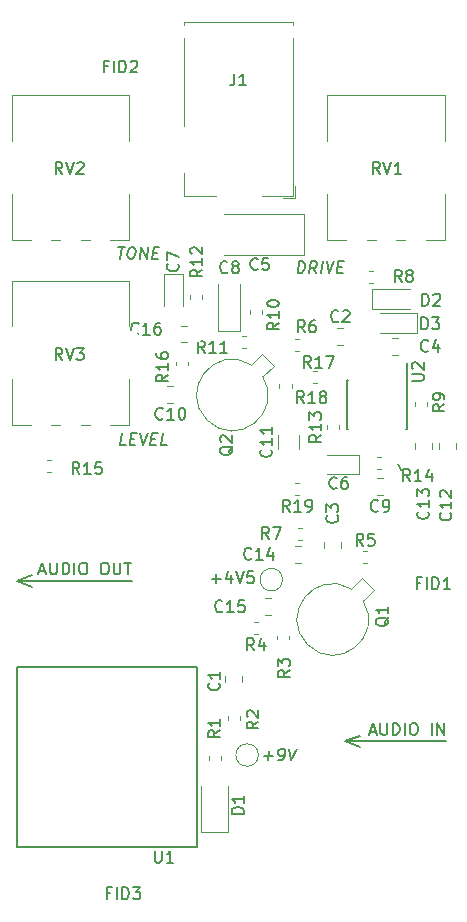
<source format=gbr>
%TF.GenerationSoftware,KiCad,Pcbnew,5.1.5-52549c5~84~ubuntu18.04.1*%
%TF.CreationDate,2019-12-01T00:32:44+01:00*%
%TF.ProjectId,clasicOverdrive,636c6173-6963-44f7-9665-726472697665,A*%
%TF.SameCoordinates,PX6708f40PY898d9f8*%
%TF.FileFunction,Legend,Top*%
%TF.FilePolarity,Positive*%
%FSLAX46Y46*%
G04 Gerber Fmt 4.6, Leading zero omitted, Abs format (unit mm)*
G04 Created by KiCad (PCBNEW 5.1.5-52549c5~84~ubuntu18.04.1) date 2019-12-01 00:32:44*
%MOMM*%
%LPD*%
G04 APERTURE LIST*
%ADD10C,0.150000*%
%ADD11C,0.120000*%
%ADD12C,1.000000*%
%ADD13C,0.300000*%
%ADD14C,2.300000*%
%ADD15C,2.000000*%
%ADD16C,0.800000*%
%ADD17C,5.400000*%
%ADD18O,1.200000X1.600000*%
%ADD19O,1.200000X1.200000*%
%ADD20R,0.600000X1.550000*%
%ADD21R,1.000000X1.000000*%
%ADD22C,0.100000*%
%ADD23R,3.500000X3.500000*%
%ADD24C,1.500000*%
%ADD25C,1.800000*%
%ADD26C,4.000000*%
G04 APERTURE END LIST*
D10*
X500000Y26000000D02*
X-750000Y26500000D01*
X9000000Y26500000D02*
X-750000Y26500000D01*
X-750000Y26500000D02*
X500000Y27000000D01*
X1166666Y27333334D02*
X1642857Y27333334D01*
X1071428Y27047620D02*
X1404761Y28047620D01*
X1738095Y27047620D01*
X2071428Y28047620D02*
X2071428Y27238096D01*
X2119047Y27142858D01*
X2166666Y27095239D01*
X2261904Y27047620D01*
X2452380Y27047620D01*
X2547619Y27095239D01*
X2595238Y27142858D01*
X2642857Y27238096D01*
X2642857Y28047620D01*
X3119047Y27047620D02*
X3119047Y28047620D01*
X3357142Y28047620D01*
X3500000Y28000000D01*
X3595238Y27904762D01*
X3642857Y27809524D01*
X3690476Y27619048D01*
X3690476Y27476191D01*
X3642857Y27285715D01*
X3595238Y27190477D01*
X3500000Y27095239D01*
X3357142Y27047620D01*
X3119047Y27047620D01*
X4119047Y27047620D02*
X4119047Y28047620D01*
X4785714Y28047620D02*
X4976190Y28047620D01*
X5071428Y28000000D01*
X5166666Y27904762D01*
X5214285Y27714286D01*
X5214285Y27380953D01*
X5166666Y27190477D01*
X5071428Y27095239D01*
X4976190Y27047620D01*
X4785714Y27047620D01*
X4690476Y27095239D01*
X4595238Y27190477D01*
X4547619Y27380953D01*
X4547619Y27714286D01*
X4595238Y27904762D01*
X4690476Y28000000D01*
X4785714Y28047620D01*
X6595238Y28047620D02*
X6785714Y28047620D01*
X6880952Y28000000D01*
X6976190Y27904762D01*
X7023809Y27714286D01*
X7023809Y27380953D01*
X6976190Y27190477D01*
X6880952Y27095239D01*
X6785714Y27047620D01*
X6595238Y27047620D01*
X6500000Y27095239D01*
X6404761Y27190477D01*
X6357142Y27380953D01*
X6357142Y27714286D01*
X6404761Y27904762D01*
X6500000Y28000000D01*
X6595238Y28047620D01*
X7452380Y28047620D02*
X7452380Y27238096D01*
X7500000Y27142858D01*
X7547619Y27095239D01*
X7642857Y27047620D01*
X7833333Y27047620D01*
X7928571Y27095239D01*
X7976190Y27142858D01*
X8023809Y27238096D01*
X8023809Y28047620D01*
X8357142Y28047620D02*
X8928571Y28047620D01*
X8642857Y27047620D02*
X8642857Y28047620D01*
X28300000Y12400000D02*
X27050000Y12900000D01*
X27050000Y12900000D02*
X28300000Y13400000D01*
X35550000Y12900000D02*
X27050000Y12900000D01*
X29133333Y13733334D02*
X29609523Y13733334D01*
X29038095Y13447620D02*
X29371428Y14447620D01*
X29704761Y13447620D01*
X30038095Y14447620D02*
X30038095Y13638096D01*
X30085714Y13542858D01*
X30133333Y13495239D01*
X30228571Y13447620D01*
X30419047Y13447620D01*
X30514285Y13495239D01*
X30561904Y13542858D01*
X30609523Y13638096D01*
X30609523Y14447620D01*
X31085714Y13447620D02*
X31085714Y14447620D01*
X31323809Y14447620D01*
X31466666Y14400000D01*
X31561904Y14304762D01*
X31609523Y14209524D01*
X31657142Y14019048D01*
X31657142Y13876191D01*
X31609523Y13685715D01*
X31561904Y13590477D01*
X31466666Y13495239D01*
X31323809Y13447620D01*
X31085714Y13447620D01*
X32085714Y13447620D02*
X32085714Y14447620D01*
X32752380Y14447620D02*
X32942857Y14447620D01*
X33038095Y14400000D01*
X33133333Y14304762D01*
X33180952Y14114286D01*
X33180952Y13780953D01*
X33133333Y13590477D01*
X33038095Y13495239D01*
X32942857Y13447620D01*
X32752380Y13447620D01*
X32657142Y13495239D01*
X32561904Y13590477D01*
X32514285Y13780953D01*
X32514285Y14114286D01*
X32561904Y14304762D01*
X32657142Y14400000D01*
X32752380Y14447620D01*
X34371428Y13447620D02*
X34371428Y14447620D01*
X34847619Y13447620D02*
X34847619Y14447620D01*
X35419047Y13447620D01*
X35419047Y14447620D01*
X31500000Y36400000D02*
X31800000Y35900000D01*
D11*
%TO.C,Q1*%
X28572281Y24812331D02*
X29484448Y25724499D01*
X29484448Y25724499D02*
X28494499Y26714448D01*
X28494499Y26714448D02*
X27582331Y25802281D01*
X27582544Y25802150D02*
G75*
G03X28572281Y24812331I-1582544J-2572150D01*
G01*
%TO.C,Q2*%
X20072281Y43812331D02*
X20984448Y44724499D01*
X20984448Y44724499D02*
X19994499Y45714448D01*
X19994499Y45714448D02*
X19082331Y44802281D01*
X19082544Y44802150D02*
G75*
G03X20072281Y43812331I-1582544J-2572150D01*
G01*
D10*
%TO.C,U2*%
X32325000Y43525000D02*
X32275000Y43525000D01*
X32325000Y39375000D02*
X32180000Y39375000D01*
X27175000Y39375000D02*
X27320000Y39375000D01*
X27175000Y43525000D02*
X27320000Y43525000D01*
X32325000Y43525000D02*
X32325000Y39375000D01*
X27175000Y43525000D02*
X27175000Y39375000D01*
X32275000Y43525000D02*
X32275000Y44925000D01*
D11*
%TO.C,D2*%
X29350000Y51200000D02*
X29350000Y49500000D01*
X29350000Y49500000D02*
X32500000Y49500000D01*
X29350000Y51200000D02*
X32500000Y51200000D01*
%TO.C,D3*%
X33150000Y47500000D02*
X30000000Y47500000D01*
X33150000Y49200000D02*
X30000000Y49200000D01*
X33150000Y47500000D02*
X33150000Y49200000D01*
%TO.C,C1*%
X16890000Y18458578D02*
X16890000Y17941422D01*
X18310000Y18458578D02*
X18310000Y17941422D01*
%TO.C,C2*%
X26378922Y47910000D02*
X26896078Y47910000D01*
X26378922Y46490000D02*
X26896078Y46490000D01*
%TO.C,C3*%
X26710000Y29758578D02*
X26710000Y29241422D01*
X25290000Y29758578D02*
X25290000Y29241422D01*
%TO.C,C4*%
X30991422Y45640000D02*
X31508578Y45640000D01*
X30991422Y47060000D02*
X31508578Y47060000D01*
%TO.C,C9*%
X29741422Y33790000D02*
X30258578Y33790000D01*
X29741422Y35210000D02*
X30258578Y35210000D01*
%TO.C,C10*%
X12508578Y41540000D02*
X11991422Y41540000D01*
X12508578Y42960000D02*
X11991422Y42960000D01*
%TO.C,C11*%
X23160000Y38852064D02*
X23160000Y37647936D01*
X21340000Y38852064D02*
X21340000Y37647936D01*
%TO.C,D1*%
X17135000Y5215000D02*
X17135000Y9100000D01*
X14865000Y5215000D02*
X17135000Y5215000D01*
X14865000Y9100000D02*
X14865000Y5215000D01*
%TO.C,J1*%
X22600000Y59100000D02*
X20000000Y59100000D01*
X22600000Y73800000D02*
X22600000Y59100000D01*
X13400000Y59100000D02*
X13400000Y61000000D01*
X16100000Y59100000D02*
X13400000Y59100000D01*
X13400000Y73800000D02*
X22600000Y73800000D01*
X13400000Y65000000D02*
X13400000Y73800000D01*
X22800000Y59950000D02*
X22800000Y58900000D01*
X21750000Y58900000D02*
X22800000Y58900000D01*
%TO.C,R1*%
X16510000Y11662779D02*
X16510000Y11337221D01*
X15490000Y11662779D02*
X15490000Y11337221D01*
%TO.C,R2*%
X18110000Y14749721D02*
X18110000Y15075279D01*
X17090000Y14749721D02*
X17090000Y15075279D01*
%TO.C,R3*%
X22310000Y21862779D02*
X22310000Y21537221D01*
X21290000Y21862779D02*
X21290000Y21537221D01*
%TO.C,R4*%
X19662779Y23010000D02*
X19337221Y23010000D01*
X19662779Y21990000D02*
X19337221Y21990000D01*
%TO.C,R5*%
X28587221Y27990000D02*
X28912779Y27990000D01*
X28587221Y29010000D02*
X28912779Y29010000D01*
%TO.C,R6*%
X22837221Y45990000D02*
X23162779Y45990000D01*
X22837221Y47010000D02*
X23162779Y47010000D01*
%TO.C,R7*%
X23412779Y29990000D02*
X23087221Y29990000D01*
X23412779Y31010000D02*
X23087221Y31010000D01*
%TO.C,R8*%
X29087221Y52760000D02*
X29412779Y52760000D01*
X29087221Y51740000D02*
X29412779Y51740000D01*
%TO.C,R9*%
X34010000Y41337221D02*
X34010000Y41662779D01*
X32990000Y41337221D02*
X32990000Y41662779D01*
%TO.C,R10*%
X18990000Y49412779D02*
X18990000Y49087221D01*
X20010000Y49412779D02*
X20010000Y49087221D01*
%TO.C,R11*%
X18662779Y46240000D02*
X18337221Y46240000D01*
X18662779Y47260000D02*
X18337221Y47260000D01*
%TO.C,R12*%
X14910000Y50337221D02*
X14910000Y50662779D01*
X13890000Y50337221D02*
X13890000Y50662779D01*
%TO.C,R13*%
X25490000Y39337221D02*
X25490000Y39662779D01*
X26510000Y39337221D02*
X26510000Y39662779D01*
%TO.C,R14*%
X30062779Y37010000D02*
X29737221Y37010000D01*
X30062779Y35990000D02*
X29737221Y35990000D01*
%TO.C,R15*%
X1837221Y36760000D02*
X2162779Y36760000D01*
X1837221Y35740000D02*
X2162779Y35740000D01*
%TO.C,R16*%
X12740000Y45062779D02*
X12740000Y44737221D01*
X13760000Y45062779D02*
X13760000Y44737221D01*
%TO.C,R17*%
X24662779Y44260000D02*
X24337221Y44260000D01*
X24662779Y43240000D02*
X24337221Y43240000D01*
%TO.C,R18*%
X21490000Y42837221D02*
X21490000Y43162779D01*
X22510000Y42837221D02*
X22510000Y43162779D01*
%TO.C,R19*%
X23162779Y33740000D02*
X22837221Y33740000D01*
X23162779Y34760000D02*
X22837221Y34760000D01*
%TO.C,TP1*%
X19700000Y11750000D02*
G75*
G03X19700000Y11750000I-950000J0D01*
G01*
%TO.C,TP2*%
X21750000Y26600000D02*
G75*
G03X21750000Y26600000I-950000J0D01*
G01*
D10*
%TO.C,U1*%
X14520000Y3980000D02*
X-720000Y3980000D01*
X14520000Y19220000D02*
X14520000Y3980000D01*
X-720000Y19220000D02*
X14520000Y19220000D01*
X-720000Y3980000D02*
X-720000Y19220000D01*
D11*
%TO.C,C12*%
X34990000Y38158578D02*
X34990000Y37641422D01*
X36410000Y38158578D02*
X36410000Y37641422D01*
%TO.C,RV1*%
X25530000Y67620000D02*
X35470000Y67620000D01*
X33870000Y55380000D02*
X35470000Y55380000D01*
X31371000Y55380000D02*
X32130000Y55380000D01*
X28871000Y55380000D02*
X29630000Y55380000D01*
X25530000Y55380000D02*
X27129000Y55380000D01*
X35470000Y63755000D02*
X35470000Y67620000D01*
X35470000Y55380000D02*
X35470000Y59245000D01*
X25530000Y63755000D02*
X25530000Y67620000D01*
X25530000Y55380000D02*
X25530000Y59245000D01*
%TO.C,RV2*%
X-1170000Y55380000D02*
X-1170000Y59245000D01*
X-1170000Y63755000D02*
X-1170000Y67620000D01*
X8770000Y55380000D02*
X8770000Y59245000D01*
X8770000Y63755000D02*
X8770000Y67620000D01*
X-1170000Y55380000D02*
X429000Y55380000D01*
X2171000Y55380000D02*
X2930000Y55380000D01*
X4671000Y55380000D02*
X5430000Y55380000D01*
X7170000Y55380000D02*
X8770000Y55380000D01*
X-1170000Y67620000D02*
X8770000Y67620000D01*
%TO.C,RV3*%
X-1170000Y51920000D02*
X8770000Y51920000D01*
X7170000Y39680000D02*
X8770000Y39680000D01*
X4671000Y39680000D02*
X5430000Y39680000D01*
X2171000Y39680000D02*
X2930000Y39680000D01*
X-1170000Y39680000D02*
X429000Y39680000D01*
X8770000Y48055000D02*
X8770000Y51920000D01*
X8770000Y39680000D02*
X8770000Y43545000D01*
X-1170000Y48055000D02*
X-1170000Y51920000D01*
X-1170000Y39680000D02*
X-1170000Y43545000D01*
%TO.C,C13*%
X32990000Y38158578D02*
X32990000Y37641422D01*
X34410000Y38158578D02*
X34410000Y37641422D01*
%TO.C,C14*%
X22791422Y29410000D02*
X23308578Y29410000D01*
X22791422Y27990000D02*
X23308578Y27990000D01*
%TO.C,C15*%
X20241422Y23590000D02*
X20758578Y23590000D01*
X20241422Y25010000D02*
X20758578Y25010000D01*
%TO.C,C16*%
X13658578Y46690000D02*
X13141422Y46690000D01*
X13658578Y48110000D02*
X13141422Y48110000D01*
%TO.C,C5*%
X16820000Y54120000D02*
X23580000Y54120000D01*
X23580000Y54120000D02*
X23580000Y57540000D01*
X23580000Y57540000D02*
X16820000Y57540000D01*
%TO.C,C6*%
X28210000Y37110000D02*
X25500000Y37110000D01*
X28210000Y35540000D02*
X28210000Y37110000D01*
X25500000Y35540000D02*
X28210000Y35540000D01*
%TO.C,C7*%
X13285000Y49750000D02*
X13285000Y52460000D01*
X13285000Y52460000D02*
X11715000Y52460000D01*
X11715000Y52460000D02*
X11715000Y49750000D01*
%TO.C,C8*%
X16315000Y51600000D02*
X16315000Y47690000D01*
X16315000Y47690000D02*
X18185000Y47690000D01*
X18185000Y47690000D02*
X18185000Y51600000D01*
%TO.C,FID3*%
D10*
X7178571Y71429D02*
X6845238Y71429D01*
X6845238Y-452380D02*
X6845238Y547620D01*
X7321428Y547620D01*
X7702380Y-452380D02*
X7702380Y547620D01*
X8178571Y-452380D02*
X8178571Y547620D01*
X8416666Y547620D01*
X8559523Y500000D01*
X8654761Y404762D01*
X8702380Y309524D01*
X8750000Y119048D01*
X8750000Y-23809D01*
X8702380Y-214285D01*
X8654761Y-309523D01*
X8559523Y-404761D01*
X8416666Y-452380D01*
X8178571Y-452380D01*
X9083333Y547620D02*
X9702380Y547620D01*
X9369047Y166667D01*
X9511904Y166667D01*
X9607142Y119048D01*
X9654761Y71429D01*
X9702380Y-23809D01*
X9702380Y-261904D01*
X9654761Y-357142D01*
X9607142Y-404761D01*
X9511904Y-452380D01*
X9226190Y-452380D01*
X9130952Y-404761D01*
X9083333Y-357142D01*
%TO.C,FID2*%
X6928571Y70071429D02*
X6595238Y70071429D01*
X6595238Y69547620D02*
X6595238Y70547620D01*
X7071428Y70547620D01*
X7452380Y69547620D02*
X7452380Y70547620D01*
X7928571Y69547620D02*
X7928571Y70547620D01*
X8166666Y70547620D01*
X8309523Y70500000D01*
X8404761Y70404762D01*
X8452380Y70309524D01*
X8500000Y70119048D01*
X8500000Y69976191D01*
X8452380Y69785715D01*
X8404761Y69690477D01*
X8309523Y69595239D01*
X8166666Y69547620D01*
X7928571Y69547620D01*
X8880952Y70452381D02*
X8928571Y70500000D01*
X9023809Y70547620D01*
X9261904Y70547620D01*
X9357142Y70500000D01*
X9404761Y70452381D01*
X9452380Y70357143D01*
X9452380Y70261905D01*
X9404761Y70119048D01*
X8833333Y69547620D01*
X9452380Y69547620D01*
%TO.C,FID1*%
X33428571Y26321429D02*
X33095238Y26321429D01*
X33095238Y25797620D02*
X33095238Y26797620D01*
X33571428Y26797620D01*
X33952380Y25797620D02*
X33952380Y26797620D01*
X34428571Y25797620D02*
X34428571Y26797620D01*
X34666666Y26797620D01*
X34809523Y26750000D01*
X34904761Y26654762D01*
X34952380Y26559524D01*
X35000000Y26369048D01*
X35000000Y26226191D01*
X34952380Y26035715D01*
X34904761Y25940477D01*
X34809523Y25845239D01*
X34666666Y25797620D01*
X34428571Y25797620D01*
X35952380Y25797620D02*
X35380952Y25797620D01*
X35666666Y25797620D02*
X35666666Y26797620D01*
X35571428Y26654762D01*
X35476190Y26559524D01*
X35380952Y26511905D01*
%TO.C,Q1*%
X30747619Y23404762D02*
X30700000Y23309524D01*
X30604761Y23214286D01*
X30461904Y23071429D01*
X30414285Y22976191D01*
X30414285Y22880953D01*
X30652380Y22928572D02*
X30604761Y22833334D01*
X30509523Y22738096D01*
X30319047Y22690477D01*
X29985714Y22690477D01*
X29795238Y22738096D01*
X29700000Y22833334D01*
X29652380Y22928572D01*
X29652380Y23119048D01*
X29700000Y23214286D01*
X29795238Y23309524D01*
X29985714Y23357143D01*
X30319047Y23357143D01*
X30509523Y23309524D01*
X30604761Y23214286D01*
X30652380Y23119048D01*
X30652380Y22928572D01*
X30652380Y24309524D02*
X30652380Y23738096D01*
X30652380Y24023810D02*
X29652380Y24023810D01*
X29795238Y23928572D01*
X29890476Y23833334D01*
X29938095Y23738096D01*
%TO.C,Q2*%
X17547619Y37904762D02*
X17500000Y37809524D01*
X17404761Y37714286D01*
X17261904Y37571429D01*
X17214285Y37476191D01*
X17214285Y37380953D01*
X17452380Y37428572D02*
X17404761Y37333334D01*
X17309523Y37238096D01*
X17119047Y37190477D01*
X16785714Y37190477D01*
X16595238Y37238096D01*
X16500000Y37333334D01*
X16452380Y37428572D01*
X16452380Y37619048D01*
X16500000Y37714286D01*
X16595238Y37809524D01*
X16785714Y37857143D01*
X17119047Y37857143D01*
X17309523Y37809524D01*
X17404761Y37714286D01*
X17452380Y37619048D01*
X17452380Y37428572D01*
X16547619Y38238096D02*
X16500000Y38285715D01*
X16452380Y38380953D01*
X16452380Y38619048D01*
X16500000Y38714286D01*
X16547619Y38761905D01*
X16642857Y38809524D01*
X16738095Y38809524D01*
X16880952Y38761905D01*
X17452380Y38190477D01*
X17452380Y38809524D01*
%TO.C,U2*%
X32702380Y43438096D02*
X33511904Y43438096D01*
X33607142Y43485715D01*
X33654761Y43533334D01*
X33702380Y43628572D01*
X33702380Y43819048D01*
X33654761Y43914286D01*
X33607142Y43961905D01*
X33511904Y44009524D01*
X32702380Y44009524D01*
X32797619Y44438096D02*
X32750000Y44485715D01*
X32702380Y44580953D01*
X32702380Y44819048D01*
X32750000Y44914286D01*
X32797619Y44961905D01*
X32892857Y45009524D01*
X32988095Y45009524D01*
X33130952Y44961905D01*
X33702380Y44390477D01*
X33702380Y45009524D01*
%TO.C,D2*%
X33566904Y49797620D02*
X33566904Y50797620D01*
X33805000Y50797620D01*
X33947857Y50750000D01*
X34043095Y50654762D01*
X34090714Y50559524D01*
X34138333Y50369048D01*
X34138333Y50226191D01*
X34090714Y50035715D01*
X34043095Y49940477D01*
X33947857Y49845239D01*
X33805000Y49797620D01*
X33566904Y49797620D01*
X34519285Y50702381D02*
X34566904Y50750000D01*
X34662142Y50797620D01*
X34900238Y50797620D01*
X34995476Y50750000D01*
X35043095Y50702381D01*
X35090714Y50607143D01*
X35090714Y50511905D01*
X35043095Y50369048D01*
X34471666Y49797620D01*
X35090714Y49797620D01*
%TO.C,D3*%
X33511904Y47797620D02*
X33511904Y48797620D01*
X33750000Y48797620D01*
X33892857Y48750000D01*
X33988095Y48654762D01*
X34035714Y48559524D01*
X34083333Y48369048D01*
X34083333Y48226191D01*
X34035714Y48035715D01*
X33988095Y47940477D01*
X33892857Y47845239D01*
X33750000Y47797620D01*
X33511904Y47797620D01*
X34416666Y48797620D02*
X35035714Y48797620D01*
X34702380Y48416667D01*
X34845238Y48416667D01*
X34940476Y48369048D01*
X34988095Y48321429D01*
X35035714Y48226191D01*
X35035714Y47988096D01*
X34988095Y47892858D01*
X34940476Y47845239D01*
X34845238Y47797620D01*
X34559523Y47797620D01*
X34464285Y47845239D01*
X34416666Y47892858D01*
%TO.C,C1*%
X16357142Y17833334D02*
X16404761Y17785715D01*
X16452380Y17642858D01*
X16452380Y17547620D01*
X16404761Y17404762D01*
X16309523Y17309524D01*
X16214285Y17261905D01*
X16023809Y17214286D01*
X15880952Y17214286D01*
X15690476Y17261905D01*
X15595238Y17309524D01*
X15500000Y17404762D01*
X15452380Y17547620D01*
X15452380Y17642858D01*
X15500000Y17785715D01*
X15547619Y17833334D01*
X16452380Y18785715D02*
X16452380Y18214286D01*
X16452380Y18500000D02*
X15452380Y18500000D01*
X15595238Y18404762D01*
X15690476Y18309524D01*
X15738095Y18214286D01*
%TO.C,C2*%
X26470833Y48492858D02*
X26423214Y48445239D01*
X26280357Y48397620D01*
X26185119Y48397620D01*
X26042261Y48445239D01*
X25947023Y48540477D01*
X25899404Y48635715D01*
X25851785Y48826191D01*
X25851785Y48969048D01*
X25899404Y49159524D01*
X25947023Y49254762D01*
X26042261Y49350000D01*
X26185119Y49397620D01*
X26280357Y49397620D01*
X26423214Y49350000D01*
X26470833Y49302381D01*
X26851785Y49302381D02*
X26899404Y49350000D01*
X26994642Y49397620D01*
X27232738Y49397620D01*
X27327976Y49350000D01*
X27375595Y49302381D01*
X27423214Y49207143D01*
X27423214Y49111905D01*
X27375595Y48969048D01*
X26804166Y48397620D01*
X27423214Y48397620D01*
%TO.C,C3*%
X26357142Y32033334D02*
X26404761Y31985715D01*
X26452380Y31842858D01*
X26452380Y31747620D01*
X26404761Y31604762D01*
X26309523Y31509524D01*
X26214285Y31461905D01*
X26023809Y31414286D01*
X25880952Y31414286D01*
X25690476Y31461905D01*
X25595238Y31509524D01*
X25500000Y31604762D01*
X25452380Y31747620D01*
X25452380Y31842858D01*
X25500000Y31985715D01*
X25547619Y32033334D01*
X25452380Y32366667D02*
X25452380Y32985715D01*
X25833333Y32652381D01*
X25833333Y32795239D01*
X25880952Y32890477D01*
X25928571Y32938096D01*
X26023809Y32985715D01*
X26261904Y32985715D01*
X26357142Y32938096D01*
X26404761Y32890477D01*
X26452380Y32795239D01*
X26452380Y32509524D01*
X26404761Y32414286D01*
X26357142Y32366667D01*
%TO.C,C4*%
X34083333Y45992858D02*
X34035714Y45945239D01*
X33892857Y45897620D01*
X33797619Y45897620D01*
X33654761Y45945239D01*
X33559523Y46040477D01*
X33511904Y46135715D01*
X33464285Y46326191D01*
X33464285Y46469048D01*
X33511904Y46659524D01*
X33559523Y46754762D01*
X33654761Y46850000D01*
X33797619Y46897620D01*
X33892857Y46897620D01*
X34035714Y46850000D01*
X34083333Y46802381D01*
X34940476Y46564286D02*
X34940476Y45897620D01*
X34702380Y46945239D02*
X34464285Y46230953D01*
X35083333Y46230953D01*
%TO.C,C9*%
X29833333Y32442858D02*
X29785714Y32395239D01*
X29642857Y32347620D01*
X29547619Y32347620D01*
X29404761Y32395239D01*
X29309523Y32490477D01*
X29261904Y32585715D01*
X29214285Y32776191D01*
X29214285Y32919048D01*
X29261904Y33109524D01*
X29309523Y33204762D01*
X29404761Y33300000D01*
X29547619Y33347620D01*
X29642857Y33347620D01*
X29785714Y33300000D01*
X29833333Y33252381D01*
X30309523Y32347620D02*
X30500000Y32347620D01*
X30595238Y32395239D01*
X30642857Y32442858D01*
X30738095Y32585715D01*
X30785714Y32776191D01*
X30785714Y33157143D01*
X30738095Y33252381D01*
X30690476Y33300000D01*
X30595238Y33347620D01*
X30404761Y33347620D01*
X30309523Y33300000D01*
X30261904Y33252381D01*
X30214285Y33157143D01*
X30214285Y32919048D01*
X30261904Y32823810D01*
X30309523Y32776191D01*
X30404761Y32728572D01*
X30595238Y32728572D01*
X30690476Y32776191D01*
X30738095Y32823810D01*
X30785714Y32919048D01*
%TO.C,C10*%
X11607142Y40242858D02*
X11559523Y40195239D01*
X11416666Y40147620D01*
X11321428Y40147620D01*
X11178571Y40195239D01*
X11083333Y40290477D01*
X11035714Y40385715D01*
X10988095Y40576191D01*
X10988095Y40719048D01*
X11035714Y40909524D01*
X11083333Y41004762D01*
X11178571Y41100000D01*
X11321428Y41147620D01*
X11416666Y41147620D01*
X11559523Y41100000D01*
X11607142Y41052381D01*
X12559523Y40147620D02*
X11988095Y40147620D01*
X12273809Y40147620D02*
X12273809Y41147620D01*
X12178571Y41004762D01*
X12083333Y40909524D01*
X11988095Y40861905D01*
X13178571Y41147620D02*
X13273809Y41147620D01*
X13369047Y41100000D01*
X13416666Y41052381D01*
X13464285Y40957143D01*
X13511904Y40766667D01*
X13511904Y40528572D01*
X13464285Y40338096D01*
X13416666Y40242858D01*
X13369047Y40195239D01*
X13273809Y40147620D01*
X13178571Y40147620D01*
X13083333Y40195239D01*
X13035714Y40242858D01*
X12988095Y40338096D01*
X12940476Y40528572D01*
X12940476Y40766667D01*
X12988095Y40957143D01*
X13035714Y41052381D01*
X13083333Y41100000D01*
X13178571Y41147620D01*
%TO.C,C11*%
X20757142Y37607143D02*
X20804761Y37559524D01*
X20852380Y37416667D01*
X20852380Y37321429D01*
X20804761Y37178572D01*
X20709523Y37083334D01*
X20614285Y37035715D01*
X20423809Y36988096D01*
X20280952Y36988096D01*
X20090476Y37035715D01*
X19995238Y37083334D01*
X19900000Y37178572D01*
X19852380Y37321429D01*
X19852380Y37416667D01*
X19900000Y37559524D01*
X19947619Y37607143D01*
X20852380Y38559524D02*
X20852380Y37988096D01*
X20852380Y38273810D02*
X19852380Y38273810D01*
X19995238Y38178572D01*
X20090476Y38083334D01*
X20138095Y37988096D01*
X20852380Y39511905D02*
X20852380Y38940477D01*
X20852380Y39226191D02*
X19852380Y39226191D01*
X19995238Y39130953D01*
X20090476Y39035715D01*
X20138095Y38940477D01*
%TO.C,D1*%
X18452380Y6761905D02*
X17452380Y6761905D01*
X17452380Y7000000D01*
X17500000Y7142858D01*
X17595238Y7238096D01*
X17690476Y7285715D01*
X17880952Y7333334D01*
X18023809Y7333334D01*
X18214285Y7285715D01*
X18309523Y7238096D01*
X18404761Y7142858D01*
X18452380Y7000000D01*
X18452380Y6761905D01*
X18452380Y8285715D02*
X18452380Y7714286D01*
X18452380Y8000000D02*
X17452380Y8000000D01*
X17595238Y7904762D01*
X17690476Y7809524D01*
X17738095Y7714286D01*
%TO.C,J1*%
X17666666Y69447620D02*
X17666666Y68733334D01*
X17619047Y68590477D01*
X17523809Y68495239D01*
X17380952Y68447620D01*
X17285714Y68447620D01*
X18666666Y68447620D02*
X18095238Y68447620D01*
X18380952Y68447620D02*
X18380952Y69447620D01*
X18285714Y69304762D01*
X18190476Y69209524D01*
X18095238Y69161905D01*
%TO.C,R1*%
X16452380Y13833334D02*
X15976190Y13500000D01*
X16452380Y13261905D02*
X15452380Y13261905D01*
X15452380Y13642858D01*
X15500000Y13738096D01*
X15547619Y13785715D01*
X15642857Y13833334D01*
X15785714Y13833334D01*
X15880952Y13785715D01*
X15928571Y13738096D01*
X15976190Y13642858D01*
X15976190Y13261905D01*
X16452380Y14785715D02*
X16452380Y14214286D01*
X16452380Y14500000D02*
X15452380Y14500000D01*
X15595238Y14404762D01*
X15690476Y14309524D01*
X15738095Y14214286D01*
%TO.C,R2*%
X19702380Y14583334D02*
X19226190Y14250000D01*
X19702380Y14011905D02*
X18702380Y14011905D01*
X18702380Y14392858D01*
X18750000Y14488096D01*
X18797619Y14535715D01*
X18892857Y14583334D01*
X19035714Y14583334D01*
X19130952Y14535715D01*
X19178571Y14488096D01*
X19226190Y14392858D01*
X19226190Y14011905D01*
X18797619Y14964286D02*
X18750000Y15011905D01*
X18702380Y15107143D01*
X18702380Y15345239D01*
X18750000Y15440477D01*
X18797619Y15488096D01*
X18892857Y15535715D01*
X18988095Y15535715D01*
X19130952Y15488096D01*
X19702380Y14916667D01*
X19702380Y15535715D01*
%TO.C,R3*%
X22352380Y18933334D02*
X21876190Y18600000D01*
X22352380Y18361905D02*
X21352380Y18361905D01*
X21352380Y18742858D01*
X21400000Y18838096D01*
X21447619Y18885715D01*
X21542857Y18933334D01*
X21685714Y18933334D01*
X21780952Y18885715D01*
X21828571Y18838096D01*
X21876190Y18742858D01*
X21876190Y18361905D01*
X21352380Y19266667D02*
X21352380Y19885715D01*
X21733333Y19552381D01*
X21733333Y19695239D01*
X21780952Y19790477D01*
X21828571Y19838096D01*
X21923809Y19885715D01*
X22161904Y19885715D01*
X22257142Y19838096D01*
X22304761Y19790477D01*
X22352380Y19695239D01*
X22352380Y19409524D01*
X22304761Y19314286D01*
X22257142Y19266667D01*
%TO.C,R4*%
X19333333Y20617620D02*
X19000000Y21093810D01*
X18761904Y20617620D02*
X18761904Y21617620D01*
X19142857Y21617620D01*
X19238095Y21570000D01*
X19285714Y21522381D01*
X19333333Y21427143D01*
X19333333Y21284286D01*
X19285714Y21189048D01*
X19238095Y21141429D01*
X19142857Y21093810D01*
X18761904Y21093810D01*
X20190476Y21284286D02*
X20190476Y20617620D01*
X19952380Y21665239D02*
X19714285Y20950953D01*
X20333333Y20950953D01*
%TO.C,R5*%
X28583333Y29477620D02*
X28250000Y29953810D01*
X28011904Y29477620D02*
X28011904Y30477620D01*
X28392857Y30477620D01*
X28488095Y30430000D01*
X28535714Y30382381D01*
X28583333Y30287143D01*
X28583333Y30144286D01*
X28535714Y30049048D01*
X28488095Y30001429D01*
X28392857Y29953810D01*
X28011904Y29953810D01*
X29488095Y30477620D02*
X29011904Y30477620D01*
X28964285Y30001429D01*
X29011904Y30049048D01*
X29107142Y30096667D01*
X29345238Y30096667D01*
X29440476Y30049048D01*
X29488095Y30001429D01*
X29535714Y29906191D01*
X29535714Y29668096D01*
X29488095Y29572858D01*
X29440476Y29525239D01*
X29345238Y29477620D01*
X29107142Y29477620D01*
X29011904Y29525239D01*
X28964285Y29572858D01*
%TO.C,R6*%
X23633333Y47547620D02*
X23300000Y48023810D01*
X23061904Y47547620D02*
X23061904Y48547620D01*
X23442857Y48547620D01*
X23538095Y48500000D01*
X23585714Y48452381D01*
X23633333Y48357143D01*
X23633333Y48214286D01*
X23585714Y48119048D01*
X23538095Y48071429D01*
X23442857Y48023810D01*
X23061904Y48023810D01*
X24490476Y48547620D02*
X24300000Y48547620D01*
X24204761Y48500000D01*
X24157142Y48452381D01*
X24061904Y48309524D01*
X24014285Y48119048D01*
X24014285Y47738096D01*
X24061904Y47642858D01*
X24109523Y47595239D01*
X24204761Y47547620D01*
X24395238Y47547620D01*
X24490476Y47595239D01*
X24538095Y47642858D01*
X24585714Y47738096D01*
X24585714Y47976191D01*
X24538095Y48071429D01*
X24490476Y48119048D01*
X24395238Y48166667D01*
X24204761Y48166667D01*
X24109523Y48119048D01*
X24061904Y48071429D01*
X24014285Y47976191D01*
%TO.C,R7*%
X20583333Y30047620D02*
X20250000Y30523810D01*
X20011904Y30047620D02*
X20011904Y31047620D01*
X20392857Y31047620D01*
X20488095Y31000000D01*
X20535714Y30952381D01*
X20583333Y30857143D01*
X20583333Y30714286D01*
X20535714Y30619048D01*
X20488095Y30571429D01*
X20392857Y30523810D01*
X20011904Y30523810D01*
X20916666Y31047620D02*
X21583333Y31047620D01*
X21154761Y30047620D01*
%TO.C,R8*%
X31833333Y51797620D02*
X31500000Y52273810D01*
X31261904Y51797620D02*
X31261904Y52797620D01*
X31642857Y52797620D01*
X31738095Y52750000D01*
X31785714Y52702381D01*
X31833333Y52607143D01*
X31833333Y52464286D01*
X31785714Y52369048D01*
X31738095Y52321429D01*
X31642857Y52273810D01*
X31261904Y52273810D01*
X32404761Y52369048D02*
X32309523Y52416667D01*
X32261904Y52464286D01*
X32214285Y52559524D01*
X32214285Y52607143D01*
X32261904Y52702381D01*
X32309523Y52750000D01*
X32404761Y52797620D01*
X32595238Y52797620D01*
X32690476Y52750000D01*
X32738095Y52702381D01*
X32785714Y52607143D01*
X32785714Y52559524D01*
X32738095Y52464286D01*
X32690476Y52416667D01*
X32595238Y52369048D01*
X32404761Y52369048D01*
X32309523Y52321429D01*
X32261904Y52273810D01*
X32214285Y52178572D01*
X32214285Y51988096D01*
X32261904Y51892858D01*
X32309523Y51845239D01*
X32404761Y51797620D01*
X32595238Y51797620D01*
X32690476Y51845239D01*
X32738095Y51892858D01*
X32785714Y51988096D01*
X32785714Y52178572D01*
X32738095Y52273810D01*
X32690476Y52321429D01*
X32595238Y52369048D01*
%TO.C,R9*%
X35452380Y41433334D02*
X34976190Y41100000D01*
X35452380Y40861905D02*
X34452380Y40861905D01*
X34452380Y41242858D01*
X34500000Y41338096D01*
X34547619Y41385715D01*
X34642857Y41433334D01*
X34785714Y41433334D01*
X34880952Y41385715D01*
X34928571Y41338096D01*
X34976190Y41242858D01*
X34976190Y40861905D01*
X35452380Y41909524D02*
X35452380Y42100000D01*
X35404761Y42195239D01*
X35357142Y42242858D01*
X35214285Y42338096D01*
X35023809Y42385715D01*
X34642857Y42385715D01*
X34547619Y42338096D01*
X34500000Y42290477D01*
X34452380Y42195239D01*
X34452380Y42004762D01*
X34500000Y41909524D01*
X34547619Y41861905D01*
X34642857Y41814286D01*
X34880952Y41814286D01*
X34976190Y41861905D01*
X35023809Y41909524D01*
X35071428Y42004762D01*
X35071428Y42195239D01*
X35023809Y42290477D01*
X34976190Y42338096D01*
X34880952Y42385715D01*
%TO.C,R10*%
X21452380Y48357143D02*
X20976190Y48023810D01*
X21452380Y47785715D02*
X20452380Y47785715D01*
X20452380Y48166667D01*
X20500000Y48261905D01*
X20547619Y48309524D01*
X20642857Y48357143D01*
X20785714Y48357143D01*
X20880952Y48309524D01*
X20928571Y48261905D01*
X20976190Y48166667D01*
X20976190Y47785715D01*
X21452380Y49309524D02*
X21452380Y48738096D01*
X21452380Y49023810D02*
X20452380Y49023810D01*
X20595238Y48928572D01*
X20690476Y48833334D01*
X20738095Y48738096D01*
X20452380Y49928572D02*
X20452380Y50023810D01*
X20500000Y50119048D01*
X20547619Y50166667D01*
X20642857Y50214286D01*
X20833333Y50261905D01*
X21071428Y50261905D01*
X21261904Y50214286D01*
X21357142Y50166667D01*
X21404761Y50119048D01*
X21452380Y50023810D01*
X21452380Y49928572D01*
X21404761Y49833334D01*
X21357142Y49785715D01*
X21261904Y49738096D01*
X21071428Y49690477D01*
X20833333Y49690477D01*
X20642857Y49738096D01*
X20547619Y49785715D01*
X20500000Y49833334D01*
X20452380Y49928572D01*
%TO.C,R11*%
X15157142Y45797620D02*
X14823809Y46273810D01*
X14585714Y45797620D02*
X14585714Y46797620D01*
X14966666Y46797620D01*
X15061904Y46750000D01*
X15109523Y46702381D01*
X15157142Y46607143D01*
X15157142Y46464286D01*
X15109523Y46369048D01*
X15061904Y46321429D01*
X14966666Y46273810D01*
X14585714Y46273810D01*
X16109523Y45797620D02*
X15538095Y45797620D01*
X15823809Y45797620D02*
X15823809Y46797620D01*
X15728571Y46654762D01*
X15633333Y46559524D01*
X15538095Y46511905D01*
X17061904Y45797620D02*
X16490476Y45797620D01*
X16776190Y45797620D02*
X16776190Y46797620D01*
X16680952Y46654762D01*
X16585714Y46559524D01*
X16490476Y46511905D01*
%TO.C,R12*%
X14952380Y52857143D02*
X14476190Y52523810D01*
X14952380Y52285715D02*
X13952380Y52285715D01*
X13952380Y52666667D01*
X14000000Y52761905D01*
X14047619Y52809524D01*
X14142857Y52857143D01*
X14285714Y52857143D01*
X14380952Y52809524D01*
X14428571Y52761905D01*
X14476190Y52666667D01*
X14476190Y52285715D01*
X14952380Y53809524D02*
X14952380Y53238096D01*
X14952380Y53523810D02*
X13952380Y53523810D01*
X14095238Y53428572D01*
X14190476Y53333334D01*
X14238095Y53238096D01*
X14047619Y54190477D02*
X14000000Y54238096D01*
X13952380Y54333334D01*
X13952380Y54571429D01*
X14000000Y54666667D01*
X14047619Y54714286D01*
X14142857Y54761905D01*
X14238095Y54761905D01*
X14380952Y54714286D01*
X14952380Y54142858D01*
X14952380Y54761905D01*
%TO.C,R13*%
X25022380Y38857143D02*
X24546190Y38523810D01*
X25022380Y38285715D02*
X24022380Y38285715D01*
X24022380Y38666667D01*
X24070000Y38761905D01*
X24117619Y38809524D01*
X24212857Y38857143D01*
X24355714Y38857143D01*
X24450952Y38809524D01*
X24498571Y38761905D01*
X24546190Y38666667D01*
X24546190Y38285715D01*
X25022380Y39809524D02*
X25022380Y39238096D01*
X25022380Y39523810D02*
X24022380Y39523810D01*
X24165238Y39428572D01*
X24260476Y39333334D01*
X24308095Y39238096D01*
X24022380Y40142858D02*
X24022380Y40761905D01*
X24403333Y40428572D01*
X24403333Y40571429D01*
X24450952Y40666667D01*
X24498571Y40714286D01*
X24593809Y40761905D01*
X24831904Y40761905D01*
X24927142Y40714286D01*
X24974761Y40666667D01*
X25022380Y40571429D01*
X25022380Y40285715D01*
X24974761Y40190477D01*
X24927142Y40142858D01*
%TO.C,R14*%
X32557142Y34947620D02*
X32223809Y35423810D01*
X31985714Y34947620D02*
X31985714Y35947620D01*
X32366666Y35947620D01*
X32461904Y35900000D01*
X32509523Y35852381D01*
X32557142Y35757143D01*
X32557142Y35614286D01*
X32509523Y35519048D01*
X32461904Y35471429D01*
X32366666Y35423810D01*
X31985714Y35423810D01*
X33509523Y34947620D02*
X32938095Y34947620D01*
X33223809Y34947620D02*
X33223809Y35947620D01*
X33128571Y35804762D01*
X33033333Y35709524D01*
X32938095Y35661905D01*
X34366666Y35614286D02*
X34366666Y34947620D01*
X34128571Y35995239D02*
X33890476Y35280953D01*
X34509523Y35280953D01*
%TO.C,R15*%
X4557142Y35547620D02*
X4223809Y36023810D01*
X3985714Y35547620D02*
X3985714Y36547620D01*
X4366666Y36547620D01*
X4461904Y36500000D01*
X4509523Y36452381D01*
X4557142Y36357143D01*
X4557142Y36214286D01*
X4509523Y36119048D01*
X4461904Y36071429D01*
X4366666Y36023810D01*
X3985714Y36023810D01*
X5509523Y35547620D02*
X4938095Y35547620D01*
X5223809Y35547620D02*
X5223809Y36547620D01*
X5128571Y36404762D01*
X5033333Y36309524D01*
X4938095Y36261905D01*
X6414285Y36547620D02*
X5938095Y36547620D01*
X5890476Y36071429D01*
X5938095Y36119048D01*
X6033333Y36166667D01*
X6271428Y36166667D01*
X6366666Y36119048D01*
X6414285Y36071429D01*
X6461904Y35976191D01*
X6461904Y35738096D01*
X6414285Y35642858D01*
X6366666Y35595239D01*
X6271428Y35547620D01*
X6033333Y35547620D01*
X5938095Y35595239D01*
X5890476Y35642858D01*
%TO.C,R16*%
X12052380Y43957143D02*
X11576190Y43623810D01*
X12052380Y43385715D02*
X11052380Y43385715D01*
X11052380Y43766667D01*
X11100000Y43861905D01*
X11147619Y43909524D01*
X11242857Y43957143D01*
X11385714Y43957143D01*
X11480952Y43909524D01*
X11528571Y43861905D01*
X11576190Y43766667D01*
X11576190Y43385715D01*
X12052380Y44909524D02*
X12052380Y44338096D01*
X12052380Y44623810D02*
X11052380Y44623810D01*
X11195238Y44528572D01*
X11290476Y44433334D01*
X11338095Y44338096D01*
X11052380Y45766667D02*
X11052380Y45576191D01*
X11100000Y45480953D01*
X11147619Y45433334D01*
X11290476Y45338096D01*
X11480952Y45290477D01*
X11861904Y45290477D01*
X11957142Y45338096D01*
X12004761Y45385715D01*
X12052380Y45480953D01*
X12052380Y45671429D01*
X12004761Y45766667D01*
X11957142Y45814286D01*
X11861904Y45861905D01*
X11623809Y45861905D01*
X11528571Y45814286D01*
X11480952Y45766667D01*
X11433333Y45671429D01*
X11433333Y45480953D01*
X11480952Y45385715D01*
X11528571Y45338096D01*
X11623809Y45290477D01*
%TO.C,R17*%
X24157142Y44547620D02*
X23823809Y45023810D01*
X23585714Y44547620D02*
X23585714Y45547620D01*
X23966666Y45547620D01*
X24061904Y45500000D01*
X24109523Y45452381D01*
X24157142Y45357143D01*
X24157142Y45214286D01*
X24109523Y45119048D01*
X24061904Y45071429D01*
X23966666Y45023810D01*
X23585714Y45023810D01*
X25109523Y44547620D02*
X24538095Y44547620D01*
X24823809Y44547620D02*
X24823809Y45547620D01*
X24728571Y45404762D01*
X24633333Y45309524D01*
X24538095Y45261905D01*
X25442857Y45547620D02*
X26109523Y45547620D01*
X25680952Y44547620D01*
%TO.C,R18*%
X23557142Y41547620D02*
X23223809Y42023810D01*
X22985714Y41547620D02*
X22985714Y42547620D01*
X23366666Y42547620D01*
X23461904Y42500000D01*
X23509523Y42452381D01*
X23557142Y42357143D01*
X23557142Y42214286D01*
X23509523Y42119048D01*
X23461904Y42071429D01*
X23366666Y42023810D01*
X22985714Y42023810D01*
X24509523Y41547620D02*
X23938095Y41547620D01*
X24223809Y41547620D02*
X24223809Y42547620D01*
X24128571Y42404762D01*
X24033333Y42309524D01*
X23938095Y42261905D01*
X25080952Y42119048D02*
X24985714Y42166667D01*
X24938095Y42214286D01*
X24890476Y42309524D01*
X24890476Y42357143D01*
X24938095Y42452381D01*
X24985714Y42500000D01*
X25080952Y42547620D01*
X25271428Y42547620D01*
X25366666Y42500000D01*
X25414285Y42452381D01*
X25461904Y42357143D01*
X25461904Y42309524D01*
X25414285Y42214286D01*
X25366666Y42166667D01*
X25271428Y42119048D01*
X25080952Y42119048D01*
X24985714Y42071429D01*
X24938095Y42023810D01*
X24890476Y41928572D01*
X24890476Y41738096D01*
X24938095Y41642858D01*
X24985714Y41595239D01*
X25080952Y41547620D01*
X25271428Y41547620D01*
X25366666Y41595239D01*
X25414285Y41642858D01*
X25461904Y41738096D01*
X25461904Y41928572D01*
X25414285Y42023810D01*
X25366666Y42071429D01*
X25271428Y42119048D01*
%TO.C,R19*%
X22357142Y32367620D02*
X22023809Y32843810D01*
X21785714Y32367620D02*
X21785714Y33367620D01*
X22166666Y33367620D01*
X22261904Y33320000D01*
X22309523Y33272381D01*
X22357142Y33177143D01*
X22357142Y33034286D01*
X22309523Y32939048D01*
X22261904Y32891429D01*
X22166666Y32843810D01*
X21785714Y32843810D01*
X23309523Y32367620D02*
X22738095Y32367620D01*
X23023809Y32367620D02*
X23023809Y33367620D01*
X22928571Y33224762D01*
X22833333Y33129524D01*
X22738095Y33081905D01*
X23785714Y32367620D02*
X23976190Y32367620D01*
X24071428Y32415239D01*
X24119047Y32462858D01*
X24214285Y32605715D01*
X24261904Y32796191D01*
X24261904Y33177143D01*
X24214285Y33272381D01*
X24166666Y33320000D01*
X24071428Y33367620D01*
X23880952Y33367620D01*
X23785714Y33320000D01*
X23738095Y33272381D01*
X23690476Y33177143D01*
X23690476Y32939048D01*
X23738095Y32843810D01*
X23785714Y32796191D01*
X23880952Y32748572D01*
X24071428Y32748572D01*
X24166666Y32796191D01*
X24214285Y32843810D01*
X24261904Y32939048D01*
%TO.C,TP1*%
X20161919Y11678572D02*
X20923824Y11678572D01*
X20495252Y11297620D02*
X20590491Y12059524D01*
X21400014Y11297620D02*
X21590491Y11297620D01*
X21691681Y11345239D01*
X21745252Y11392858D01*
X21858348Y11535715D01*
X21929776Y11726191D01*
X21977395Y12107143D01*
X21941681Y12202381D01*
X21900014Y12250000D01*
X21810729Y12297620D01*
X21620252Y12297620D01*
X21519062Y12250000D01*
X21465491Y12202381D01*
X21405967Y12107143D01*
X21376205Y11869048D01*
X21411919Y11773810D01*
X21453586Y11726191D01*
X21542872Y11678572D01*
X21733348Y11678572D01*
X21834538Y11726191D01*
X21888110Y11773810D01*
X21947633Y11869048D01*
X22286919Y12297620D02*
X22495252Y11297620D01*
X22953586Y12297620D01*
%TO.C,TP2*%
X15738095Y26678572D02*
X16500000Y26678572D01*
X16119047Y26297620D02*
X16119047Y27059524D01*
X17404761Y26964286D02*
X17404761Y26297620D01*
X17166666Y27345239D02*
X16928571Y26630953D01*
X17547619Y26630953D01*
X17785714Y27297620D02*
X18119047Y26297620D01*
X18452380Y27297620D01*
X19261904Y27297620D02*
X18785714Y27297620D01*
X18738095Y26821429D01*
X18785714Y26869048D01*
X18880952Y26916667D01*
X19119047Y26916667D01*
X19214285Y26869048D01*
X19261904Y26821429D01*
X19309523Y26726191D01*
X19309523Y26488096D01*
X19261904Y26392858D01*
X19214285Y26345239D01*
X19119047Y26297620D01*
X18880952Y26297620D01*
X18785714Y26345239D01*
X18738095Y26392858D01*
%TO.C,U1*%
X10938095Y3647620D02*
X10938095Y2838096D01*
X10985714Y2742858D01*
X11033333Y2695239D01*
X11128571Y2647620D01*
X11319047Y2647620D01*
X11414285Y2695239D01*
X11461904Y2742858D01*
X11509523Y2838096D01*
X11509523Y3647620D01*
X12509523Y2647620D02*
X11938095Y2647620D01*
X12223809Y2647620D02*
X12223809Y3647620D01*
X12128571Y3504762D01*
X12033333Y3409524D01*
X11938095Y3361905D01*
%TO.C,C12*%
X35957142Y32257143D02*
X36004761Y32209524D01*
X36052380Y32066667D01*
X36052380Y31971429D01*
X36004761Y31828572D01*
X35909523Y31733334D01*
X35814285Y31685715D01*
X35623809Y31638096D01*
X35480952Y31638096D01*
X35290476Y31685715D01*
X35195238Y31733334D01*
X35100000Y31828572D01*
X35052380Y31971429D01*
X35052380Y32066667D01*
X35100000Y32209524D01*
X35147619Y32257143D01*
X36052380Y33209524D02*
X36052380Y32638096D01*
X36052380Y32923810D02*
X35052380Y32923810D01*
X35195238Y32828572D01*
X35290476Y32733334D01*
X35338095Y32638096D01*
X35147619Y33590477D02*
X35100000Y33638096D01*
X35052380Y33733334D01*
X35052380Y33971429D01*
X35100000Y34066667D01*
X35147619Y34114286D01*
X35242857Y34161905D01*
X35338095Y34161905D01*
X35480952Y34114286D01*
X36052380Y33542858D01*
X36052380Y34161905D01*
%TO.C,RV1*%
X30004761Y60947620D02*
X29671428Y61423810D01*
X29433333Y60947620D02*
X29433333Y61947620D01*
X29814285Y61947620D01*
X29909523Y61900000D01*
X29957142Y61852381D01*
X30004761Y61757143D01*
X30004761Y61614286D01*
X29957142Y61519048D01*
X29909523Y61471429D01*
X29814285Y61423810D01*
X29433333Y61423810D01*
X30290476Y61947620D02*
X30623809Y60947620D01*
X30957142Y61947620D01*
X31814285Y60947620D02*
X31242857Y60947620D01*
X31528571Y60947620D02*
X31528571Y61947620D01*
X31433333Y61804762D01*
X31338095Y61709524D01*
X31242857Y61661905D01*
X23019062Y52547620D02*
X23144062Y53547620D01*
X23382157Y53547620D01*
X23519062Y53500000D01*
X23602395Y53404762D01*
X23638110Y53309524D01*
X23661919Y53119048D01*
X23644062Y52976191D01*
X23572633Y52785715D01*
X23513110Y52690477D01*
X23405967Y52595239D01*
X23257157Y52547620D01*
X23019062Y52547620D01*
X24590491Y52547620D02*
X24316681Y53023810D01*
X24019062Y52547620D02*
X24144062Y53547620D01*
X24525014Y53547620D01*
X24614300Y53500000D01*
X24655967Y53452381D01*
X24691681Y53357143D01*
X24673824Y53214286D01*
X24614300Y53119048D01*
X24560729Y53071429D01*
X24459538Y53023810D01*
X24078586Y53023810D01*
X25019062Y52547620D02*
X25144062Y53547620D01*
X25477395Y53547620D02*
X25685729Y52547620D01*
X26144062Y53547620D01*
X26417872Y53071429D02*
X26751205Y53071429D01*
X26828586Y52547620D02*
X26352395Y52547620D01*
X26477395Y53547620D01*
X26953586Y53547620D01*
%TO.C,RV2*%
X3104761Y60947620D02*
X2771428Y61423810D01*
X2533333Y60947620D02*
X2533333Y61947620D01*
X2914285Y61947620D01*
X3009523Y61900000D01*
X3057142Y61852381D01*
X3104761Y61757143D01*
X3104761Y61614286D01*
X3057142Y61519048D01*
X3009523Y61471429D01*
X2914285Y61423810D01*
X2533333Y61423810D01*
X3390476Y61947620D02*
X3723809Y60947620D01*
X4057142Y61947620D01*
X4342857Y61852381D02*
X4390476Y61900000D01*
X4485714Y61947620D01*
X4723809Y61947620D01*
X4819047Y61900000D01*
X4866666Y61852381D01*
X4914285Y61757143D01*
X4914285Y61661905D01*
X4866666Y61519048D01*
X4295238Y60947620D01*
X4914285Y60947620D01*
X7839300Y54747620D02*
X8410729Y54747620D01*
X8000014Y53747620D02*
X8125014Y54747620D01*
X8934538Y54747620D02*
X9125014Y54747620D01*
X9214300Y54700000D01*
X9297633Y54604762D01*
X9321443Y54414286D01*
X9279776Y54080953D01*
X9208348Y53890477D01*
X9101205Y53795239D01*
X9000014Y53747620D01*
X8809538Y53747620D01*
X8720252Y53795239D01*
X8636919Y53890477D01*
X8613110Y54080953D01*
X8654776Y54414286D01*
X8726205Y54604762D01*
X8833348Y54700000D01*
X8934538Y54747620D01*
X9666681Y53747620D02*
X9791681Y54747620D01*
X10238110Y53747620D01*
X10363110Y54747620D01*
X10779776Y54271429D02*
X11113110Y54271429D01*
X11190491Y53747620D02*
X10714300Y53747620D01*
X10839300Y54747620D01*
X11315491Y54747620D01*
%TO.C,RV3*%
X3104761Y45197620D02*
X2771428Y45673810D01*
X2533333Y45197620D02*
X2533333Y46197620D01*
X2914285Y46197620D01*
X3009523Y46150000D01*
X3057142Y46102381D01*
X3104761Y46007143D01*
X3104761Y45864286D01*
X3057142Y45769048D01*
X3009523Y45721429D01*
X2914285Y45673810D01*
X2533333Y45673810D01*
X3390476Y46197620D02*
X3723809Y45197620D01*
X4057142Y46197620D01*
X4295238Y46197620D02*
X4914285Y46197620D01*
X4580952Y45816667D01*
X4723809Y45816667D01*
X4819047Y45769048D01*
X4866666Y45721429D01*
X4914285Y45626191D01*
X4914285Y45388096D01*
X4866666Y45292858D01*
X4819047Y45245239D01*
X4723809Y45197620D01*
X4438095Y45197620D01*
X4342857Y45245239D01*
X4295238Y45292858D01*
X8471443Y37997620D02*
X7995252Y37997620D01*
X8120252Y38997620D01*
X8870252Y38521429D02*
X9203586Y38521429D01*
X9280967Y37997620D02*
X8804776Y37997620D01*
X8929776Y38997620D01*
X9405967Y38997620D01*
X9691681Y38997620D02*
X9900014Y37997620D01*
X10358348Y38997620D01*
X10632157Y38521429D02*
X10965491Y38521429D01*
X11042872Y37997620D02*
X10566681Y37997620D01*
X10691681Y38997620D01*
X11167872Y38997620D01*
X11947633Y37997620D02*
X11471443Y37997620D01*
X11596443Y38997620D01*
%TO.C,C13*%
X34057142Y32357143D02*
X34104761Y32309524D01*
X34152380Y32166667D01*
X34152380Y32071429D01*
X34104761Y31928572D01*
X34009523Y31833334D01*
X33914285Y31785715D01*
X33723809Y31738096D01*
X33580952Y31738096D01*
X33390476Y31785715D01*
X33295238Y31833334D01*
X33200000Y31928572D01*
X33152380Y32071429D01*
X33152380Y32166667D01*
X33200000Y32309524D01*
X33247619Y32357143D01*
X34152380Y33309524D02*
X34152380Y32738096D01*
X34152380Y33023810D02*
X33152380Y33023810D01*
X33295238Y32928572D01*
X33390476Y32833334D01*
X33438095Y32738096D01*
X33152380Y33642858D02*
X33152380Y34261905D01*
X33533333Y33928572D01*
X33533333Y34071429D01*
X33580952Y34166667D01*
X33628571Y34214286D01*
X33723809Y34261905D01*
X33961904Y34261905D01*
X34057142Y34214286D01*
X34104761Y34166667D01*
X34152380Y34071429D01*
X34152380Y33785715D01*
X34104761Y33690477D01*
X34057142Y33642858D01*
%TO.C,C14*%
X19107142Y28392858D02*
X19059523Y28345239D01*
X18916666Y28297620D01*
X18821428Y28297620D01*
X18678571Y28345239D01*
X18583333Y28440477D01*
X18535714Y28535715D01*
X18488095Y28726191D01*
X18488095Y28869048D01*
X18535714Y29059524D01*
X18583333Y29154762D01*
X18678571Y29250000D01*
X18821428Y29297620D01*
X18916666Y29297620D01*
X19059523Y29250000D01*
X19107142Y29202381D01*
X20059523Y28297620D02*
X19488095Y28297620D01*
X19773809Y28297620D02*
X19773809Y29297620D01*
X19678571Y29154762D01*
X19583333Y29059524D01*
X19488095Y29011905D01*
X20916666Y28964286D02*
X20916666Y28297620D01*
X20678571Y29345239D02*
X20440476Y28630953D01*
X21059523Y28630953D01*
%TO.C,C15*%
X16657142Y23942858D02*
X16609523Y23895239D01*
X16466666Y23847620D01*
X16371428Y23847620D01*
X16228571Y23895239D01*
X16133333Y23990477D01*
X16085714Y24085715D01*
X16038095Y24276191D01*
X16038095Y24419048D01*
X16085714Y24609524D01*
X16133333Y24704762D01*
X16228571Y24800000D01*
X16371428Y24847620D01*
X16466666Y24847620D01*
X16609523Y24800000D01*
X16657142Y24752381D01*
X17609523Y23847620D02*
X17038095Y23847620D01*
X17323809Y23847620D02*
X17323809Y24847620D01*
X17228571Y24704762D01*
X17133333Y24609524D01*
X17038095Y24561905D01*
X18514285Y24847620D02*
X18038095Y24847620D01*
X17990476Y24371429D01*
X18038095Y24419048D01*
X18133333Y24466667D01*
X18371428Y24466667D01*
X18466666Y24419048D01*
X18514285Y24371429D01*
X18561904Y24276191D01*
X18561904Y24038096D01*
X18514285Y23942858D01*
X18466666Y23895239D01*
X18371428Y23847620D01*
X18133333Y23847620D01*
X18038095Y23895239D01*
X17990476Y23942858D01*
%TO.C,C16*%
X9557142Y47442858D02*
X9509523Y47395239D01*
X9366666Y47347620D01*
X9271428Y47347620D01*
X9128571Y47395239D01*
X9033333Y47490477D01*
X8985714Y47585715D01*
X8938095Y47776191D01*
X8938095Y47919048D01*
X8985714Y48109524D01*
X9033333Y48204762D01*
X9128571Y48300000D01*
X9271428Y48347620D01*
X9366666Y48347620D01*
X9509523Y48300000D01*
X9557142Y48252381D01*
X10509523Y47347620D02*
X9938095Y47347620D01*
X10223809Y47347620D02*
X10223809Y48347620D01*
X10128571Y48204762D01*
X10033333Y48109524D01*
X9938095Y48061905D01*
X11366666Y48347620D02*
X11176190Y48347620D01*
X11080952Y48300000D01*
X11033333Y48252381D01*
X10938095Y48109524D01*
X10890476Y47919048D01*
X10890476Y47538096D01*
X10938095Y47442858D01*
X10985714Y47395239D01*
X11080952Y47347620D01*
X11271428Y47347620D01*
X11366666Y47395239D01*
X11414285Y47442858D01*
X11461904Y47538096D01*
X11461904Y47776191D01*
X11414285Y47871429D01*
X11366666Y47919048D01*
X11271428Y47966667D01*
X11080952Y47966667D01*
X10985714Y47919048D01*
X10938095Y47871429D01*
X10890476Y47776191D01*
%TO.C,C5*%
X19653333Y52922858D02*
X19605714Y52875239D01*
X19462857Y52827620D01*
X19367619Y52827620D01*
X19224761Y52875239D01*
X19129523Y52970477D01*
X19081904Y53065715D01*
X19034285Y53256191D01*
X19034285Y53399048D01*
X19081904Y53589524D01*
X19129523Y53684762D01*
X19224761Y53780000D01*
X19367619Y53827620D01*
X19462857Y53827620D01*
X19605714Y53780000D01*
X19653333Y53732381D01*
X20558095Y53827620D02*
X20081904Y53827620D01*
X20034285Y53351429D01*
X20081904Y53399048D01*
X20177142Y53446667D01*
X20415238Y53446667D01*
X20510476Y53399048D01*
X20558095Y53351429D01*
X20605714Y53256191D01*
X20605714Y53018096D01*
X20558095Y52922858D01*
X20510476Y52875239D01*
X20415238Y52827620D01*
X20177142Y52827620D01*
X20081904Y52875239D01*
X20034285Y52922858D01*
%TO.C,C6*%
X26333333Y34387858D02*
X26285714Y34340239D01*
X26142857Y34292620D01*
X26047619Y34292620D01*
X25904761Y34340239D01*
X25809523Y34435477D01*
X25761904Y34530715D01*
X25714285Y34721191D01*
X25714285Y34864048D01*
X25761904Y35054524D01*
X25809523Y35149762D01*
X25904761Y35245000D01*
X26047619Y35292620D01*
X26142857Y35292620D01*
X26285714Y35245000D01*
X26333333Y35197381D01*
X27190476Y35292620D02*
X27000000Y35292620D01*
X26904761Y35245000D01*
X26857142Y35197381D01*
X26761904Y35054524D01*
X26714285Y34864048D01*
X26714285Y34483096D01*
X26761904Y34387858D01*
X26809523Y34340239D01*
X26904761Y34292620D01*
X27095238Y34292620D01*
X27190476Y34340239D01*
X27238095Y34387858D01*
X27285714Y34483096D01*
X27285714Y34721191D01*
X27238095Y34816429D01*
X27190476Y34864048D01*
X27095238Y34911667D01*
X26904761Y34911667D01*
X26809523Y34864048D01*
X26761904Y34816429D01*
X26714285Y34721191D01*
%TO.C,C7*%
X12857142Y53333334D02*
X12904761Y53285715D01*
X12952380Y53142858D01*
X12952380Y53047620D01*
X12904761Y52904762D01*
X12809523Y52809524D01*
X12714285Y52761905D01*
X12523809Y52714286D01*
X12380952Y52714286D01*
X12190476Y52761905D01*
X12095238Y52809524D01*
X12000000Y52904762D01*
X11952380Y53047620D01*
X11952380Y53142858D01*
X12000000Y53285715D01*
X12047619Y53333334D01*
X11952380Y53666667D02*
X11952380Y54333334D01*
X12952380Y53904762D01*
%TO.C,C8*%
X17083333Y52642858D02*
X17035714Y52595239D01*
X16892857Y52547620D01*
X16797619Y52547620D01*
X16654761Y52595239D01*
X16559523Y52690477D01*
X16511904Y52785715D01*
X16464285Y52976191D01*
X16464285Y53119048D01*
X16511904Y53309524D01*
X16559523Y53404762D01*
X16654761Y53500000D01*
X16797619Y53547620D01*
X16892857Y53547620D01*
X17035714Y53500000D01*
X17083333Y53452381D01*
X17654761Y53119048D02*
X17559523Y53166667D01*
X17511904Y53214286D01*
X17464285Y53309524D01*
X17464285Y53357143D01*
X17511904Y53452381D01*
X17559523Y53500000D01*
X17654761Y53547620D01*
X17845238Y53547620D01*
X17940476Y53500000D01*
X17988095Y53452381D01*
X18035714Y53357143D01*
X18035714Y53309524D01*
X17988095Y53214286D01*
X17940476Y53166667D01*
X17845238Y53119048D01*
X17654761Y53119048D01*
X17559523Y53071429D01*
X17511904Y53023810D01*
X17464285Y52928572D01*
X17464285Y52738096D01*
X17511904Y52642858D01*
X17559523Y52595239D01*
X17654761Y52547620D01*
X17845238Y52547620D01*
X17940476Y52595239D01*
X17988095Y52642858D01*
X18035714Y52738096D01*
X18035714Y52928572D01*
X17988095Y53023810D01*
X17940476Y53071429D01*
X17845238Y53119048D01*
%TD*%
%LPC*%
X20407023Y2197620D02*
X20073690Y2673810D01*
X19835595Y2197620D02*
X19835595Y3197620D01*
X20216547Y3197620D01*
X20311785Y3150000D01*
X20359404Y3102381D01*
X20407023Y3007143D01*
X20407023Y2864286D01*
X20359404Y2769048D01*
X20311785Y2721429D01*
X20216547Y2673810D01*
X19835595Y2673810D01*
X21216547Y2245239D02*
X21121309Y2197620D01*
X20930833Y2197620D01*
X20835595Y2245239D01*
X20787976Y2340477D01*
X20787976Y2721429D01*
X20835595Y2816667D01*
X20930833Y2864286D01*
X21121309Y2864286D01*
X21216547Y2816667D01*
X21264166Y2721429D01*
X21264166Y2626191D01*
X20787976Y2530953D01*
X21597500Y2864286D02*
X21835595Y2197620D01*
X22073690Y2864286D01*
X22454642Y2292858D02*
X22502261Y2245239D01*
X22454642Y2197620D01*
X22407023Y2245239D01*
X22454642Y2292858D01*
X22454642Y2197620D01*
X22454642Y2816667D02*
X22502261Y2769048D01*
X22454642Y2721429D01*
X22407023Y2769048D01*
X22454642Y2816667D01*
X22454642Y2721429D01*
X23645119Y2483334D02*
X24121309Y2483334D01*
X23549880Y2197620D02*
X23883214Y3197620D01*
X24216547Y2197620D01*
X19787976Y1452381D02*
X19835595Y1500000D01*
X19930833Y1547620D01*
X20168928Y1547620D01*
X20264166Y1500000D01*
X20311785Y1452381D01*
X20359404Y1357143D01*
X20359404Y1261905D01*
X20311785Y1119048D01*
X19740357Y547620D01*
X20359404Y547620D01*
X20978452Y1547620D02*
X21073690Y1547620D01*
X21168928Y1500000D01*
X21216547Y1452381D01*
X21264166Y1357143D01*
X21311785Y1166667D01*
X21311785Y928572D01*
X21264166Y738096D01*
X21216547Y642858D01*
X21168928Y595239D01*
X21073690Y547620D01*
X20978452Y547620D01*
X20883214Y595239D01*
X20835595Y642858D01*
X20787976Y738096D01*
X20740357Y928572D01*
X20740357Y1166667D01*
X20787976Y1357143D01*
X20835595Y1452381D01*
X20883214Y1500000D01*
X20978452Y1547620D01*
X22264166Y547620D02*
X21692738Y547620D01*
X21978452Y547620D02*
X21978452Y1547620D01*
X21883214Y1404762D01*
X21787976Y1309524D01*
X21692738Y1261905D01*
X22740357Y547620D02*
X22930833Y547620D01*
X23026071Y595239D01*
X23073690Y642858D01*
X23168928Y785715D01*
X23216547Y976191D01*
X23216547Y1357143D01*
X23168928Y1452381D01*
X23121309Y1500000D01*
X23026071Y1547620D01*
X22835595Y1547620D01*
X22740357Y1500000D01*
X22692738Y1452381D01*
X22645119Y1357143D01*
X22645119Y1119048D01*
X22692738Y1023810D01*
X22740357Y976191D01*
X22835595Y928572D01*
X23026071Y928572D01*
X23121309Y976191D01*
X23168928Y1023810D01*
X23216547Y1119048D01*
X24359404Y1595239D02*
X23502261Y309524D01*
X25216547Y547620D02*
X24645119Y547620D01*
X24930833Y547620D02*
X24930833Y1547620D01*
X24835595Y1404762D01*
X24740357Y1309524D01*
X24645119Y1261905D01*
X26168928Y547620D02*
X25597500Y547620D01*
X25883214Y547620D02*
X25883214Y1547620D01*
X25787976Y1404762D01*
X25692738Y1309524D01*
X25597500Y1261905D01*
X27311785Y1595239D02*
X26454642Y309524D01*
X27549880Y1547620D02*
X28168928Y1547620D01*
X27835595Y1166667D01*
X27978452Y1166667D01*
X28073690Y1119048D01*
X28121309Y1071429D01*
X28168928Y976191D01*
X28168928Y738096D01*
X28121309Y642858D01*
X28073690Y595239D01*
X27978452Y547620D01*
X27692738Y547620D01*
X27597500Y595239D01*
X27549880Y642858D01*
X28787976Y1547620D02*
X28883214Y1547620D01*
X28978452Y1500000D01*
X29026071Y1452381D01*
X29073690Y1357143D01*
X29121309Y1166667D01*
X29121309Y928572D01*
X29073690Y738096D01*
X29026071Y642858D01*
X28978452Y595239D01*
X28883214Y547620D01*
X28787976Y547620D01*
X28692738Y595239D01*
X28645119Y642858D01*
X28597500Y738096D01*
X28549880Y928572D01*
X28549880Y1166667D01*
X28597500Y1357143D01*
X28645119Y1452381D01*
X28692738Y1500000D01*
X28787976Y1547620D01*
X20264166Y-1054761D02*
X20168928Y-1102380D01*
X19978452Y-1102380D01*
X19883214Y-1054761D01*
X19835595Y-1007142D01*
X19787976Y-911904D01*
X19787976Y-626190D01*
X19835595Y-530952D01*
X19883214Y-483333D01*
X19978452Y-435714D01*
X20168928Y-435714D01*
X20264166Y-483333D01*
X20835595Y-1102380D02*
X20740357Y-1054761D01*
X20692738Y-959523D01*
X20692738Y-102380D01*
X21645119Y-1102380D02*
X21645119Y-578571D01*
X21597500Y-483333D01*
X21502261Y-435714D01*
X21311785Y-435714D01*
X21216547Y-483333D01*
X21645119Y-1054761D02*
X21549880Y-1102380D01*
X21311785Y-1102380D01*
X21216547Y-1054761D01*
X21168928Y-959523D01*
X21168928Y-864285D01*
X21216547Y-769047D01*
X21311785Y-721428D01*
X21549880Y-721428D01*
X21645119Y-673809D01*
X22073690Y-1054761D02*
X22168928Y-1102380D01*
X22359404Y-1102380D01*
X22454642Y-1054761D01*
X22502261Y-959523D01*
X22502261Y-911904D01*
X22454642Y-816666D01*
X22359404Y-769047D01*
X22216547Y-769047D01*
X22121309Y-721428D01*
X22073690Y-626190D01*
X22073690Y-578571D01*
X22121309Y-483333D01*
X22216547Y-435714D01*
X22359404Y-435714D01*
X22454642Y-483333D01*
X22930833Y-1102380D02*
X22930833Y-435714D01*
X22930833Y-102380D02*
X22883214Y-150000D01*
X22930833Y-197619D01*
X22978452Y-150000D01*
X22930833Y-102380D01*
X22930833Y-197619D01*
X23835595Y-1054761D02*
X23740357Y-1102380D01*
X23549880Y-1102380D01*
X23454642Y-1054761D01*
X23407023Y-1007142D01*
X23359404Y-911904D01*
X23359404Y-626190D01*
X23407023Y-530952D01*
X23454642Y-483333D01*
X23549880Y-435714D01*
X23740357Y-435714D01*
X23835595Y-483333D01*
X24454642Y-102380D02*
X24645119Y-102380D01*
X24740357Y-150000D01*
X24835595Y-245238D01*
X24883214Y-435714D01*
X24883214Y-769047D01*
X24835595Y-959523D01*
X24740357Y-1054761D01*
X24645119Y-1102380D01*
X24454642Y-1102380D01*
X24359404Y-1054761D01*
X24264166Y-959523D01*
X24216547Y-769047D01*
X24216547Y-435714D01*
X24264166Y-245238D01*
X24359404Y-150000D01*
X24454642Y-102380D01*
X25216547Y-435714D02*
X25454642Y-1102380D01*
X25692738Y-435714D01*
X26454642Y-1054761D02*
X26359404Y-1102380D01*
X26168928Y-1102380D01*
X26073690Y-1054761D01*
X26026071Y-959523D01*
X26026071Y-578571D01*
X26073690Y-483333D01*
X26168928Y-435714D01*
X26359404Y-435714D01*
X26454642Y-483333D01*
X26502261Y-578571D01*
X26502261Y-673809D01*
X26026071Y-769047D01*
X26930833Y-1102380D02*
X26930833Y-435714D01*
X26930833Y-626190D02*
X26978452Y-530952D01*
X27026071Y-483333D01*
X27121309Y-435714D01*
X27216547Y-435714D01*
X27978452Y-1102380D02*
X27978452Y-102380D01*
X27978452Y-1054761D02*
X27883214Y-1102380D01*
X27692738Y-1102380D01*
X27597500Y-1054761D01*
X27549880Y-1007142D01*
X27502261Y-911904D01*
X27502261Y-626190D01*
X27549880Y-530952D01*
X27597500Y-483333D01*
X27692738Y-435714D01*
X27883214Y-435714D01*
X27978452Y-483333D01*
X28454642Y-1102380D02*
X28454642Y-435714D01*
X28454642Y-626190D02*
X28502261Y-530952D01*
X28549880Y-483333D01*
X28645119Y-435714D01*
X28740357Y-435714D01*
X29073690Y-1102380D02*
X29073690Y-435714D01*
X29073690Y-102380D02*
X29026071Y-150000D01*
X29073690Y-197619D01*
X29121309Y-150000D01*
X29073690Y-102380D01*
X29073690Y-197619D01*
X29454642Y-435714D02*
X29692738Y-1102380D01*
X29930833Y-435714D01*
X30692738Y-1054761D02*
X30597500Y-1102380D01*
X30407023Y-1102380D01*
X30311785Y-1054761D01*
X30264166Y-959523D01*
X30264166Y-578571D01*
X30311785Y-483333D01*
X30407023Y-435714D01*
X30597500Y-435714D01*
X30692738Y-483333D01*
X30740357Y-578571D01*
X30740357Y-673809D01*
X30264166Y-769047D01*
D12*
X-2000000Y-1000000D02*
X-2000000Y28000000D01*
X-1000000Y-2000000D02*
X-2000000Y-1000000D01*
X-2000000Y28000000D02*
X-2000000Y42500000D01*
X36000000Y-2000000D02*
X-1000000Y-2000000D01*
X37000000Y-1000000D02*
X36000000Y-2000000D01*
X37000000Y2000000D02*
X37000000Y-1000000D01*
X37000000Y57000000D02*
X37000000Y2000000D01*
X37000000Y72000000D02*
X37000000Y64000000D01*
X36000000Y73000000D02*
X37000000Y72000000D01*
X8000000Y73000000D02*
X36000000Y73000000D01*
X-1000000Y73000000D02*
X8000000Y73000000D01*
X-2000000Y72000000D02*
X-2000000Y64500000D01*
X-1000000Y73000000D02*
X-2000000Y72000000D01*
X37000000Y59000000D02*
X37000000Y57000000D01*
X-2000000Y48500000D02*
X-2000000Y58500000D01*
D13*
%TO.C,T1*%
X18500000Y0D02*
X18800000Y-300000D01*
X16900000Y400000D02*
X17100000Y600000D01*
X13500000Y-1000000D02*
X12500000Y0D01*
X14500000Y0D02*
X13500000Y-1000000D01*
X15500000Y-1000000D02*
X14500000Y0D01*
X16500000Y0D02*
X15500000Y-1000000D01*
X17500000Y-1000000D02*
X16500000Y0D01*
X18500000Y0D02*
X17500000Y-1000000D01*
X15500000Y3000000D02*
X18500000Y0D01*
X15500000Y3000000D02*
X12500000Y0D01*
%TD*%
D14*
%TO.C,J2*%
X26900000Y5670000D03*
X33250000Y5670000D03*
X20550000Y5670000D03*
X33250000Y17100000D03*
X26900000Y17100000D03*
X20550000Y17100000D03*
%TD*%
%TO.C,J3*%
X8100000Y33730000D03*
X1750000Y33730000D03*
X14450000Y33730000D03*
X1750000Y22300000D03*
X8100000Y22300000D03*
X14450000Y22300000D03*
%TD*%
D15*
%TO.C,FID3*%
X5000000Y0D03*
%TD*%
%TO.C,FID2*%
X5000000Y70000000D03*
%TD*%
%TO.C,FID1*%
X34500000Y28500000D03*
%TD*%
D16*
%TO.C,H4*%
X36431891Y1431891D03*
X35000000Y2025000D03*
X33568109Y1431891D03*
X32975000Y0D03*
X33568109Y-1431891D03*
X35000000Y-2025000D03*
X36431891Y-1431891D03*
X37025000Y0D03*
D17*
X35000000Y0D03*
%TD*%
D16*
%TO.C,H3*%
X36431891Y72431891D03*
X35000000Y73025000D03*
X33568109Y72431891D03*
X32975000Y71000000D03*
X33568109Y69568109D03*
X35000000Y68975000D03*
X36431891Y69568109D03*
X37025000Y71000000D03*
D17*
X35000000Y71000000D03*
%TD*%
D16*
%TO.C,H2*%
X1431891Y1431891D03*
X0Y2025000D03*
X-1431891Y1431891D03*
X-2025000Y0D03*
X-1431891Y-1431891D03*
X0Y-2025000D03*
X1431891Y-1431891D03*
X2025000Y0D03*
D17*
X0Y0D03*
%TD*%
D16*
%TO.C,H1*%
X1431891Y72431891D03*
X0Y73025000D03*
X-1431891Y72431891D03*
X-2025000Y71000000D03*
X-1431891Y69568109D03*
X0Y68975000D03*
X1431891Y69568109D03*
X2025000Y71000000D03*
D17*
X0Y71000000D03*
%TD*%
D18*
%TO.C,Q1*%
X26000000Y24500000D03*
D19*
X24730000Y23230000D03*
X26000000Y21960000D03*
%TD*%
D18*
%TO.C,Q2*%
X17500000Y43500000D03*
D19*
X16230000Y42230000D03*
X17500000Y40960000D03*
%TD*%
D20*
%TO.C,U2*%
X31655000Y44150000D03*
X30385000Y44150000D03*
X29115000Y44150000D03*
X27845000Y44150000D03*
X27845000Y38750000D03*
X29115000Y38750000D03*
X30385000Y38750000D03*
X31655000Y38750000D03*
%TD*%
D21*
%TO.C,D2*%
X30000000Y50350000D03*
X32500000Y50350000D03*
%TD*%
%TO.C,D3*%
X30000000Y48350000D03*
X32500000Y48350000D03*
%TD*%
D22*
%TO.C,C1*%
G36*
X18080142Y17748826D02*
G01*
X18103803Y17745316D01*
X18127007Y17739504D01*
X18149529Y17731446D01*
X18171153Y17721218D01*
X18191670Y17708921D01*
X18210883Y17694671D01*
X18228607Y17678607D01*
X18244671Y17660883D01*
X18258921Y17641670D01*
X18271218Y17621153D01*
X18281446Y17599529D01*
X18289504Y17577007D01*
X18295316Y17553803D01*
X18298826Y17530142D01*
X18300000Y17506250D01*
X18300000Y17018750D01*
X18298826Y16994858D01*
X18295316Y16971197D01*
X18289504Y16947993D01*
X18281446Y16925471D01*
X18271218Y16903847D01*
X18258921Y16883330D01*
X18244671Y16864117D01*
X18228607Y16846393D01*
X18210883Y16830329D01*
X18191670Y16816079D01*
X18171153Y16803782D01*
X18149529Y16793554D01*
X18127007Y16785496D01*
X18103803Y16779684D01*
X18080142Y16776174D01*
X18056250Y16775000D01*
X17143750Y16775000D01*
X17119858Y16776174D01*
X17096197Y16779684D01*
X17072993Y16785496D01*
X17050471Y16793554D01*
X17028847Y16803782D01*
X17008330Y16816079D01*
X16989117Y16830329D01*
X16971393Y16846393D01*
X16955329Y16864117D01*
X16941079Y16883330D01*
X16928782Y16903847D01*
X16918554Y16925471D01*
X16910496Y16947993D01*
X16904684Y16971197D01*
X16901174Y16994858D01*
X16900000Y17018750D01*
X16900000Y17506250D01*
X16901174Y17530142D01*
X16904684Y17553803D01*
X16910496Y17577007D01*
X16918554Y17599529D01*
X16928782Y17621153D01*
X16941079Y17641670D01*
X16955329Y17660883D01*
X16971393Y17678607D01*
X16989117Y17694671D01*
X17008330Y17708921D01*
X17028847Y17721218D01*
X17050471Y17731446D01*
X17072993Y17739504D01*
X17096197Y17745316D01*
X17119858Y17748826D01*
X17143750Y17750000D01*
X18056250Y17750000D01*
X18080142Y17748826D01*
G37*
G36*
X18080142Y19623826D02*
G01*
X18103803Y19620316D01*
X18127007Y19614504D01*
X18149529Y19606446D01*
X18171153Y19596218D01*
X18191670Y19583921D01*
X18210883Y19569671D01*
X18228607Y19553607D01*
X18244671Y19535883D01*
X18258921Y19516670D01*
X18271218Y19496153D01*
X18281446Y19474529D01*
X18289504Y19452007D01*
X18295316Y19428803D01*
X18298826Y19405142D01*
X18300000Y19381250D01*
X18300000Y18893750D01*
X18298826Y18869858D01*
X18295316Y18846197D01*
X18289504Y18822993D01*
X18281446Y18800471D01*
X18271218Y18778847D01*
X18258921Y18758330D01*
X18244671Y18739117D01*
X18228607Y18721393D01*
X18210883Y18705329D01*
X18191670Y18691079D01*
X18171153Y18678782D01*
X18149529Y18668554D01*
X18127007Y18660496D01*
X18103803Y18654684D01*
X18080142Y18651174D01*
X18056250Y18650000D01*
X17143750Y18650000D01*
X17119858Y18651174D01*
X17096197Y18654684D01*
X17072993Y18660496D01*
X17050471Y18668554D01*
X17028847Y18678782D01*
X17008330Y18691079D01*
X16989117Y18705329D01*
X16971393Y18721393D01*
X16955329Y18739117D01*
X16941079Y18758330D01*
X16928782Y18778847D01*
X16918554Y18800471D01*
X16910496Y18822993D01*
X16904684Y18846197D01*
X16901174Y18869858D01*
X16900000Y18893750D01*
X16900000Y19381250D01*
X16901174Y19405142D01*
X16904684Y19428803D01*
X16910496Y19452007D01*
X16918554Y19474529D01*
X16928782Y19496153D01*
X16941079Y19516670D01*
X16955329Y19535883D01*
X16971393Y19553607D01*
X16989117Y19569671D01*
X17008330Y19583921D01*
X17028847Y19596218D01*
X17050471Y19606446D01*
X17072993Y19614504D01*
X17096197Y19620316D01*
X17119858Y19623826D01*
X17143750Y19625000D01*
X18056250Y19625000D01*
X18080142Y19623826D01*
G37*
%TD*%
%TO.C,C2*%
G36*
X25967642Y47898826D02*
G01*
X25991303Y47895316D01*
X26014507Y47889504D01*
X26037029Y47881446D01*
X26058653Y47871218D01*
X26079170Y47858921D01*
X26098383Y47844671D01*
X26116107Y47828607D01*
X26132171Y47810883D01*
X26146421Y47791670D01*
X26158718Y47771153D01*
X26168946Y47749529D01*
X26177004Y47727007D01*
X26182816Y47703803D01*
X26186326Y47680142D01*
X26187500Y47656250D01*
X26187500Y46743750D01*
X26186326Y46719858D01*
X26182816Y46696197D01*
X26177004Y46672993D01*
X26168946Y46650471D01*
X26158718Y46628847D01*
X26146421Y46608330D01*
X26132171Y46589117D01*
X26116107Y46571393D01*
X26098383Y46555329D01*
X26079170Y46541079D01*
X26058653Y46528782D01*
X26037029Y46518554D01*
X26014507Y46510496D01*
X25991303Y46504684D01*
X25967642Y46501174D01*
X25943750Y46500000D01*
X25456250Y46500000D01*
X25432358Y46501174D01*
X25408697Y46504684D01*
X25385493Y46510496D01*
X25362971Y46518554D01*
X25341347Y46528782D01*
X25320830Y46541079D01*
X25301617Y46555329D01*
X25283893Y46571393D01*
X25267829Y46589117D01*
X25253579Y46608330D01*
X25241282Y46628847D01*
X25231054Y46650471D01*
X25222996Y46672993D01*
X25217184Y46696197D01*
X25213674Y46719858D01*
X25212500Y46743750D01*
X25212500Y47656250D01*
X25213674Y47680142D01*
X25217184Y47703803D01*
X25222996Y47727007D01*
X25231054Y47749529D01*
X25241282Y47771153D01*
X25253579Y47791670D01*
X25267829Y47810883D01*
X25283893Y47828607D01*
X25301617Y47844671D01*
X25320830Y47858921D01*
X25341347Y47871218D01*
X25362971Y47881446D01*
X25385493Y47889504D01*
X25408697Y47895316D01*
X25432358Y47898826D01*
X25456250Y47900000D01*
X25943750Y47900000D01*
X25967642Y47898826D01*
G37*
G36*
X27842642Y47898826D02*
G01*
X27866303Y47895316D01*
X27889507Y47889504D01*
X27912029Y47881446D01*
X27933653Y47871218D01*
X27954170Y47858921D01*
X27973383Y47844671D01*
X27991107Y47828607D01*
X28007171Y47810883D01*
X28021421Y47791670D01*
X28033718Y47771153D01*
X28043946Y47749529D01*
X28052004Y47727007D01*
X28057816Y47703803D01*
X28061326Y47680142D01*
X28062500Y47656250D01*
X28062500Y46743750D01*
X28061326Y46719858D01*
X28057816Y46696197D01*
X28052004Y46672993D01*
X28043946Y46650471D01*
X28033718Y46628847D01*
X28021421Y46608330D01*
X28007171Y46589117D01*
X27991107Y46571393D01*
X27973383Y46555329D01*
X27954170Y46541079D01*
X27933653Y46528782D01*
X27912029Y46518554D01*
X27889507Y46510496D01*
X27866303Y46504684D01*
X27842642Y46501174D01*
X27818750Y46500000D01*
X27331250Y46500000D01*
X27307358Y46501174D01*
X27283697Y46504684D01*
X27260493Y46510496D01*
X27237971Y46518554D01*
X27216347Y46528782D01*
X27195830Y46541079D01*
X27176617Y46555329D01*
X27158893Y46571393D01*
X27142829Y46589117D01*
X27128579Y46608330D01*
X27116282Y46628847D01*
X27106054Y46650471D01*
X27097996Y46672993D01*
X27092184Y46696197D01*
X27088674Y46719858D01*
X27087500Y46743750D01*
X27087500Y47656250D01*
X27088674Y47680142D01*
X27092184Y47703803D01*
X27097996Y47727007D01*
X27106054Y47749529D01*
X27116282Y47771153D01*
X27128579Y47791670D01*
X27142829Y47810883D01*
X27158893Y47828607D01*
X27176617Y47844671D01*
X27195830Y47858921D01*
X27216347Y47871218D01*
X27237971Y47881446D01*
X27260493Y47889504D01*
X27283697Y47895316D01*
X27307358Y47898826D01*
X27331250Y47900000D01*
X27818750Y47900000D01*
X27842642Y47898826D01*
G37*
%TD*%
%TO.C,C3*%
G36*
X26480142Y30923826D02*
G01*
X26503803Y30920316D01*
X26527007Y30914504D01*
X26549529Y30906446D01*
X26571153Y30896218D01*
X26591670Y30883921D01*
X26610883Y30869671D01*
X26628607Y30853607D01*
X26644671Y30835883D01*
X26658921Y30816670D01*
X26671218Y30796153D01*
X26681446Y30774529D01*
X26689504Y30752007D01*
X26695316Y30728803D01*
X26698826Y30705142D01*
X26700000Y30681250D01*
X26700000Y30193750D01*
X26698826Y30169858D01*
X26695316Y30146197D01*
X26689504Y30122993D01*
X26681446Y30100471D01*
X26671218Y30078847D01*
X26658921Y30058330D01*
X26644671Y30039117D01*
X26628607Y30021393D01*
X26610883Y30005329D01*
X26591670Y29991079D01*
X26571153Y29978782D01*
X26549529Y29968554D01*
X26527007Y29960496D01*
X26503803Y29954684D01*
X26480142Y29951174D01*
X26456250Y29950000D01*
X25543750Y29950000D01*
X25519858Y29951174D01*
X25496197Y29954684D01*
X25472993Y29960496D01*
X25450471Y29968554D01*
X25428847Y29978782D01*
X25408330Y29991079D01*
X25389117Y30005329D01*
X25371393Y30021393D01*
X25355329Y30039117D01*
X25341079Y30058330D01*
X25328782Y30078847D01*
X25318554Y30100471D01*
X25310496Y30122993D01*
X25304684Y30146197D01*
X25301174Y30169858D01*
X25300000Y30193750D01*
X25300000Y30681250D01*
X25301174Y30705142D01*
X25304684Y30728803D01*
X25310496Y30752007D01*
X25318554Y30774529D01*
X25328782Y30796153D01*
X25341079Y30816670D01*
X25355329Y30835883D01*
X25371393Y30853607D01*
X25389117Y30869671D01*
X25408330Y30883921D01*
X25428847Y30896218D01*
X25450471Y30906446D01*
X25472993Y30914504D01*
X25496197Y30920316D01*
X25519858Y30923826D01*
X25543750Y30925000D01*
X26456250Y30925000D01*
X26480142Y30923826D01*
G37*
G36*
X26480142Y29048826D02*
G01*
X26503803Y29045316D01*
X26527007Y29039504D01*
X26549529Y29031446D01*
X26571153Y29021218D01*
X26591670Y29008921D01*
X26610883Y28994671D01*
X26628607Y28978607D01*
X26644671Y28960883D01*
X26658921Y28941670D01*
X26671218Y28921153D01*
X26681446Y28899529D01*
X26689504Y28877007D01*
X26695316Y28853803D01*
X26698826Y28830142D01*
X26700000Y28806250D01*
X26700000Y28318750D01*
X26698826Y28294858D01*
X26695316Y28271197D01*
X26689504Y28247993D01*
X26681446Y28225471D01*
X26671218Y28203847D01*
X26658921Y28183330D01*
X26644671Y28164117D01*
X26628607Y28146393D01*
X26610883Y28130329D01*
X26591670Y28116079D01*
X26571153Y28103782D01*
X26549529Y28093554D01*
X26527007Y28085496D01*
X26503803Y28079684D01*
X26480142Y28076174D01*
X26456250Y28075000D01*
X25543750Y28075000D01*
X25519858Y28076174D01*
X25496197Y28079684D01*
X25472993Y28085496D01*
X25450471Y28093554D01*
X25428847Y28103782D01*
X25408330Y28116079D01*
X25389117Y28130329D01*
X25371393Y28146393D01*
X25355329Y28164117D01*
X25341079Y28183330D01*
X25328782Y28203847D01*
X25318554Y28225471D01*
X25310496Y28247993D01*
X25304684Y28271197D01*
X25301174Y28294858D01*
X25300000Y28318750D01*
X25300000Y28806250D01*
X25301174Y28830142D01*
X25304684Y28853803D01*
X25310496Y28877007D01*
X25318554Y28899529D01*
X25328782Y28921153D01*
X25341079Y28941670D01*
X25355329Y28960883D01*
X25371393Y28978607D01*
X25389117Y28994671D01*
X25408330Y29008921D01*
X25428847Y29021218D01*
X25450471Y29031446D01*
X25472993Y29039504D01*
X25496197Y29045316D01*
X25519858Y29048826D01*
X25543750Y29050000D01*
X26456250Y29050000D01*
X26480142Y29048826D01*
G37*
%TD*%
%TO.C,C4*%
G36*
X32455142Y47048826D02*
G01*
X32478803Y47045316D01*
X32502007Y47039504D01*
X32524529Y47031446D01*
X32546153Y47021218D01*
X32566670Y47008921D01*
X32585883Y46994671D01*
X32603607Y46978607D01*
X32619671Y46960883D01*
X32633921Y46941670D01*
X32646218Y46921153D01*
X32656446Y46899529D01*
X32664504Y46877007D01*
X32670316Y46853803D01*
X32673826Y46830142D01*
X32675000Y46806250D01*
X32675000Y45893750D01*
X32673826Y45869858D01*
X32670316Y45846197D01*
X32664504Y45822993D01*
X32656446Y45800471D01*
X32646218Y45778847D01*
X32633921Y45758330D01*
X32619671Y45739117D01*
X32603607Y45721393D01*
X32585883Y45705329D01*
X32566670Y45691079D01*
X32546153Y45678782D01*
X32524529Y45668554D01*
X32502007Y45660496D01*
X32478803Y45654684D01*
X32455142Y45651174D01*
X32431250Y45650000D01*
X31943750Y45650000D01*
X31919858Y45651174D01*
X31896197Y45654684D01*
X31872993Y45660496D01*
X31850471Y45668554D01*
X31828847Y45678782D01*
X31808330Y45691079D01*
X31789117Y45705329D01*
X31771393Y45721393D01*
X31755329Y45739117D01*
X31741079Y45758330D01*
X31728782Y45778847D01*
X31718554Y45800471D01*
X31710496Y45822993D01*
X31704684Y45846197D01*
X31701174Y45869858D01*
X31700000Y45893750D01*
X31700000Y46806250D01*
X31701174Y46830142D01*
X31704684Y46853803D01*
X31710496Y46877007D01*
X31718554Y46899529D01*
X31728782Y46921153D01*
X31741079Y46941670D01*
X31755329Y46960883D01*
X31771393Y46978607D01*
X31789117Y46994671D01*
X31808330Y47008921D01*
X31828847Y47021218D01*
X31850471Y47031446D01*
X31872993Y47039504D01*
X31896197Y47045316D01*
X31919858Y47048826D01*
X31943750Y47050000D01*
X32431250Y47050000D01*
X32455142Y47048826D01*
G37*
G36*
X30580142Y47048826D02*
G01*
X30603803Y47045316D01*
X30627007Y47039504D01*
X30649529Y47031446D01*
X30671153Y47021218D01*
X30691670Y47008921D01*
X30710883Y46994671D01*
X30728607Y46978607D01*
X30744671Y46960883D01*
X30758921Y46941670D01*
X30771218Y46921153D01*
X30781446Y46899529D01*
X30789504Y46877007D01*
X30795316Y46853803D01*
X30798826Y46830142D01*
X30800000Y46806250D01*
X30800000Y45893750D01*
X30798826Y45869858D01*
X30795316Y45846197D01*
X30789504Y45822993D01*
X30781446Y45800471D01*
X30771218Y45778847D01*
X30758921Y45758330D01*
X30744671Y45739117D01*
X30728607Y45721393D01*
X30710883Y45705329D01*
X30691670Y45691079D01*
X30671153Y45678782D01*
X30649529Y45668554D01*
X30627007Y45660496D01*
X30603803Y45654684D01*
X30580142Y45651174D01*
X30556250Y45650000D01*
X30068750Y45650000D01*
X30044858Y45651174D01*
X30021197Y45654684D01*
X29997993Y45660496D01*
X29975471Y45668554D01*
X29953847Y45678782D01*
X29933330Y45691079D01*
X29914117Y45705329D01*
X29896393Y45721393D01*
X29880329Y45739117D01*
X29866079Y45758330D01*
X29853782Y45778847D01*
X29843554Y45800471D01*
X29835496Y45822993D01*
X29829684Y45846197D01*
X29826174Y45869858D01*
X29825000Y45893750D01*
X29825000Y46806250D01*
X29826174Y46830142D01*
X29829684Y46853803D01*
X29835496Y46877007D01*
X29843554Y46899529D01*
X29853782Y46921153D01*
X29866079Y46941670D01*
X29880329Y46960883D01*
X29896393Y46978607D01*
X29914117Y46994671D01*
X29933330Y47008921D01*
X29953847Y47021218D01*
X29975471Y47031446D01*
X29997993Y47039504D01*
X30021197Y47045316D01*
X30044858Y47048826D01*
X30068750Y47050000D01*
X30556250Y47050000D01*
X30580142Y47048826D01*
G37*
%TD*%
%TO.C,C9*%
G36*
X31205142Y35198826D02*
G01*
X31228803Y35195316D01*
X31252007Y35189504D01*
X31274529Y35181446D01*
X31296153Y35171218D01*
X31316670Y35158921D01*
X31335883Y35144671D01*
X31353607Y35128607D01*
X31369671Y35110883D01*
X31383921Y35091670D01*
X31396218Y35071153D01*
X31406446Y35049529D01*
X31414504Y35027007D01*
X31420316Y35003803D01*
X31423826Y34980142D01*
X31425000Y34956250D01*
X31425000Y34043750D01*
X31423826Y34019858D01*
X31420316Y33996197D01*
X31414504Y33972993D01*
X31406446Y33950471D01*
X31396218Y33928847D01*
X31383921Y33908330D01*
X31369671Y33889117D01*
X31353607Y33871393D01*
X31335883Y33855329D01*
X31316670Y33841079D01*
X31296153Y33828782D01*
X31274529Y33818554D01*
X31252007Y33810496D01*
X31228803Y33804684D01*
X31205142Y33801174D01*
X31181250Y33800000D01*
X30693750Y33800000D01*
X30669858Y33801174D01*
X30646197Y33804684D01*
X30622993Y33810496D01*
X30600471Y33818554D01*
X30578847Y33828782D01*
X30558330Y33841079D01*
X30539117Y33855329D01*
X30521393Y33871393D01*
X30505329Y33889117D01*
X30491079Y33908330D01*
X30478782Y33928847D01*
X30468554Y33950471D01*
X30460496Y33972993D01*
X30454684Y33996197D01*
X30451174Y34019858D01*
X30450000Y34043750D01*
X30450000Y34956250D01*
X30451174Y34980142D01*
X30454684Y35003803D01*
X30460496Y35027007D01*
X30468554Y35049529D01*
X30478782Y35071153D01*
X30491079Y35091670D01*
X30505329Y35110883D01*
X30521393Y35128607D01*
X30539117Y35144671D01*
X30558330Y35158921D01*
X30578847Y35171218D01*
X30600471Y35181446D01*
X30622993Y35189504D01*
X30646197Y35195316D01*
X30669858Y35198826D01*
X30693750Y35200000D01*
X31181250Y35200000D01*
X31205142Y35198826D01*
G37*
G36*
X29330142Y35198826D02*
G01*
X29353803Y35195316D01*
X29377007Y35189504D01*
X29399529Y35181446D01*
X29421153Y35171218D01*
X29441670Y35158921D01*
X29460883Y35144671D01*
X29478607Y35128607D01*
X29494671Y35110883D01*
X29508921Y35091670D01*
X29521218Y35071153D01*
X29531446Y35049529D01*
X29539504Y35027007D01*
X29545316Y35003803D01*
X29548826Y34980142D01*
X29550000Y34956250D01*
X29550000Y34043750D01*
X29548826Y34019858D01*
X29545316Y33996197D01*
X29539504Y33972993D01*
X29531446Y33950471D01*
X29521218Y33928847D01*
X29508921Y33908330D01*
X29494671Y33889117D01*
X29478607Y33871393D01*
X29460883Y33855329D01*
X29441670Y33841079D01*
X29421153Y33828782D01*
X29399529Y33818554D01*
X29377007Y33810496D01*
X29353803Y33804684D01*
X29330142Y33801174D01*
X29306250Y33800000D01*
X28818750Y33800000D01*
X28794858Y33801174D01*
X28771197Y33804684D01*
X28747993Y33810496D01*
X28725471Y33818554D01*
X28703847Y33828782D01*
X28683330Y33841079D01*
X28664117Y33855329D01*
X28646393Y33871393D01*
X28630329Y33889117D01*
X28616079Y33908330D01*
X28603782Y33928847D01*
X28593554Y33950471D01*
X28585496Y33972993D01*
X28579684Y33996197D01*
X28576174Y34019858D01*
X28575000Y34043750D01*
X28575000Y34956250D01*
X28576174Y34980142D01*
X28579684Y35003803D01*
X28585496Y35027007D01*
X28593554Y35049529D01*
X28603782Y35071153D01*
X28616079Y35091670D01*
X28630329Y35110883D01*
X28646393Y35128607D01*
X28664117Y35144671D01*
X28683330Y35158921D01*
X28703847Y35171218D01*
X28725471Y35181446D01*
X28747993Y35189504D01*
X28771197Y35195316D01*
X28794858Y35198826D01*
X28818750Y35200000D01*
X29306250Y35200000D01*
X29330142Y35198826D01*
G37*
%TD*%
%TO.C,C10*%
G36*
X13455142Y42948826D02*
G01*
X13478803Y42945316D01*
X13502007Y42939504D01*
X13524529Y42931446D01*
X13546153Y42921218D01*
X13566670Y42908921D01*
X13585883Y42894671D01*
X13603607Y42878607D01*
X13619671Y42860883D01*
X13633921Y42841670D01*
X13646218Y42821153D01*
X13656446Y42799529D01*
X13664504Y42777007D01*
X13670316Y42753803D01*
X13673826Y42730142D01*
X13675000Y42706250D01*
X13675000Y41793750D01*
X13673826Y41769858D01*
X13670316Y41746197D01*
X13664504Y41722993D01*
X13656446Y41700471D01*
X13646218Y41678847D01*
X13633921Y41658330D01*
X13619671Y41639117D01*
X13603607Y41621393D01*
X13585883Y41605329D01*
X13566670Y41591079D01*
X13546153Y41578782D01*
X13524529Y41568554D01*
X13502007Y41560496D01*
X13478803Y41554684D01*
X13455142Y41551174D01*
X13431250Y41550000D01*
X12943750Y41550000D01*
X12919858Y41551174D01*
X12896197Y41554684D01*
X12872993Y41560496D01*
X12850471Y41568554D01*
X12828847Y41578782D01*
X12808330Y41591079D01*
X12789117Y41605329D01*
X12771393Y41621393D01*
X12755329Y41639117D01*
X12741079Y41658330D01*
X12728782Y41678847D01*
X12718554Y41700471D01*
X12710496Y41722993D01*
X12704684Y41746197D01*
X12701174Y41769858D01*
X12700000Y41793750D01*
X12700000Y42706250D01*
X12701174Y42730142D01*
X12704684Y42753803D01*
X12710496Y42777007D01*
X12718554Y42799529D01*
X12728782Y42821153D01*
X12741079Y42841670D01*
X12755329Y42860883D01*
X12771393Y42878607D01*
X12789117Y42894671D01*
X12808330Y42908921D01*
X12828847Y42921218D01*
X12850471Y42931446D01*
X12872993Y42939504D01*
X12896197Y42945316D01*
X12919858Y42948826D01*
X12943750Y42950000D01*
X13431250Y42950000D01*
X13455142Y42948826D01*
G37*
G36*
X11580142Y42948826D02*
G01*
X11603803Y42945316D01*
X11627007Y42939504D01*
X11649529Y42931446D01*
X11671153Y42921218D01*
X11691670Y42908921D01*
X11710883Y42894671D01*
X11728607Y42878607D01*
X11744671Y42860883D01*
X11758921Y42841670D01*
X11771218Y42821153D01*
X11781446Y42799529D01*
X11789504Y42777007D01*
X11795316Y42753803D01*
X11798826Y42730142D01*
X11800000Y42706250D01*
X11800000Y41793750D01*
X11798826Y41769858D01*
X11795316Y41746197D01*
X11789504Y41722993D01*
X11781446Y41700471D01*
X11771218Y41678847D01*
X11758921Y41658330D01*
X11744671Y41639117D01*
X11728607Y41621393D01*
X11710883Y41605329D01*
X11691670Y41591079D01*
X11671153Y41578782D01*
X11649529Y41568554D01*
X11627007Y41560496D01*
X11603803Y41554684D01*
X11580142Y41551174D01*
X11556250Y41550000D01*
X11068750Y41550000D01*
X11044858Y41551174D01*
X11021197Y41554684D01*
X10997993Y41560496D01*
X10975471Y41568554D01*
X10953847Y41578782D01*
X10933330Y41591079D01*
X10914117Y41605329D01*
X10896393Y41621393D01*
X10880329Y41639117D01*
X10866079Y41658330D01*
X10853782Y41678847D01*
X10843554Y41700471D01*
X10835496Y41722993D01*
X10829684Y41746197D01*
X10826174Y41769858D01*
X10825000Y41793750D01*
X10825000Y42706250D01*
X10826174Y42730142D01*
X10829684Y42753803D01*
X10835496Y42777007D01*
X10843554Y42799529D01*
X10853782Y42821153D01*
X10866079Y42841670D01*
X10880329Y42860883D01*
X10896393Y42878607D01*
X10914117Y42894671D01*
X10933330Y42908921D01*
X10953847Y42921218D01*
X10975471Y42931446D01*
X10997993Y42939504D01*
X11021197Y42945316D01*
X11044858Y42948826D01*
X11068750Y42950000D01*
X11556250Y42950000D01*
X11580142Y42948826D01*
G37*
%TD*%
%TO.C,C11*%
G36*
X22899504Y40273796D02*
G01*
X22923773Y40270196D01*
X22947571Y40264235D01*
X22970671Y40255970D01*
X22992849Y40245480D01*
X23013893Y40232867D01*
X23033598Y40218253D01*
X23051777Y40201777D01*
X23068253Y40183598D01*
X23082867Y40163893D01*
X23095480Y40142849D01*
X23105970Y40120671D01*
X23114235Y40097571D01*
X23120196Y40073773D01*
X23123796Y40049504D01*
X23125000Y40025000D01*
X23125000Y39275000D01*
X23123796Y39250496D01*
X23120196Y39226227D01*
X23114235Y39202429D01*
X23105970Y39179329D01*
X23095480Y39157151D01*
X23082867Y39136107D01*
X23068253Y39116402D01*
X23051777Y39098223D01*
X23033598Y39081747D01*
X23013893Y39067133D01*
X22992849Y39054520D01*
X22970671Y39044030D01*
X22947571Y39035765D01*
X22923773Y39029804D01*
X22899504Y39026204D01*
X22875000Y39025000D01*
X21625000Y39025000D01*
X21600496Y39026204D01*
X21576227Y39029804D01*
X21552429Y39035765D01*
X21529329Y39044030D01*
X21507151Y39054520D01*
X21486107Y39067133D01*
X21466402Y39081747D01*
X21448223Y39098223D01*
X21431747Y39116402D01*
X21417133Y39136107D01*
X21404520Y39157151D01*
X21394030Y39179329D01*
X21385765Y39202429D01*
X21379804Y39226227D01*
X21376204Y39250496D01*
X21375000Y39275000D01*
X21375000Y40025000D01*
X21376204Y40049504D01*
X21379804Y40073773D01*
X21385765Y40097571D01*
X21394030Y40120671D01*
X21404520Y40142849D01*
X21417133Y40163893D01*
X21431747Y40183598D01*
X21448223Y40201777D01*
X21466402Y40218253D01*
X21486107Y40232867D01*
X21507151Y40245480D01*
X21529329Y40255970D01*
X21552429Y40264235D01*
X21576227Y40270196D01*
X21600496Y40273796D01*
X21625000Y40275000D01*
X22875000Y40275000D01*
X22899504Y40273796D01*
G37*
G36*
X22899504Y37473796D02*
G01*
X22923773Y37470196D01*
X22947571Y37464235D01*
X22970671Y37455970D01*
X22992849Y37445480D01*
X23013893Y37432867D01*
X23033598Y37418253D01*
X23051777Y37401777D01*
X23068253Y37383598D01*
X23082867Y37363893D01*
X23095480Y37342849D01*
X23105970Y37320671D01*
X23114235Y37297571D01*
X23120196Y37273773D01*
X23123796Y37249504D01*
X23125000Y37225000D01*
X23125000Y36475000D01*
X23123796Y36450496D01*
X23120196Y36426227D01*
X23114235Y36402429D01*
X23105970Y36379329D01*
X23095480Y36357151D01*
X23082867Y36336107D01*
X23068253Y36316402D01*
X23051777Y36298223D01*
X23033598Y36281747D01*
X23013893Y36267133D01*
X22992849Y36254520D01*
X22970671Y36244030D01*
X22947571Y36235765D01*
X22923773Y36229804D01*
X22899504Y36226204D01*
X22875000Y36225000D01*
X21625000Y36225000D01*
X21600496Y36226204D01*
X21576227Y36229804D01*
X21552429Y36235765D01*
X21529329Y36244030D01*
X21507151Y36254520D01*
X21486107Y36267133D01*
X21466402Y36281747D01*
X21448223Y36298223D01*
X21431747Y36316402D01*
X21417133Y36336107D01*
X21404520Y36357151D01*
X21394030Y36379329D01*
X21385765Y36402429D01*
X21379804Y36426227D01*
X21376204Y36450496D01*
X21375000Y36475000D01*
X21375000Y37225000D01*
X21376204Y37249504D01*
X21379804Y37273773D01*
X21385765Y37297571D01*
X21394030Y37320671D01*
X21404520Y37342849D01*
X21417133Y37363893D01*
X21431747Y37383598D01*
X21448223Y37401777D01*
X21466402Y37418253D01*
X21486107Y37432867D01*
X21507151Y37445480D01*
X21529329Y37455970D01*
X21552429Y37464235D01*
X21576227Y37470196D01*
X21600496Y37473796D01*
X21625000Y37475000D01*
X22875000Y37475000D01*
X22899504Y37473796D01*
G37*
%TD*%
%TO.C,D1*%
G36*
X16649504Y9523796D02*
G01*
X16673773Y9520196D01*
X16697571Y9514235D01*
X16720671Y9505970D01*
X16742849Y9495480D01*
X16763893Y9482867D01*
X16783598Y9468253D01*
X16801777Y9451777D01*
X16818253Y9433598D01*
X16832867Y9413893D01*
X16845480Y9392849D01*
X16855970Y9370671D01*
X16864235Y9347571D01*
X16870196Y9323773D01*
X16873796Y9299504D01*
X16875000Y9275000D01*
X16875000Y8525000D01*
X16873796Y8500496D01*
X16870196Y8476227D01*
X16864235Y8452429D01*
X16855970Y8429329D01*
X16845480Y8407151D01*
X16832867Y8386107D01*
X16818253Y8366402D01*
X16801777Y8348223D01*
X16783598Y8331747D01*
X16763893Y8317133D01*
X16742849Y8304520D01*
X16720671Y8294030D01*
X16697571Y8285765D01*
X16673773Y8279804D01*
X16649504Y8276204D01*
X16625000Y8275000D01*
X15375000Y8275000D01*
X15350496Y8276204D01*
X15326227Y8279804D01*
X15302429Y8285765D01*
X15279329Y8294030D01*
X15257151Y8304520D01*
X15236107Y8317133D01*
X15216402Y8331747D01*
X15198223Y8348223D01*
X15181747Y8366402D01*
X15167133Y8386107D01*
X15154520Y8407151D01*
X15144030Y8429329D01*
X15135765Y8452429D01*
X15129804Y8476227D01*
X15126204Y8500496D01*
X15125000Y8525000D01*
X15125000Y9275000D01*
X15126204Y9299504D01*
X15129804Y9323773D01*
X15135765Y9347571D01*
X15144030Y9370671D01*
X15154520Y9392849D01*
X15167133Y9413893D01*
X15181747Y9433598D01*
X15198223Y9451777D01*
X15216402Y9468253D01*
X15236107Y9482867D01*
X15257151Y9495480D01*
X15279329Y9505970D01*
X15302429Y9514235D01*
X15326227Y9520196D01*
X15350496Y9523796D01*
X15375000Y9525000D01*
X16625000Y9525000D01*
X16649504Y9523796D01*
G37*
G36*
X16649504Y6723796D02*
G01*
X16673773Y6720196D01*
X16697571Y6714235D01*
X16720671Y6705970D01*
X16742849Y6695480D01*
X16763893Y6682867D01*
X16783598Y6668253D01*
X16801777Y6651777D01*
X16818253Y6633598D01*
X16832867Y6613893D01*
X16845480Y6592849D01*
X16855970Y6570671D01*
X16864235Y6547571D01*
X16870196Y6523773D01*
X16873796Y6499504D01*
X16875000Y6475000D01*
X16875000Y5725000D01*
X16873796Y5700496D01*
X16870196Y5676227D01*
X16864235Y5652429D01*
X16855970Y5629329D01*
X16845480Y5607151D01*
X16832867Y5586107D01*
X16818253Y5566402D01*
X16801777Y5548223D01*
X16783598Y5531747D01*
X16763893Y5517133D01*
X16742849Y5504520D01*
X16720671Y5494030D01*
X16697571Y5485765D01*
X16673773Y5479804D01*
X16649504Y5476204D01*
X16625000Y5475000D01*
X15375000Y5475000D01*
X15350496Y5476204D01*
X15326227Y5479804D01*
X15302429Y5485765D01*
X15279329Y5494030D01*
X15257151Y5504520D01*
X15236107Y5517133D01*
X15216402Y5531747D01*
X15198223Y5548223D01*
X15181747Y5566402D01*
X15167133Y5586107D01*
X15154520Y5607151D01*
X15144030Y5629329D01*
X15135765Y5652429D01*
X15129804Y5676227D01*
X15126204Y5700496D01*
X15125000Y5725000D01*
X15125000Y6475000D01*
X15126204Y6499504D01*
X15129804Y6523773D01*
X15135765Y6547571D01*
X15144030Y6570671D01*
X15154520Y6592849D01*
X15167133Y6613893D01*
X15181747Y6633598D01*
X15198223Y6651777D01*
X15216402Y6668253D01*
X15236107Y6682867D01*
X15257151Y6695480D01*
X15279329Y6705970D01*
X15302429Y6714235D01*
X15326227Y6720196D01*
X15350496Y6723796D01*
X15375000Y6725000D01*
X16625000Y6725000D01*
X16649504Y6723796D01*
G37*
%TD*%
%TO.C,J1*%
G36*
X14260765Y64745787D02*
G01*
X14345704Y64733187D01*
X14428999Y64712323D01*
X14509848Y64683395D01*
X14587472Y64646681D01*
X14661124Y64602536D01*
X14730094Y64551384D01*
X14793718Y64493718D01*
X14851384Y64430094D01*
X14902536Y64361124D01*
X14946681Y64287472D01*
X14983395Y64209848D01*
X15012323Y64128999D01*
X15033187Y64045704D01*
X15045787Y63960765D01*
X15050000Y63875000D01*
X15050000Y62125000D01*
X15045787Y62039235D01*
X15033187Y61954296D01*
X15012323Y61871001D01*
X14983395Y61790152D01*
X14946681Y61712528D01*
X14902536Y61638876D01*
X14851384Y61569906D01*
X14793718Y61506282D01*
X14730094Y61448616D01*
X14661124Y61397464D01*
X14587472Y61353319D01*
X14509848Y61316605D01*
X14428999Y61287677D01*
X14345704Y61266813D01*
X14260765Y61254213D01*
X14175000Y61250000D01*
X12425000Y61250000D01*
X12339235Y61254213D01*
X12254296Y61266813D01*
X12171001Y61287677D01*
X12090152Y61316605D01*
X12012528Y61353319D01*
X11938876Y61397464D01*
X11869906Y61448616D01*
X11806282Y61506282D01*
X11748616Y61569906D01*
X11697464Y61638876D01*
X11653319Y61712528D01*
X11616605Y61790152D01*
X11587677Y61871001D01*
X11566813Y61954296D01*
X11554213Y62039235D01*
X11550000Y62125000D01*
X11550000Y63875000D01*
X11554213Y63960765D01*
X11566813Y64045704D01*
X11587677Y64128999D01*
X11616605Y64209848D01*
X11653319Y64287472D01*
X11697464Y64361124D01*
X11748616Y64430094D01*
X11806282Y64493718D01*
X11869906Y64551384D01*
X11938876Y64602536D01*
X12012528Y64646681D01*
X12090152Y64683395D01*
X12171001Y64712323D01*
X12254296Y64733187D01*
X12339235Y64745787D01*
X12425000Y64750000D01*
X14175000Y64750000D01*
X14260765Y64745787D01*
G37*
G36*
X19073513Y67496389D02*
G01*
X19146318Y67485589D01*
X19217714Y67467705D01*
X19287013Y67442910D01*
X19353548Y67411441D01*
X19416678Y67373602D01*
X19475795Y67329758D01*
X19530330Y67280330D01*
X19579758Y67225795D01*
X19623602Y67166678D01*
X19661441Y67103548D01*
X19692910Y67037013D01*
X19717705Y66967714D01*
X19735589Y66896318D01*
X19746389Y66823513D01*
X19750000Y66750000D01*
X19750000Y65250000D01*
X19746389Y65176487D01*
X19735589Y65103682D01*
X19717705Y65032286D01*
X19692910Y64962987D01*
X19661441Y64896452D01*
X19623602Y64833322D01*
X19579758Y64774205D01*
X19530330Y64719670D01*
X19475795Y64670242D01*
X19416678Y64626398D01*
X19353548Y64588559D01*
X19287013Y64557090D01*
X19217714Y64532295D01*
X19146318Y64514411D01*
X19073513Y64503611D01*
X19000000Y64500000D01*
X17000000Y64500000D01*
X16926487Y64503611D01*
X16853682Y64514411D01*
X16782286Y64532295D01*
X16712987Y64557090D01*
X16646452Y64588559D01*
X16583322Y64626398D01*
X16524205Y64670242D01*
X16469670Y64719670D01*
X16420242Y64774205D01*
X16376398Y64833322D01*
X16338559Y64896452D01*
X16307090Y64962987D01*
X16282295Y65032286D01*
X16264411Y65103682D01*
X16253611Y65176487D01*
X16250000Y65250000D01*
X16250000Y66750000D01*
X16253611Y66823513D01*
X16264411Y66896318D01*
X16282295Y66967714D01*
X16307090Y67037013D01*
X16338559Y67103548D01*
X16376398Y67166678D01*
X16420242Y67225795D01*
X16469670Y67280330D01*
X16524205Y67329758D01*
X16583322Y67373602D01*
X16646452Y67411441D01*
X16712987Y67442910D01*
X16782286Y67467705D01*
X16853682Y67485589D01*
X16926487Y67496389D01*
X17000000Y67500000D01*
X19000000Y67500000D01*
X19073513Y67496389D01*
G37*
D23*
X18000000Y60000000D03*
%TD*%
D22*
%TO.C,R1*%
G36*
X16277691Y12723947D02*
G01*
X16298926Y12720797D01*
X16319750Y12715581D01*
X16339962Y12708349D01*
X16359368Y12699170D01*
X16377781Y12688134D01*
X16395024Y12675346D01*
X16410930Y12660930D01*
X16425346Y12645024D01*
X16438134Y12627781D01*
X16449170Y12609368D01*
X16458349Y12589962D01*
X16465581Y12569750D01*
X16470797Y12548926D01*
X16473947Y12527691D01*
X16475000Y12506250D01*
X16475000Y12068750D01*
X16473947Y12047309D01*
X16470797Y12026074D01*
X16465581Y12005250D01*
X16458349Y11985038D01*
X16449170Y11965632D01*
X16438134Y11947219D01*
X16425346Y11929976D01*
X16410930Y11914070D01*
X16395024Y11899654D01*
X16377781Y11886866D01*
X16359368Y11875830D01*
X16339962Y11866651D01*
X16319750Y11859419D01*
X16298926Y11854203D01*
X16277691Y11851053D01*
X16256250Y11850000D01*
X15743750Y11850000D01*
X15722309Y11851053D01*
X15701074Y11854203D01*
X15680250Y11859419D01*
X15660038Y11866651D01*
X15640632Y11875830D01*
X15622219Y11886866D01*
X15604976Y11899654D01*
X15589070Y11914070D01*
X15574654Y11929976D01*
X15561866Y11947219D01*
X15550830Y11965632D01*
X15541651Y11985038D01*
X15534419Y12005250D01*
X15529203Y12026074D01*
X15526053Y12047309D01*
X15525000Y12068750D01*
X15525000Y12506250D01*
X15526053Y12527691D01*
X15529203Y12548926D01*
X15534419Y12569750D01*
X15541651Y12589962D01*
X15550830Y12609368D01*
X15561866Y12627781D01*
X15574654Y12645024D01*
X15589070Y12660930D01*
X15604976Y12675346D01*
X15622219Y12688134D01*
X15640632Y12699170D01*
X15660038Y12708349D01*
X15680250Y12715581D01*
X15701074Y12720797D01*
X15722309Y12723947D01*
X15743750Y12725000D01*
X16256250Y12725000D01*
X16277691Y12723947D01*
G37*
G36*
X16277691Y11148947D02*
G01*
X16298926Y11145797D01*
X16319750Y11140581D01*
X16339962Y11133349D01*
X16359368Y11124170D01*
X16377781Y11113134D01*
X16395024Y11100346D01*
X16410930Y11085930D01*
X16425346Y11070024D01*
X16438134Y11052781D01*
X16449170Y11034368D01*
X16458349Y11014962D01*
X16465581Y10994750D01*
X16470797Y10973926D01*
X16473947Y10952691D01*
X16475000Y10931250D01*
X16475000Y10493750D01*
X16473947Y10472309D01*
X16470797Y10451074D01*
X16465581Y10430250D01*
X16458349Y10410038D01*
X16449170Y10390632D01*
X16438134Y10372219D01*
X16425346Y10354976D01*
X16410930Y10339070D01*
X16395024Y10324654D01*
X16377781Y10311866D01*
X16359368Y10300830D01*
X16339962Y10291651D01*
X16319750Y10284419D01*
X16298926Y10279203D01*
X16277691Y10276053D01*
X16256250Y10275000D01*
X15743750Y10275000D01*
X15722309Y10276053D01*
X15701074Y10279203D01*
X15680250Y10284419D01*
X15660038Y10291651D01*
X15640632Y10300830D01*
X15622219Y10311866D01*
X15604976Y10324654D01*
X15589070Y10339070D01*
X15574654Y10354976D01*
X15561866Y10372219D01*
X15550830Y10390632D01*
X15541651Y10410038D01*
X15534419Y10430250D01*
X15529203Y10451074D01*
X15526053Y10472309D01*
X15525000Y10493750D01*
X15525000Y10931250D01*
X15526053Y10952691D01*
X15529203Y10973926D01*
X15534419Y10994750D01*
X15541651Y11014962D01*
X15550830Y11034368D01*
X15561866Y11052781D01*
X15574654Y11070024D01*
X15589070Y11085930D01*
X15604976Y11100346D01*
X15622219Y11113134D01*
X15640632Y11124170D01*
X15660038Y11133349D01*
X15680250Y11140581D01*
X15701074Y11145797D01*
X15722309Y11148947D01*
X15743750Y11150000D01*
X16256250Y11150000D01*
X16277691Y11148947D01*
G37*
%TD*%
%TO.C,R2*%
G36*
X17877691Y16136447D02*
G01*
X17898926Y16133297D01*
X17919750Y16128081D01*
X17939962Y16120849D01*
X17959368Y16111670D01*
X17977781Y16100634D01*
X17995024Y16087846D01*
X18010930Y16073430D01*
X18025346Y16057524D01*
X18038134Y16040281D01*
X18049170Y16021868D01*
X18058349Y16002462D01*
X18065581Y15982250D01*
X18070797Y15961426D01*
X18073947Y15940191D01*
X18075000Y15918750D01*
X18075000Y15481250D01*
X18073947Y15459809D01*
X18070797Y15438574D01*
X18065581Y15417750D01*
X18058349Y15397538D01*
X18049170Y15378132D01*
X18038134Y15359719D01*
X18025346Y15342476D01*
X18010930Y15326570D01*
X17995024Y15312154D01*
X17977781Y15299366D01*
X17959368Y15288330D01*
X17939962Y15279151D01*
X17919750Y15271919D01*
X17898926Y15266703D01*
X17877691Y15263553D01*
X17856250Y15262500D01*
X17343750Y15262500D01*
X17322309Y15263553D01*
X17301074Y15266703D01*
X17280250Y15271919D01*
X17260038Y15279151D01*
X17240632Y15288330D01*
X17222219Y15299366D01*
X17204976Y15312154D01*
X17189070Y15326570D01*
X17174654Y15342476D01*
X17161866Y15359719D01*
X17150830Y15378132D01*
X17141651Y15397538D01*
X17134419Y15417750D01*
X17129203Y15438574D01*
X17126053Y15459809D01*
X17125000Y15481250D01*
X17125000Y15918750D01*
X17126053Y15940191D01*
X17129203Y15961426D01*
X17134419Y15982250D01*
X17141651Y16002462D01*
X17150830Y16021868D01*
X17161866Y16040281D01*
X17174654Y16057524D01*
X17189070Y16073430D01*
X17204976Y16087846D01*
X17222219Y16100634D01*
X17240632Y16111670D01*
X17260038Y16120849D01*
X17280250Y16128081D01*
X17301074Y16133297D01*
X17322309Y16136447D01*
X17343750Y16137500D01*
X17856250Y16137500D01*
X17877691Y16136447D01*
G37*
G36*
X17877691Y14561447D02*
G01*
X17898926Y14558297D01*
X17919750Y14553081D01*
X17939962Y14545849D01*
X17959368Y14536670D01*
X17977781Y14525634D01*
X17995024Y14512846D01*
X18010930Y14498430D01*
X18025346Y14482524D01*
X18038134Y14465281D01*
X18049170Y14446868D01*
X18058349Y14427462D01*
X18065581Y14407250D01*
X18070797Y14386426D01*
X18073947Y14365191D01*
X18075000Y14343750D01*
X18075000Y13906250D01*
X18073947Y13884809D01*
X18070797Y13863574D01*
X18065581Y13842750D01*
X18058349Y13822538D01*
X18049170Y13803132D01*
X18038134Y13784719D01*
X18025346Y13767476D01*
X18010930Y13751570D01*
X17995024Y13737154D01*
X17977781Y13724366D01*
X17959368Y13713330D01*
X17939962Y13704151D01*
X17919750Y13696919D01*
X17898926Y13691703D01*
X17877691Y13688553D01*
X17856250Y13687500D01*
X17343750Y13687500D01*
X17322309Y13688553D01*
X17301074Y13691703D01*
X17280250Y13696919D01*
X17260038Y13704151D01*
X17240632Y13713330D01*
X17222219Y13724366D01*
X17204976Y13737154D01*
X17189070Y13751570D01*
X17174654Y13767476D01*
X17161866Y13784719D01*
X17150830Y13803132D01*
X17141651Y13822538D01*
X17134419Y13842750D01*
X17129203Y13863574D01*
X17126053Y13884809D01*
X17125000Y13906250D01*
X17125000Y14343750D01*
X17126053Y14365191D01*
X17129203Y14386426D01*
X17134419Y14407250D01*
X17141651Y14427462D01*
X17150830Y14446868D01*
X17161866Y14465281D01*
X17174654Y14482524D01*
X17189070Y14498430D01*
X17204976Y14512846D01*
X17222219Y14525634D01*
X17240632Y14536670D01*
X17260038Y14545849D01*
X17280250Y14553081D01*
X17301074Y14558297D01*
X17322309Y14561447D01*
X17343750Y14562500D01*
X17856250Y14562500D01*
X17877691Y14561447D01*
G37*
%TD*%
%TO.C,R3*%
G36*
X22077691Y22923947D02*
G01*
X22098926Y22920797D01*
X22119750Y22915581D01*
X22139962Y22908349D01*
X22159368Y22899170D01*
X22177781Y22888134D01*
X22195024Y22875346D01*
X22210930Y22860930D01*
X22225346Y22845024D01*
X22238134Y22827781D01*
X22249170Y22809368D01*
X22258349Y22789962D01*
X22265581Y22769750D01*
X22270797Y22748926D01*
X22273947Y22727691D01*
X22275000Y22706250D01*
X22275000Y22268750D01*
X22273947Y22247309D01*
X22270797Y22226074D01*
X22265581Y22205250D01*
X22258349Y22185038D01*
X22249170Y22165632D01*
X22238134Y22147219D01*
X22225346Y22129976D01*
X22210930Y22114070D01*
X22195024Y22099654D01*
X22177781Y22086866D01*
X22159368Y22075830D01*
X22139962Y22066651D01*
X22119750Y22059419D01*
X22098926Y22054203D01*
X22077691Y22051053D01*
X22056250Y22050000D01*
X21543750Y22050000D01*
X21522309Y22051053D01*
X21501074Y22054203D01*
X21480250Y22059419D01*
X21460038Y22066651D01*
X21440632Y22075830D01*
X21422219Y22086866D01*
X21404976Y22099654D01*
X21389070Y22114070D01*
X21374654Y22129976D01*
X21361866Y22147219D01*
X21350830Y22165632D01*
X21341651Y22185038D01*
X21334419Y22205250D01*
X21329203Y22226074D01*
X21326053Y22247309D01*
X21325000Y22268750D01*
X21325000Y22706250D01*
X21326053Y22727691D01*
X21329203Y22748926D01*
X21334419Y22769750D01*
X21341651Y22789962D01*
X21350830Y22809368D01*
X21361866Y22827781D01*
X21374654Y22845024D01*
X21389070Y22860930D01*
X21404976Y22875346D01*
X21422219Y22888134D01*
X21440632Y22899170D01*
X21460038Y22908349D01*
X21480250Y22915581D01*
X21501074Y22920797D01*
X21522309Y22923947D01*
X21543750Y22925000D01*
X22056250Y22925000D01*
X22077691Y22923947D01*
G37*
G36*
X22077691Y21348947D02*
G01*
X22098926Y21345797D01*
X22119750Y21340581D01*
X22139962Y21333349D01*
X22159368Y21324170D01*
X22177781Y21313134D01*
X22195024Y21300346D01*
X22210930Y21285930D01*
X22225346Y21270024D01*
X22238134Y21252781D01*
X22249170Y21234368D01*
X22258349Y21214962D01*
X22265581Y21194750D01*
X22270797Y21173926D01*
X22273947Y21152691D01*
X22275000Y21131250D01*
X22275000Y20693750D01*
X22273947Y20672309D01*
X22270797Y20651074D01*
X22265581Y20630250D01*
X22258349Y20610038D01*
X22249170Y20590632D01*
X22238134Y20572219D01*
X22225346Y20554976D01*
X22210930Y20539070D01*
X22195024Y20524654D01*
X22177781Y20511866D01*
X22159368Y20500830D01*
X22139962Y20491651D01*
X22119750Y20484419D01*
X22098926Y20479203D01*
X22077691Y20476053D01*
X22056250Y20475000D01*
X21543750Y20475000D01*
X21522309Y20476053D01*
X21501074Y20479203D01*
X21480250Y20484419D01*
X21460038Y20491651D01*
X21440632Y20500830D01*
X21422219Y20511866D01*
X21404976Y20524654D01*
X21389070Y20539070D01*
X21374654Y20554976D01*
X21361866Y20572219D01*
X21350830Y20590632D01*
X21341651Y20610038D01*
X21334419Y20630250D01*
X21329203Y20651074D01*
X21326053Y20672309D01*
X21325000Y20693750D01*
X21325000Y21131250D01*
X21326053Y21152691D01*
X21329203Y21173926D01*
X21334419Y21194750D01*
X21341651Y21214962D01*
X21350830Y21234368D01*
X21361866Y21252781D01*
X21374654Y21270024D01*
X21389070Y21285930D01*
X21404976Y21300346D01*
X21422219Y21313134D01*
X21440632Y21324170D01*
X21460038Y21333349D01*
X21480250Y21340581D01*
X21501074Y21345797D01*
X21522309Y21348947D01*
X21543750Y21350000D01*
X22056250Y21350000D01*
X22077691Y21348947D01*
G37*
%TD*%
%TO.C,R4*%
G36*
X18952691Y22973947D02*
G01*
X18973926Y22970797D01*
X18994750Y22965581D01*
X19014962Y22958349D01*
X19034368Y22949170D01*
X19052781Y22938134D01*
X19070024Y22925346D01*
X19085930Y22910930D01*
X19100346Y22895024D01*
X19113134Y22877781D01*
X19124170Y22859368D01*
X19133349Y22839962D01*
X19140581Y22819750D01*
X19145797Y22798926D01*
X19148947Y22777691D01*
X19150000Y22756250D01*
X19150000Y22243750D01*
X19148947Y22222309D01*
X19145797Y22201074D01*
X19140581Y22180250D01*
X19133349Y22160038D01*
X19124170Y22140632D01*
X19113134Y22122219D01*
X19100346Y22104976D01*
X19085930Y22089070D01*
X19070024Y22074654D01*
X19052781Y22061866D01*
X19034368Y22050830D01*
X19014962Y22041651D01*
X18994750Y22034419D01*
X18973926Y22029203D01*
X18952691Y22026053D01*
X18931250Y22025000D01*
X18493750Y22025000D01*
X18472309Y22026053D01*
X18451074Y22029203D01*
X18430250Y22034419D01*
X18410038Y22041651D01*
X18390632Y22050830D01*
X18372219Y22061866D01*
X18354976Y22074654D01*
X18339070Y22089070D01*
X18324654Y22104976D01*
X18311866Y22122219D01*
X18300830Y22140632D01*
X18291651Y22160038D01*
X18284419Y22180250D01*
X18279203Y22201074D01*
X18276053Y22222309D01*
X18275000Y22243750D01*
X18275000Y22756250D01*
X18276053Y22777691D01*
X18279203Y22798926D01*
X18284419Y22819750D01*
X18291651Y22839962D01*
X18300830Y22859368D01*
X18311866Y22877781D01*
X18324654Y22895024D01*
X18339070Y22910930D01*
X18354976Y22925346D01*
X18372219Y22938134D01*
X18390632Y22949170D01*
X18410038Y22958349D01*
X18430250Y22965581D01*
X18451074Y22970797D01*
X18472309Y22973947D01*
X18493750Y22975000D01*
X18931250Y22975000D01*
X18952691Y22973947D01*
G37*
G36*
X20527691Y22973947D02*
G01*
X20548926Y22970797D01*
X20569750Y22965581D01*
X20589962Y22958349D01*
X20609368Y22949170D01*
X20627781Y22938134D01*
X20645024Y22925346D01*
X20660930Y22910930D01*
X20675346Y22895024D01*
X20688134Y22877781D01*
X20699170Y22859368D01*
X20708349Y22839962D01*
X20715581Y22819750D01*
X20720797Y22798926D01*
X20723947Y22777691D01*
X20725000Y22756250D01*
X20725000Y22243750D01*
X20723947Y22222309D01*
X20720797Y22201074D01*
X20715581Y22180250D01*
X20708349Y22160038D01*
X20699170Y22140632D01*
X20688134Y22122219D01*
X20675346Y22104976D01*
X20660930Y22089070D01*
X20645024Y22074654D01*
X20627781Y22061866D01*
X20609368Y22050830D01*
X20589962Y22041651D01*
X20569750Y22034419D01*
X20548926Y22029203D01*
X20527691Y22026053D01*
X20506250Y22025000D01*
X20068750Y22025000D01*
X20047309Y22026053D01*
X20026074Y22029203D01*
X20005250Y22034419D01*
X19985038Y22041651D01*
X19965632Y22050830D01*
X19947219Y22061866D01*
X19929976Y22074654D01*
X19914070Y22089070D01*
X19899654Y22104976D01*
X19886866Y22122219D01*
X19875830Y22140632D01*
X19866651Y22160038D01*
X19859419Y22180250D01*
X19854203Y22201074D01*
X19851053Y22222309D01*
X19850000Y22243750D01*
X19850000Y22756250D01*
X19851053Y22777691D01*
X19854203Y22798926D01*
X19859419Y22819750D01*
X19866651Y22839962D01*
X19875830Y22859368D01*
X19886866Y22877781D01*
X19899654Y22895024D01*
X19914070Y22910930D01*
X19929976Y22925346D01*
X19947219Y22938134D01*
X19965632Y22949170D01*
X19985038Y22958349D01*
X20005250Y22965581D01*
X20026074Y22970797D01*
X20047309Y22973947D01*
X20068750Y22975000D01*
X20506250Y22975000D01*
X20527691Y22973947D01*
G37*
%TD*%
%TO.C,R5*%
G36*
X29777691Y28973947D02*
G01*
X29798926Y28970797D01*
X29819750Y28965581D01*
X29839962Y28958349D01*
X29859368Y28949170D01*
X29877781Y28938134D01*
X29895024Y28925346D01*
X29910930Y28910930D01*
X29925346Y28895024D01*
X29938134Y28877781D01*
X29949170Y28859368D01*
X29958349Y28839962D01*
X29965581Y28819750D01*
X29970797Y28798926D01*
X29973947Y28777691D01*
X29975000Y28756250D01*
X29975000Y28243750D01*
X29973947Y28222309D01*
X29970797Y28201074D01*
X29965581Y28180250D01*
X29958349Y28160038D01*
X29949170Y28140632D01*
X29938134Y28122219D01*
X29925346Y28104976D01*
X29910930Y28089070D01*
X29895024Y28074654D01*
X29877781Y28061866D01*
X29859368Y28050830D01*
X29839962Y28041651D01*
X29819750Y28034419D01*
X29798926Y28029203D01*
X29777691Y28026053D01*
X29756250Y28025000D01*
X29318750Y28025000D01*
X29297309Y28026053D01*
X29276074Y28029203D01*
X29255250Y28034419D01*
X29235038Y28041651D01*
X29215632Y28050830D01*
X29197219Y28061866D01*
X29179976Y28074654D01*
X29164070Y28089070D01*
X29149654Y28104976D01*
X29136866Y28122219D01*
X29125830Y28140632D01*
X29116651Y28160038D01*
X29109419Y28180250D01*
X29104203Y28201074D01*
X29101053Y28222309D01*
X29100000Y28243750D01*
X29100000Y28756250D01*
X29101053Y28777691D01*
X29104203Y28798926D01*
X29109419Y28819750D01*
X29116651Y28839962D01*
X29125830Y28859368D01*
X29136866Y28877781D01*
X29149654Y28895024D01*
X29164070Y28910930D01*
X29179976Y28925346D01*
X29197219Y28938134D01*
X29215632Y28949170D01*
X29235038Y28958349D01*
X29255250Y28965581D01*
X29276074Y28970797D01*
X29297309Y28973947D01*
X29318750Y28975000D01*
X29756250Y28975000D01*
X29777691Y28973947D01*
G37*
G36*
X28202691Y28973947D02*
G01*
X28223926Y28970797D01*
X28244750Y28965581D01*
X28264962Y28958349D01*
X28284368Y28949170D01*
X28302781Y28938134D01*
X28320024Y28925346D01*
X28335930Y28910930D01*
X28350346Y28895024D01*
X28363134Y28877781D01*
X28374170Y28859368D01*
X28383349Y28839962D01*
X28390581Y28819750D01*
X28395797Y28798926D01*
X28398947Y28777691D01*
X28400000Y28756250D01*
X28400000Y28243750D01*
X28398947Y28222309D01*
X28395797Y28201074D01*
X28390581Y28180250D01*
X28383349Y28160038D01*
X28374170Y28140632D01*
X28363134Y28122219D01*
X28350346Y28104976D01*
X28335930Y28089070D01*
X28320024Y28074654D01*
X28302781Y28061866D01*
X28284368Y28050830D01*
X28264962Y28041651D01*
X28244750Y28034419D01*
X28223926Y28029203D01*
X28202691Y28026053D01*
X28181250Y28025000D01*
X27743750Y28025000D01*
X27722309Y28026053D01*
X27701074Y28029203D01*
X27680250Y28034419D01*
X27660038Y28041651D01*
X27640632Y28050830D01*
X27622219Y28061866D01*
X27604976Y28074654D01*
X27589070Y28089070D01*
X27574654Y28104976D01*
X27561866Y28122219D01*
X27550830Y28140632D01*
X27541651Y28160038D01*
X27534419Y28180250D01*
X27529203Y28201074D01*
X27526053Y28222309D01*
X27525000Y28243750D01*
X27525000Y28756250D01*
X27526053Y28777691D01*
X27529203Y28798926D01*
X27534419Y28819750D01*
X27541651Y28839962D01*
X27550830Y28859368D01*
X27561866Y28877781D01*
X27574654Y28895024D01*
X27589070Y28910930D01*
X27604976Y28925346D01*
X27622219Y28938134D01*
X27640632Y28949170D01*
X27660038Y28958349D01*
X27680250Y28965581D01*
X27701074Y28970797D01*
X27722309Y28973947D01*
X27743750Y28975000D01*
X28181250Y28975000D01*
X28202691Y28973947D01*
G37*
%TD*%
%TO.C,R6*%
G36*
X24027691Y46973947D02*
G01*
X24048926Y46970797D01*
X24069750Y46965581D01*
X24089962Y46958349D01*
X24109368Y46949170D01*
X24127781Y46938134D01*
X24145024Y46925346D01*
X24160930Y46910930D01*
X24175346Y46895024D01*
X24188134Y46877781D01*
X24199170Y46859368D01*
X24208349Y46839962D01*
X24215581Y46819750D01*
X24220797Y46798926D01*
X24223947Y46777691D01*
X24225000Y46756250D01*
X24225000Y46243750D01*
X24223947Y46222309D01*
X24220797Y46201074D01*
X24215581Y46180250D01*
X24208349Y46160038D01*
X24199170Y46140632D01*
X24188134Y46122219D01*
X24175346Y46104976D01*
X24160930Y46089070D01*
X24145024Y46074654D01*
X24127781Y46061866D01*
X24109368Y46050830D01*
X24089962Y46041651D01*
X24069750Y46034419D01*
X24048926Y46029203D01*
X24027691Y46026053D01*
X24006250Y46025000D01*
X23568750Y46025000D01*
X23547309Y46026053D01*
X23526074Y46029203D01*
X23505250Y46034419D01*
X23485038Y46041651D01*
X23465632Y46050830D01*
X23447219Y46061866D01*
X23429976Y46074654D01*
X23414070Y46089070D01*
X23399654Y46104976D01*
X23386866Y46122219D01*
X23375830Y46140632D01*
X23366651Y46160038D01*
X23359419Y46180250D01*
X23354203Y46201074D01*
X23351053Y46222309D01*
X23350000Y46243750D01*
X23350000Y46756250D01*
X23351053Y46777691D01*
X23354203Y46798926D01*
X23359419Y46819750D01*
X23366651Y46839962D01*
X23375830Y46859368D01*
X23386866Y46877781D01*
X23399654Y46895024D01*
X23414070Y46910930D01*
X23429976Y46925346D01*
X23447219Y46938134D01*
X23465632Y46949170D01*
X23485038Y46958349D01*
X23505250Y46965581D01*
X23526074Y46970797D01*
X23547309Y46973947D01*
X23568750Y46975000D01*
X24006250Y46975000D01*
X24027691Y46973947D01*
G37*
G36*
X22452691Y46973947D02*
G01*
X22473926Y46970797D01*
X22494750Y46965581D01*
X22514962Y46958349D01*
X22534368Y46949170D01*
X22552781Y46938134D01*
X22570024Y46925346D01*
X22585930Y46910930D01*
X22600346Y46895024D01*
X22613134Y46877781D01*
X22624170Y46859368D01*
X22633349Y46839962D01*
X22640581Y46819750D01*
X22645797Y46798926D01*
X22648947Y46777691D01*
X22650000Y46756250D01*
X22650000Y46243750D01*
X22648947Y46222309D01*
X22645797Y46201074D01*
X22640581Y46180250D01*
X22633349Y46160038D01*
X22624170Y46140632D01*
X22613134Y46122219D01*
X22600346Y46104976D01*
X22585930Y46089070D01*
X22570024Y46074654D01*
X22552781Y46061866D01*
X22534368Y46050830D01*
X22514962Y46041651D01*
X22494750Y46034419D01*
X22473926Y46029203D01*
X22452691Y46026053D01*
X22431250Y46025000D01*
X21993750Y46025000D01*
X21972309Y46026053D01*
X21951074Y46029203D01*
X21930250Y46034419D01*
X21910038Y46041651D01*
X21890632Y46050830D01*
X21872219Y46061866D01*
X21854976Y46074654D01*
X21839070Y46089070D01*
X21824654Y46104976D01*
X21811866Y46122219D01*
X21800830Y46140632D01*
X21791651Y46160038D01*
X21784419Y46180250D01*
X21779203Y46201074D01*
X21776053Y46222309D01*
X21775000Y46243750D01*
X21775000Y46756250D01*
X21776053Y46777691D01*
X21779203Y46798926D01*
X21784419Y46819750D01*
X21791651Y46839962D01*
X21800830Y46859368D01*
X21811866Y46877781D01*
X21824654Y46895024D01*
X21839070Y46910930D01*
X21854976Y46925346D01*
X21872219Y46938134D01*
X21890632Y46949170D01*
X21910038Y46958349D01*
X21930250Y46965581D01*
X21951074Y46970797D01*
X21972309Y46973947D01*
X21993750Y46975000D01*
X22431250Y46975000D01*
X22452691Y46973947D01*
G37*
%TD*%
%TO.C,R7*%
G36*
X24277691Y30973947D02*
G01*
X24298926Y30970797D01*
X24319750Y30965581D01*
X24339962Y30958349D01*
X24359368Y30949170D01*
X24377781Y30938134D01*
X24395024Y30925346D01*
X24410930Y30910930D01*
X24425346Y30895024D01*
X24438134Y30877781D01*
X24449170Y30859368D01*
X24458349Y30839962D01*
X24465581Y30819750D01*
X24470797Y30798926D01*
X24473947Y30777691D01*
X24475000Y30756250D01*
X24475000Y30243750D01*
X24473947Y30222309D01*
X24470797Y30201074D01*
X24465581Y30180250D01*
X24458349Y30160038D01*
X24449170Y30140632D01*
X24438134Y30122219D01*
X24425346Y30104976D01*
X24410930Y30089070D01*
X24395024Y30074654D01*
X24377781Y30061866D01*
X24359368Y30050830D01*
X24339962Y30041651D01*
X24319750Y30034419D01*
X24298926Y30029203D01*
X24277691Y30026053D01*
X24256250Y30025000D01*
X23818750Y30025000D01*
X23797309Y30026053D01*
X23776074Y30029203D01*
X23755250Y30034419D01*
X23735038Y30041651D01*
X23715632Y30050830D01*
X23697219Y30061866D01*
X23679976Y30074654D01*
X23664070Y30089070D01*
X23649654Y30104976D01*
X23636866Y30122219D01*
X23625830Y30140632D01*
X23616651Y30160038D01*
X23609419Y30180250D01*
X23604203Y30201074D01*
X23601053Y30222309D01*
X23600000Y30243750D01*
X23600000Y30756250D01*
X23601053Y30777691D01*
X23604203Y30798926D01*
X23609419Y30819750D01*
X23616651Y30839962D01*
X23625830Y30859368D01*
X23636866Y30877781D01*
X23649654Y30895024D01*
X23664070Y30910930D01*
X23679976Y30925346D01*
X23697219Y30938134D01*
X23715632Y30949170D01*
X23735038Y30958349D01*
X23755250Y30965581D01*
X23776074Y30970797D01*
X23797309Y30973947D01*
X23818750Y30975000D01*
X24256250Y30975000D01*
X24277691Y30973947D01*
G37*
G36*
X22702691Y30973947D02*
G01*
X22723926Y30970797D01*
X22744750Y30965581D01*
X22764962Y30958349D01*
X22784368Y30949170D01*
X22802781Y30938134D01*
X22820024Y30925346D01*
X22835930Y30910930D01*
X22850346Y30895024D01*
X22863134Y30877781D01*
X22874170Y30859368D01*
X22883349Y30839962D01*
X22890581Y30819750D01*
X22895797Y30798926D01*
X22898947Y30777691D01*
X22900000Y30756250D01*
X22900000Y30243750D01*
X22898947Y30222309D01*
X22895797Y30201074D01*
X22890581Y30180250D01*
X22883349Y30160038D01*
X22874170Y30140632D01*
X22863134Y30122219D01*
X22850346Y30104976D01*
X22835930Y30089070D01*
X22820024Y30074654D01*
X22802781Y30061866D01*
X22784368Y30050830D01*
X22764962Y30041651D01*
X22744750Y30034419D01*
X22723926Y30029203D01*
X22702691Y30026053D01*
X22681250Y30025000D01*
X22243750Y30025000D01*
X22222309Y30026053D01*
X22201074Y30029203D01*
X22180250Y30034419D01*
X22160038Y30041651D01*
X22140632Y30050830D01*
X22122219Y30061866D01*
X22104976Y30074654D01*
X22089070Y30089070D01*
X22074654Y30104976D01*
X22061866Y30122219D01*
X22050830Y30140632D01*
X22041651Y30160038D01*
X22034419Y30180250D01*
X22029203Y30201074D01*
X22026053Y30222309D01*
X22025000Y30243750D01*
X22025000Y30756250D01*
X22026053Y30777691D01*
X22029203Y30798926D01*
X22034419Y30819750D01*
X22041651Y30839962D01*
X22050830Y30859368D01*
X22061866Y30877781D01*
X22074654Y30895024D01*
X22089070Y30910930D01*
X22104976Y30925346D01*
X22122219Y30938134D01*
X22140632Y30949170D01*
X22160038Y30958349D01*
X22180250Y30965581D01*
X22201074Y30970797D01*
X22222309Y30973947D01*
X22243750Y30975000D01*
X22681250Y30975000D01*
X22702691Y30973947D01*
G37*
%TD*%
%TO.C,R8*%
G36*
X28702691Y52723947D02*
G01*
X28723926Y52720797D01*
X28744750Y52715581D01*
X28764962Y52708349D01*
X28784368Y52699170D01*
X28802781Y52688134D01*
X28820024Y52675346D01*
X28835930Y52660930D01*
X28850346Y52645024D01*
X28863134Y52627781D01*
X28874170Y52609368D01*
X28883349Y52589962D01*
X28890581Y52569750D01*
X28895797Y52548926D01*
X28898947Y52527691D01*
X28900000Y52506250D01*
X28900000Y51993750D01*
X28898947Y51972309D01*
X28895797Y51951074D01*
X28890581Y51930250D01*
X28883349Y51910038D01*
X28874170Y51890632D01*
X28863134Y51872219D01*
X28850346Y51854976D01*
X28835930Y51839070D01*
X28820024Y51824654D01*
X28802781Y51811866D01*
X28784368Y51800830D01*
X28764962Y51791651D01*
X28744750Y51784419D01*
X28723926Y51779203D01*
X28702691Y51776053D01*
X28681250Y51775000D01*
X28243750Y51775000D01*
X28222309Y51776053D01*
X28201074Y51779203D01*
X28180250Y51784419D01*
X28160038Y51791651D01*
X28140632Y51800830D01*
X28122219Y51811866D01*
X28104976Y51824654D01*
X28089070Y51839070D01*
X28074654Y51854976D01*
X28061866Y51872219D01*
X28050830Y51890632D01*
X28041651Y51910038D01*
X28034419Y51930250D01*
X28029203Y51951074D01*
X28026053Y51972309D01*
X28025000Y51993750D01*
X28025000Y52506250D01*
X28026053Y52527691D01*
X28029203Y52548926D01*
X28034419Y52569750D01*
X28041651Y52589962D01*
X28050830Y52609368D01*
X28061866Y52627781D01*
X28074654Y52645024D01*
X28089070Y52660930D01*
X28104976Y52675346D01*
X28122219Y52688134D01*
X28140632Y52699170D01*
X28160038Y52708349D01*
X28180250Y52715581D01*
X28201074Y52720797D01*
X28222309Y52723947D01*
X28243750Y52725000D01*
X28681250Y52725000D01*
X28702691Y52723947D01*
G37*
G36*
X30277691Y52723947D02*
G01*
X30298926Y52720797D01*
X30319750Y52715581D01*
X30339962Y52708349D01*
X30359368Y52699170D01*
X30377781Y52688134D01*
X30395024Y52675346D01*
X30410930Y52660930D01*
X30425346Y52645024D01*
X30438134Y52627781D01*
X30449170Y52609368D01*
X30458349Y52589962D01*
X30465581Y52569750D01*
X30470797Y52548926D01*
X30473947Y52527691D01*
X30475000Y52506250D01*
X30475000Y51993750D01*
X30473947Y51972309D01*
X30470797Y51951074D01*
X30465581Y51930250D01*
X30458349Y51910038D01*
X30449170Y51890632D01*
X30438134Y51872219D01*
X30425346Y51854976D01*
X30410930Y51839070D01*
X30395024Y51824654D01*
X30377781Y51811866D01*
X30359368Y51800830D01*
X30339962Y51791651D01*
X30319750Y51784419D01*
X30298926Y51779203D01*
X30277691Y51776053D01*
X30256250Y51775000D01*
X29818750Y51775000D01*
X29797309Y51776053D01*
X29776074Y51779203D01*
X29755250Y51784419D01*
X29735038Y51791651D01*
X29715632Y51800830D01*
X29697219Y51811866D01*
X29679976Y51824654D01*
X29664070Y51839070D01*
X29649654Y51854976D01*
X29636866Y51872219D01*
X29625830Y51890632D01*
X29616651Y51910038D01*
X29609419Y51930250D01*
X29604203Y51951074D01*
X29601053Y51972309D01*
X29600000Y51993750D01*
X29600000Y52506250D01*
X29601053Y52527691D01*
X29604203Y52548926D01*
X29609419Y52569750D01*
X29616651Y52589962D01*
X29625830Y52609368D01*
X29636866Y52627781D01*
X29649654Y52645024D01*
X29664070Y52660930D01*
X29679976Y52675346D01*
X29697219Y52688134D01*
X29715632Y52699170D01*
X29735038Y52708349D01*
X29755250Y52715581D01*
X29776074Y52720797D01*
X29797309Y52723947D01*
X29818750Y52725000D01*
X30256250Y52725000D01*
X30277691Y52723947D01*
G37*
%TD*%
%TO.C,R9*%
G36*
X33777691Y42723947D02*
G01*
X33798926Y42720797D01*
X33819750Y42715581D01*
X33839962Y42708349D01*
X33859368Y42699170D01*
X33877781Y42688134D01*
X33895024Y42675346D01*
X33910930Y42660930D01*
X33925346Y42645024D01*
X33938134Y42627781D01*
X33949170Y42609368D01*
X33958349Y42589962D01*
X33965581Y42569750D01*
X33970797Y42548926D01*
X33973947Y42527691D01*
X33975000Y42506250D01*
X33975000Y42068750D01*
X33973947Y42047309D01*
X33970797Y42026074D01*
X33965581Y42005250D01*
X33958349Y41985038D01*
X33949170Y41965632D01*
X33938134Y41947219D01*
X33925346Y41929976D01*
X33910930Y41914070D01*
X33895024Y41899654D01*
X33877781Y41886866D01*
X33859368Y41875830D01*
X33839962Y41866651D01*
X33819750Y41859419D01*
X33798926Y41854203D01*
X33777691Y41851053D01*
X33756250Y41850000D01*
X33243750Y41850000D01*
X33222309Y41851053D01*
X33201074Y41854203D01*
X33180250Y41859419D01*
X33160038Y41866651D01*
X33140632Y41875830D01*
X33122219Y41886866D01*
X33104976Y41899654D01*
X33089070Y41914070D01*
X33074654Y41929976D01*
X33061866Y41947219D01*
X33050830Y41965632D01*
X33041651Y41985038D01*
X33034419Y42005250D01*
X33029203Y42026074D01*
X33026053Y42047309D01*
X33025000Y42068750D01*
X33025000Y42506250D01*
X33026053Y42527691D01*
X33029203Y42548926D01*
X33034419Y42569750D01*
X33041651Y42589962D01*
X33050830Y42609368D01*
X33061866Y42627781D01*
X33074654Y42645024D01*
X33089070Y42660930D01*
X33104976Y42675346D01*
X33122219Y42688134D01*
X33140632Y42699170D01*
X33160038Y42708349D01*
X33180250Y42715581D01*
X33201074Y42720797D01*
X33222309Y42723947D01*
X33243750Y42725000D01*
X33756250Y42725000D01*
X33777691Y42723947D01*
G37*
G36*
X33777691Y41148947D02*
G01*
X33798926Y41145797D01*
X33819750Y41140581D01*
X33839962Y41133349D01*
X33859368Y41124170D01*
X33877781Y41113134D01*
X33895024Y41100346D01*
X33910930Y41085930D01*
X33925346Y41070024D01*
X33938134Y41052781D01*
X33949170Y41034368D01*
X33958349Y41014962D01*
X33965581Y40994750D01*
X33970797Y40973926D01*
X33973947Y40952691D01*
X33975000Y40931250D01*
X33975000Y40493750D01*
X33973947Y40472309D01*
X33970797Y40451074D01*
X33965581Y40430250D01*
X33958349Y40410038D01*
X33949170Y40390632D01*
X33938134Y40372219D01*
X33925346Y40354976D01*
X33910930Y40339070D01*
X33895024Y40324654D01*
X33877781Y40311866D01*
X33859368Y40300830D01*
X33839962Y40291651D01*
X33819750Y40284419D01*
X33798926Y40279203D01*
X33777691Y40276053D01*
X33756250Y40275000D01*
X33243750Y40275000D01*
X33222309Y40276053D01*
X33201074Y40279203D01*
X33180250Y40284419D01*
X33160038Y40291651D01*
X33140632Y40300830D01*
X33122219Y40311866D01*
X33104976Y40324654D01*
X33089070Y40339070D01*
X33074654Y40354976D01*
X33061866Y40372219D01*
X33050830Y40390632D01*
X33041651Y40410038D01*
X33034419Y40430250D01*
X33029203Y40451074D01*
X33026053Y40472309D01*
X33025000Y40493750D01*
X33025000Y40931250D01*
X33026053Y40952691D01*
X33029203Y40973926D01*
X33034419Y40994750D01*
X33041651Y41014962D01*
X33050830Y41034368D01*
X33061866Y41052781D01*
X33074654Y41070024D01*
X33089070Y41085930D01*
X33104976Y41100346D01*
X33122219Y41113134D01*
X33140632Y41124170D01*
X33160038Y41133349D01*
X33180250Y41140581D01*
X33201074Y41145797D01*
X33222309Y41148947D01*
X33243750Y41150000D01*
X33756250Y41150000D01*
X33777691Y41148947D01*
G37*
%TD*%
%TO.C,R10*%
G36*
X19777691Y48898947D02*
G01*
X19798926Y48895797D01*
X19819750Y48890581D01*
X19839962Y48883349D01*
X19859368Y48874170D01*
X19877781Y48863134D01*
X19895024Y48850346D01*
X19910930Y48835930D01*
X19925346Y48820024D01*
X19938134Y48802781D01*
X19949170Y48784368D01*
X19958349Y48764962D01*
X19965581Y48744750D01*
X19970797Y48723926D01*
X19973947Y48702691D01*
X19975000Y48681250D01*
X19975000Y48243750D01*
X19973947Y48222309D01*
X19970797Y48201074D01*
X19965581Y48180250D01*
X19958349Y48160038D01*
X19949170Y48140632D01*
X19938134Y48122219D01*
X19925346Y48104976D01*
X19910930Y48089070D01*
X19895024Y48074654D01*
X19877781Y48061866D01*
X19859368Y48050830D01*
X19839962Y48041651D01*
X19819750Y48034419D01*
X19798926Y48029203D01*
X19777691Y48026053D01*
X19756250Y48025000D01*
X19243750Y48025000D01*
X19222309Y48026053D01*
X19201074Y48029203D01*
X19180250Y48034419D01*
X19160038Y48041651D01*
X19140632Y48050830D01*
X19122219Y48061866D01*
X19104976Y48074654D01*
X19089070Y48089070D01*
X19074654Y48104976D01*
X19061866Y48122219D01*
X19050830Y48140632D01*
X19041651Y48160038D01*
X19034419Y48180250D01*
X19029203Y48201074D01*
X19026053Y48222309D01*
X19025000Y48243750D01*
X19025000Y48681250D01*
X19026053Y48702691D01*
X19029203Y48723926D01*
X19034419Y48744750D01*
X19041651Y48764962D01*
X19050830Y48784368D01*
X19061866Y48802781D01*
X19074654Y48820024D01*
X19089070Y48835930D01*
X19104976Y48850346D01*
X19122219Y48863134D01*
X19140632Y48874170D01*
X19160038Y48883349D01*
X19180250Y48890581D01*
X19201074Y48895797D01*
X19222309Y48898947D01*
X19243750Y48900000D01*
X19756250Y48900000D01*
X19777691Y48898947D01*
G37*
G36*
X19777691Y50473947D02*
G01*
X19798926Y50470797D01*
X19819750Y50465581D01*
X19839962Y50458349D01*
X19859368Y50449170D01*
X19877781Y50438134D01*
X19895024Y50425346D01*
X19910930Y50410930D01*
X19925346Y50395024D01*
X19938134Y50377781D01*
X19949170Y50359368D01*
X19958349Y50339962D01*
X19965581Y50319750D01*
X19970797Y50298926D01*
X19973947Y50277691D01*
X19975000Y50256250D01*
X19975000Y49818750D01*
X19973947Y49797309D01*
X19970797Y49776074D01*
X19965581Y49755250D01*
X19958349Y49735038D01*
X19949170Y49715632D01*
X19938134Y49697219D01*
X19925346Y49679976D01*
X19910930Y49664070D01*
X19895024Y49649654D01*
X19877781Y49636866D01*
X19859368Y49625830D01*
X19839962Y49616651D01*
X19819750Y49609419D01*
X19798926Y49604203D01*
X19777691Y49601053D01*
X19756250Y49600000D01*
X19243750Y49600000D01*
X19222309Y49601053D01*
X19201074Y49604203D01*
X19180250Y49609419D01*
X19160038Y49616651D01*
X19140632Y49625830D01*
X19122219Y49636866D01*
X19104976Y49649654D01*
X19089070Y49664070D01*
X19074654Y49679976D01*
X19061866Y49697219D01*
X19050830Y49715632D01*
X19041651Y49735038D01*
X19034419Y49755250D01*
X19029203Y49776074D01*
X19026053Y49797309D01*
X19025000Y49818750D01*
X19025000Y50256250D01*
X19026053Y50277691D01*
X19029203Y50298926D01*
X19034419Y50319750D01*
X19041651Y50339962D01*
X19050830Y50359368D01*
X19061866Y50377781D01*
X19074654Y50395024D01*
X19089070Y50410930D01*
X19104976Y50425346D01*
X19122219Y50438134D01*
X19140632Y50449170D01*
X19160038Y50458349D01*
X19180250Y50465581D01*
X19201074Y50470797D01*
X19222309Y50473947D01*
X19243750Y50475000D01*
X19756250Y50475000D01*
X19777691Y50473947D01*
G37*
%TD*%
%TO.C,R11*%
G36*
X19527691Y47223947D02*
G01*
X19548926Y47220797D01*
X19569750Y47215581D01*
X19589962Y47208349D01*
X19609368Y47199170D01*
X19627781Y47188134D01*
X19645024Y47175346D01*
X19660930Y47160930D01*
X19675346Y47145024D01*
X19688134Y47127781D01*
X19699170Y47109368D01*
X19708349Y47089962D01*
X19715581Y47069750D01*
X19720797Y47048926D01*
X19723947Y47027691D01*
X19725000Y47006250D01*
X19725000Y46493750D01*
X19723947Y46472309D01*
X19720797Y46451074D01*
X19715581Y46430250D01*
X19708349Y46410038D01*
X19699170Y46390632D01*
X19688134Y46372219D01*
X19675346Y46354976D01*
X19660930Y46339070D01*
X19645024Y46324654D01*
X19627781Y46311866D01*
X19609368Y46300830D01*
X19589962Y46291651D01*
X19569750Y46284419D01*
X19548926Y46279203D01*
X19527691Y46276053D01*
X19506250Y46275000D01*
X19068750Y46275000D01*
X19047309Y46276053D01*
X19026074Y46279203D01*
X19005250Y46284419D01*
X18985038Y46291651D01*
X18965632Y46300830D01*
X18947219Y46311866D01*
X18929976Y46324654D01*
X18914070Y46339070D01*
X18899654Y46354976D01*
X18886866Y46372219D01*
X18875830Y46390632D01*
X18866651Y46410038D01*
X18859419Y46430250D01*
X18854203Y46451074D01*
X18851053Y46472309D01*
X18850000Y46493750D01*
X18850000Y47006250D01*
X18851053Y47027691D01*
X18854203Y47048926D01*
X18859419Y47069750D01*
X18866651Y47089962D01*
X18875830Y47109368D01*
X18886866Y47127781D01*
X18899654Y47145024D01*
X18914070Y47160930D01*
X18929976Y47175346D01*
X18947219Y47188134D01*
X18965632Y47199170D01*
X18985038Y47208349D01*
X19005250Y47215581D01*
X19026074Y47220797D01*
X19047309Y47223947D01*
X19068750Y47225000D01*
X19506250Y47225000D01*
X19527691Y47223947D01*
G37*
G36*
X17952691Y47223947D02*
G01*
X17973926Y47220797D01*
X17994750Y47215581D01*
X18014962Y47208349D01*
X18034368Y47199170D01*
X18052781Y47188134D01*
X18070024Y47175346D01*
X18085930Y47160930D01*
X18100346Y47145024D01*
X18113134Y47127781D01*
X18124170Y47109368D01*
X18133349Y47089962D01*
X18140581Y47069750D01*
X18145797Y47048926D01*
X18148947Y47027691D01*
X18150000Y47006250D01*
X18150000Y46493750D01*
X18148947Y46472309D01*
X18145797Y46451074D01*
X18140581Y46430250D01*
X18133349Y46410038D01*
X18124170Y46390632D01*
X18113134Y46372219D01*
X18100346Y46354976D01*
X18085930Y46339070D01*
X18070024Y46324654D01*
X18052781Y46311866D01*
X18034368Y46300830D01*
X18014962Y46291651D01*
X17994750Y46284419D01*
X17973926Y46279203D01*
X17952691Y46276053D01*
X17931250Y46275000D01*
X17493750Y46275000D01*
X17472309Y46276053D01*
X17451074Y46279203D01*
X17430250Y46284419D01*
X17410038Y46291651D01*
X17390632Y46300830D01*
X17372219Y46311866D01*
X17354976Y46324654D01*
X17339070Y46339070D01*
X17324654Y46354976D01*
X17311866Y46372219D01*
X17300830Y46390632D01*
X17291651Y46410038D01*
X17284419Y46430250D01*
X17279203Y46451074D01*
X17276053Y46472309D01*
X17275000Y46493750D01*
X17275000Y47006250D01*
X17276053Y47027691D01*
X17279203Y47048926D01*
X17284419Y47069750D01*
X17291651Y47089962D01*
X17300830Y47109368D01*
X17311866Y47127781D01*
X17324654Y47145024D01*
X17339070Y47160930D01*
X17354976Y47175346D01*
X17372219Y47188134D01*
X17390632Y47199170D01*
X17410038Y47208349D01*
X17430250Y47215581D01*
X17451074Y47220797D01*
X17472309Y47223947D01*
X17493750Y47225000D01*
X17931250Y47225000D01*
X17952691Y47223947D01*
G37*
%TD*%
%TO.C,R12*%
G36*
X14677691Y51723947D02*
G01*
X14698926Y51720797D01*
X14719750Y51715581D01*
X14739962Y51708349D01*
X14759368Y51699170D01*
X14777781Y51688134D01*
X14795024Y51675346D01*
X14810930Y51660930D01*
X14825346Y51645024D01*
X14838134Y51627781D01*
X14849170Y51609368D01*
X14858349Y51589962D01*
X14865581Y51569750D01*
X14870797Y51548926D01*
X14873947Y51527691D01*
X14875000Y51506250D01*
X14875000Y51068750D01*
X14873947Y51047309D01*
X14870797Y51026074D01*
X14865581Y51005250D01*
X14858349Y50985038D01*
X14849170Y50965632D01*
X14838134Y50947219D01*
X14825346Y50929976D01*
X14810930Y50914070D01*
X14795024Y50899654D01*
X14777781Y50886866D01*
X14759368Y50875830D01*
X14739962Y50866651D01*
X14719750Y50859419D01*
X14698926Y50854203D01*
X14677691Y50851053D01*
X14656250Y50850000D01*
X14143750Y50850000D01*
X14122309Y50851053D01*
X14101074Y50854203D01*
X14080250Y50859419D01*
X14060038Y50866651D01*
X14040632Y50875830D01*
X14022219Y50886866D01*
X14004976Y50899654D01*
X13989070Y50914070D01*
X13974654Y50929976D01*
X13961866Y50947219D01*
X13950830Y50965632D01*
X13941651Y50985038D01*
X13934419Y51005250D01*
X13929203Y51026074D01*
X13926053Y51047309D01*
X13925000Y51068750D01*
X13925000Y51506250D01*
X13926053Y51527691D01*
X13929203Y51548926D01*
X13934419Y51569750D01*
X13941651Y51589962D01*
X13950830Y51609368D01*
X13961866Y51627781D01*
X13974654Y51645024D01*
X13989070Y51660930D01*
X14004976Y51675346D01*
X14022219Y51688134D01*
X14040632Y51699170D01*
X14060038Y51708349D01*
X14080250Y51715581D01*
X14101074Y51720797D01*
X14122309Y51723947D01*
X14143750Y51725000D01*
X14656250Y51725000D01*
X14677691Y51723947D01*
G37*
G36*
X14677691Y50148947D02*
G01*
X14698926Y50145797D01*
X14719750Y50140581D01*
X14739962Y50133349D01*
X14759368Y50124170D01*
X14777781Y50113134D01*
X14795024Y50100346D01*
X14810930Y50085930D01*
X14825346Y50070024D01*
X14838134Y50052781D01*
X14849170Y50034368D01*
X14858349Y50014962D01*
X14865581Y49994750D01*
X14870797Y49973926D01*
X14873947Y49952691D01*
X14875000Y49931250D01*
X14875000Y49493750D01*
X14873947Y49472309D01*
X14870797Y49451074D01*
X14865581Y49430250D01*
X14858349Y49410038D01*
X14849170Y49390632D01*
X14838134Y49372219D01*
X14825346Y49354976D01*
X14810930Y49339070D01*
X14795024Y49324654D01*
X14777781Y49311866D01*
X14759368Y49300830D01*
X14739962Y49291651D01*
X14719750Y49284419D01*
X14698926Y49279203D01*
X14677691Y49276053D01*
X14656250Y49275000D01*
X14143750Y49275000D01*
X14122309Y49276053D01*
X14101074Y49279203D01*
X14080250Y49284419D01*
X14060038Y49291651D01*
X14040632Y49300830D01*
X14022219Y49311866D01*
X14004976Y49324654D01*
X13989070Y49339070D01*
X13974654Y49354976D01*
X13961866Y49372219D01*
X13950830Y49390632D01*
X13941651Y49410038D01*
X13934419Y49430250D01*
X13929203Y49451074D01*
X13926053Y49472309D01*
X13925000Y49493750D01*
X13925000Y49931250D01*
X13926053Y49952691D01*
X13929203Y49973926D01*
X13934419Y49994750D01*
X13941651Y50014962D01*
X13950830Y50034368D01*
X13961866Y50052781D01*
X13974654Y50070024D01*
X13989070Y50085930D01*
X14004976Y50100346D01*
X14022219Y50113134D01*
X14040632Y50124170D01*
X14060038Y50133349D01*
X14080250Y50140581D01*
X14101074Y50145797D01*
X14122309Y50148947D01*
X14143750Y50150000D01*
X14656250Y50150000D01*
X14677691Y50148947D01*
G37*
%TD*%
%TO.C,R13*%
G36*
X26277691Y39148947D02*
G01*
X26298926Y39145797D01*
X26319750Y39140581D01*
X26339962Y39133349D01*
X26359368Y39124170D01*
X26377781Y39113134D01*
X26395024Y39100346D01*
X26410930Y39085930D01*
X26425346Y39070024D01*
X26438134Y39052781D01*
X26449170Y39034368D01*
X26458349Y39014962D01*
X26465581Y38994750D01*
X26470797Y38973926D01*
X26473947Y38952691D01*
X26475000Y38931250D01*
X26475000Y38493750D01*
X26473947Y38472309D01*
X26470797Y38451074D01*
X26465581Y38430250D01*
X26458349Y38410038D01*
X26449170Y38390632D01*
X26438134Y38372219D01*
X26425346Y38354976D01*
X26410930Y38339070D01*
X26395024Y38324654D01*
X26377781Y38311866D01*
X26359368Y38300830D01*
X26339962Y38291651D01*
X26319750Y38284419D01*
X26298926Y38279203D01*
X26277691Y38276053D01*
X26256250Y38275000D01*
X25743750Y38275000D01*
X25722309Y38276053D01*
X25701074Y38279203D01*
X25680250Y38284419D01*
X25660038Y38291651D01*
X25640632Y38300830D01*
X25622219Y38311866D01*
X25604976Y38324654D01*
X25589070Y38339070D01*
X25574654Y38354976D01*
X25561866Y38372219D01*
X25550830Y38390632D01*
X25541651Y38410038D01*
X25534419Y38430250D01*
X25529203Y38451074D01*
X25526053Y38472309D01*
X25525000Y38493750D01*
X25525000Y38931250D01*
X25526053Y38952691D01*
X25529203Y38973926D01*
X25534419Y38994750D01*
X25541651Y39014962D01*
X25550830Y39034368D01*
X25561866Y39052781D01*
X25574654Y39070024D01*
X25589070Y39085930D01*
X25604976Y39100346D01*
X25622219Y39113134D01*
X25640632Y39124170D01*
X25660038Y39133349D01*
X25680250Y39140581D01*
X25701074Y39145797D01*
X25722309Y39148947D01*
X25743750Y39150000D01*
X26256250Y39150000D01*
X26277691Y39148947D01*
G37*
G36*
X26277691Y40723947D02*
G01*
X26298926Y40720797D01*
X26319750Y40715581D01*
X26339962Y40708349D01*
X26359368Y40699170D01*
X26377781Y40688134D01*
X26395024Y40675346D01*
X26410930Y40660930D01*
X26425346Y40645024D01*
X26438134Y40627781D01*
X26449170Y40609368D01*
X26458349Y40589962D01*
X26465581Y40569750D01*
X26470797Y40548926D01*
X26473947Y40527691D01*
X26475000Y40506250D01*
X26475000Y40068750D01*
X26473947Y40047309D01*
X26470797Y40026074D01*
X26465581Y40005250D01*
X26458349Y39985038D01*
X26449170Y39965632D01*
X26438134Y39947219D01*
X26425346Y39929976D01*
X26410930Y39914070D01*
X26395024Y39899654D01*
X26377781Y39886866D01*
X26359368Y39875830D01*
X26339962Y39866651D01*
X26319750Y39859419D01*
X26298926Y39854203D01*
X26277691Y39851053D01*
X26256250Y39850000D01*
X25743750Y39850000D01*
X25722309Y39851053D01*
X25701074Y39854203D01*
X25680250Y39859419D01*
X25660038Y39866651D01*
X25640632Y39875830D01*
X25622219Y39886866D01*
X25604976Y39899654D01*
X25589070Y39914070D01*
X25574654Y39929976D01*
X25561866Y39947219D01*
X25550830Y39965632D01*
X25541651Y39985038D01*
X25534419Y40005250D01*
X25529203Y40026074D01*
X25526053Y40047309D01*
X25525000Y40068750D01*
X25525000Y40506250D01*
X25526053Y40527691D01*
X25529203Y40548926D01*
X25534419Y40569750D01*
X25541651Y40589962D01*
X25550830Y40609368D01*
X25561866Y40627781D01*
X25574654Y40645024D01*
X25589070Y40660930D01*
X25604976Y40675346D01*
X25622219Y40688134D01*
X25640632Y40699170D01*
X25660038Y40708349D01*
X25680250Y40715581D01*
X25701074Y40720797D01*
X25722309Y40723947D01*
X25743750Y40725000D01*
X26256250Y40725000D01*
X26277691Y40723947D01*
G37*
%TD*%
%TO.C,R14*%
G36*
X29352691Y36973947D02*
G01*
X29373926Y36970797D01*
X29394750Y36965581D01*
X29414962Y36958349D01*
X29434368Y36949170D01*
X29452781Y36938134D01*
X29470024Y36925346D01*
X29485930Y36910930D01*
X29500346Y36895024D01*
X29513134Y36877781D01*
X29524170Y36859368D01*
X29533349Y36839962D01*
X29540581Y36819750D01*
X29545797Y36798926D01*
X29548947Y36777691D01*
X29550000Y36756250D01*
X29550000Y36243750D01*
X29548947Y36222309D01*
X29545797Y36201074D01*
X29540581Y36180250D01*
X29533349Y36160038D01*
X29524170Y36140632D01*
X29513134Y36122219D01*
X29500346Y36104976D01*
X29485930Y36089070D01*
X29470024Y36074654D01*
X29452781Y36061866D01*
X29434368Y36050830D01*
X29414962Y36041651D01*
X29394750Y36034419D01*
X29373926Y36029203D01*
X29352691Y36026053D01*
X29331250Y36025000D01*
X28893750Y36025000D01*
X28872309Y36026053D01*
X28851074Y36029203D01*
X28830250Y36034419D01*
X28810038Y36041651D01*
X28790632Y36050830D01*
X28772219Y36061866D01*
X28754976Y36074654D01*
X28739070Y36089070D01*
X28724654Y36104976D01*
X28711866Y36122219D01*
X28700830Y36140632D01*
X28691651Y36160038D01*
X28684419Y36180250D01*
X28679203Y36201074D01*
X28676053Y36222309D01*
X28675000Y36243750D01*
X28675000Y36756250D01*
X28676053Y36777691D01*
X28679203Y36798926D01*
X28684419Y36819750D01*
X28691651Y36839962D01*
X28700830Y36859368D01*
X28711866Y36877781D01*
X28724654Y36895024D01*
X28739070Y36910930D01*
X28754976Y36925346D01*
X28772219Y36938134D01*
X28790632Y36949170D01*
X28810038Y36958349D01*
X28830250Y36965581D01*
X28851074Y36970797D01*
X28872309Y36973947D01*
X28893750Y36975000D01*
X29331250Y36975000D01*
X29352691Y36973947D01*
G37*
G36*
X30927691Y36973947D02*
G01*
X30948926Y36970797D01*
X30969750Y36965581D01*
X30989962Y36958349D01*
X31009368Y36949170D01*
X31027781Y36938134D01*
X31045024Y36925346D01*
X31060930Y36910930D01*
X31075346Y36895024D01*
X31088134Y36877781D01*
X31099170Y36859368D01*
X31108349Y36839962D01*
X31115581Y36819750D01*
X31120797Y36798926D01*
X31123947Y36777691D01*
X31125000Y36756250D01*
X31125000Y36243750D01*
X31123947Y36222309D01*
X31120797Y36201074D01*
X31115581Y36180250D01*
X31108349Y36160038D01*
X31099170Y36140632D01*
X31088134Y36122219D01*
X31075346Y36104976D01*
X31060930Y36089070D01*
X31045024Y36074654D01*
X31027781Y36061866D01*
X31009368Y36050830D01*
X30989962Y36041651D01*
X30969750Y36034419D01*
X30948926Y36029203D01*
X30927691Y36026053D01*
X30906250Y36025000D01*
X30468750Y36025000D01*
X30447309Y36026053D01*
X30426074Y36029203D01*
X30405250Y36034419D01*
X30385038Y36041651D01*
X30365632Y36050830D01*
X30347219Y36061866D01*
X30329976Y36074654D01*
X30314070Y36089070D01*
X30299654Y36104976D01*
X30286866Y36122219D01*
X30275830Y36140632D01*
X30266651Y36160038D01*
X30259419Y36180250D01*
X30254203Y36201074D01*
X30251053Y36222309D01*
X30250000Y36243750D01*
X30250000Y36756250D01*
X30251053Y36777691D01*
X30254203Y36798926D01*
X30259419Y36819750D01*
X30266651Y36839962D01*
X30275830Y36859368D01*
X30286866Y36877781D01*
X30299654Y36895024D01*
X30314070Y36910930D01*
X30329976Y36925346D01*
X30347219Y36938134D01*
X30365632Y36949170D01*
X30385038Y36958349D01*
X30405250Y36965581D01*
X30426074Y36970797D01*
X30447309Y36973947D01*
X30468750Y36975000D01*
X30906250Y36975000D01*
X30927691Y36973947D01*
G37*
%TD*%
%TO.C,R15*%
G36*
X1452691Y36723947D02*
G01*
X1473926Y36720797D01*
X1494750Y36715581D01*
X1514962Y36708349D01*
X1534368Y36699170D01*
X1552781Y36688134D01*
X1570024Y36675346D01*
X1585930Y36660930D01*
X1600346Y36645024D01*
X1613134Y36627781D01*
X1624170Y36609368D01*
X1633349Y36589962D01*
X1640581Y36569750D01*
X1645797Y36548926D01*
X1648947Y36527691D01*
X1650000Y36506250D01*
X1650000Y35993750D01*
X1648947Y35972309D01*
X1645797Y35951074D01*
X1640581Y35930250D01*
X1633349Y35910038D01*
X1624170Y35890632D01*
X1613134Y35872219D01*
X1600346Y35854976D01*
X1585930Y35839070D01*
X1570024Y35824654D01*
X1552781Y35811866D01*
X1534368Y35800830D01*
X1514962Y35791651D01*
X1494750Y35784419D01*
X1473926Y35779203D01*
X1452691Y35776053D01*
X1431250Y35775000D01*
X993750Y35775000D01*
X972309Y35776053D01*
X951074Y35779203D01*
X930250Y35784419D01*
X910038Y35791651D01*
X890632Y35800830D01*
X872219Y35811866D01*
X854976Y35824654D01*
X839070Y35839070D01*
X824654Y35854976D01*
X811866Y35872219D01*
X800830Y35890632D01*
X791651Y35910038D01*
X784419Y35930250D01*
X779203Y35951074D01*
X776053Y35972309D01*
X775000Y35993750D01*
X775000Y36506250D01*
X776053Y36527691D01*
X779203Y36548926D01*
X784419Y36569750D01*
X791651Y36589962D01*
X800830Y36609368D01*
X811866Y36627781D01*
X824654Y36645024D01*
X839070Y36660930D01*
X854976Y36675346D01*
X872219Y36688134D01*
X890632Y36699170D01*
X910038Y36708349D01*
X930250Y36715581D01*
X951074Y36720797D01*
X972309Y36723947D01*
X993750Y36725000D01*
X1431250Y36725000D01*
X1452691Y36723947D01*
G37*
G36*
X3027691Y36723947D02*
G01*
X3048926Y36720797D01*
X3069750Y36715581D01*
X3089962Y36708349D01*
X3109368Y36699170D01*
X3127781Y36688134D01*
X3145024Y36675346D01*
X3160930Y36660930D01*
X3175346Y36645024D01*
X3188134Y36627781D01*
X3199170Y36609368D01*
X3208349Y36589962D01*
X3215581Y36569750D01*
X3220797Y36548926D01*
X3223947Y36527691D01*
X3225000Y36506250D01*
X3225000Y35993750D01*
X3223947Y35972309D01*
X3220797Y35951074D01*
X3215581Y35930250D01*
X3208349Y35910038D01*
X3199170Y35890632D01*
X3188134Y35872219D01*
X3175346Y35854976D01*
X3160930Y35839070D01*
X3145024Y35824654D01*
X3127781Y35811866D01*
X3109368Y35800830D01*
X3089962Y35791651D01*
X3069750Y35784419D01*
X3048926Y35779203D01*
X3027691Y35776053D01*
X3006250Y35775000D01*
X2568750Y35775000D01*
X2547309Y35776053D01*
X2526074Y35779203D01*
X2505250Y35784419D01*
X2485038Y35791651D01*
X2465632Y35800830D01*
X2447219Y35811866D01*
X2429976Y35824654D01*
X2414070Y35839070D01*
X2399654Y35854976D01*
X2386866Y35872219D01*
X2375830Y35890632D01*
X2366651Y35910038D01*
X2359419Y35930250D01*
X2354203Y35951074D01*
X2351053Y35972309D01*
X2350000Y35993750D01*
X2350000Y36506250D01*
X2351053Y36527691D01*
X2354203Y36548926D01*
X2359419Y36569750D01*
X2366651Y36589962D01*
X2375830Y36609368D01*
X2386866Y36627781D01*
X2399654Y36645024D01*
X2414070Y36660930D01*
X2429976Y36675346D01*
X2447219Y36688134D01*
X2465632Y36699170D01*
X2485038Y36708349D01*
X2505250Y36715581D01*
X2526074Y36720797D01*
X2547309Y36723947D01*
X2568750Y36725000D01*
X3006250Y36725000D01*
X3027691Y36723947D01*
G37*
%TD*%
%TO.C,R16*%
G36*
X13527691Y44548947D02*
G01*
X13548926Y44545797D01*
X13569750Y44540581D01*
X13589962Y44533349D01*
X13609368Y44524170D01*
X13627781Y44513134D01*
X13645024Y44500346D01*
X13660930Y44485930D01*
X13675346Y44470024D01*
X13688134Y44452781D01*
X13699170Y44434368D01*
X13708349Y44414962D01*
X13715581Y44394750D01*
X13720797Y44373926D01*
X13723947Y44352691D01*
X13725000Y44331250D01*
X13725000Y43893750D01*
X13723947Y43872309D01*
X13720797Y43851074D01*
X13715581Y43830250D01*
X13708349Y43810038D01*
X13699170Y43790632D01*
X13688134Y43772219D01*
X13675346Y43754976D01*
X13660930Y43739070D01*
X13645024Y43724654D01*
X13627781Y43711866D01*
X13609368Y43700830D01*
X13589962Y43691651D01*
X13569750Y43684419D01*
X13548926Y43679203D01*
X13527691Y43676053D01*
X13506250Y43675000D01*
X12993750Y43675000D01*
X12972309Y43676053D01*
X12951074Y43679203D01*
X12930250Y43684419D01*
X12910038Y43691651D01*
X12890632Y43700830D01*
X12872219Y43711866D01*
X12854976Y43724654D01*
X12839070Y43739070D01*
X12824654Y43754976D01*
X12811866Y43772219D01*
X12800830Y43790632D01*
X12791651Y43810038D01*
X12784419Y43830250D01*
X12779203Y43851074D01*
X12776053Y43872309D01*
X12775000Y43893750D01*
X12775000Y44331250D01*
X12776053Y44352691D01*
X12779203Y44373926D01*
X12784419Y44394750D01*
X12791651Y44414962D01*
X12800830Y44434368D01*
X12811866Y44452781D01*
X12824654Y44470024D01*
X12839070Y44485930D01*
X12854976Y44500346D01*
X12872219Y44513134D01*
X12890632Y44524170D01*
X12910038Y44533349D01*
X12930250Y44540581D01*
X12951074Y44545797D01*
X12972309Y44548947D01*
X12993750Y44550000D01*
X13506250Y44550000D01*
X13527691Y44548947D01*
G37*
G36*
X13527691Y46123947D02*
G01*
X13548926Y46120797D01*
X13569750Y46115581D01*
X13589962Y46108349D01*
X13609368Y46099170D01*
X13627781Y46088134D01*
X13645024Y46075346D01*
X13660930Y46060930D01*
X13675346Y46045024D01*
X13688134Y46027781D01*
X13699170Y46009368D01*
X13708349Y45989962D01*
X13715581Y45969750D01*
X13720797Y45948926D01*
X13723947Y45927691D01*
X13725000Y45906250D01*
X13725000Y45468750D01*
X13723947Y45447309D01*
X13720797Y45426074D01*
X13715581Y45405250D01*
X13708349Y45385038D01*
X13699170Y45365632D01*
X13688134Y45347219D01*
X13675346Y45329976D01*
X13660930Y45314070D01*
X13645024Y45299654D01*
X13627781Y45286866D01*
X13609368Y45275830D01*
X13589962Y45266651D01*
X13569750Y45259419D01*
X13548926Y45254203D01*
X13527691Y45251053D01*
X13506250Y45250000D01*
X12993750Y45250000D01*
X12972309Y45251053D01*
X12951074Y45254203D01*
X12930250Y45259419D01*
X12910038Y45266651D01*
X12890632Y45275830D01*
X12872219Y45286866D01*
X12854976Y45299654D01*
X12839070Y45314070D01*
X12824654Y45329976D01*
X12811866Y45347219D01*
X12800830Y45365632D01*
X12791651Y45385038D01*
X12784419Y45405250D01*
X12779203Y45426074D01*
X12776053Y45447309D01*
X12775000Y45468750D01*
X12775000Y45906250D01*
X12776053Y45927691D01*
X12779203Y45948926D01*
X12784419Y45969750D01*
X12791651Y45989962D01*
X12800830Y46009368D01*
X12811866Y46027781D01*
X12824654Y46045024D01*
X12839070Y46060930D01*
X12854976Y46075346D01*
X12872219Y46088134D01*
X12890632Y46099170D01*
X12910038Y46108349D01*
X12930250Y46115581D01*
X12951074Y46120797D01*
X12972309Y46123947D01*
X12993750Y46125000D01*
X13506250Y46125000D01*
X13527691Y46123947D01*
G37*
%TD*%
%TO.C,R17*%
G36*
X23952691Y44223947D02*
G01*
X23973926Y44220797D01*
X23994750Y44215581D01*
X24014962Y44208349D01*
X24034368Y44199170D01*
X24052781Y44188134D01*
X24070024Y44175346D01*
X24085930Y44160930D01*
X24100346Y44145024D01*
X24113134Y44127781D01*
X24124170Y44109368D01*
X24133349Y44089962D01*
X24140581Y44069750D01*
X24145797Y44048926D01*
X24148947Y44027691D01*
X24150000Y44006250D01*
X24150000Y43493750D01*
X24148947Y43472309D01*
X24145797Y43451074D01*
X24140581Y43430250D01*
X24133349Y43410038D01*
X24124170Y43390632D01*
X24113134Y43372219D01*
X24100346Y43354976D01*
X24085930Y43339070D01*
X24070024Y43324654D01*
X24052781Y43311866D01*
X24034368Y43300830D01*
X24014962Y43291651D01*
X23994750Y43284419D01*
X23973926Y43279203D01*
X23952691Y43276053D01*
X23931250Y43275000D01*
X23493750Y43275000D01*
X23472309Y43276053D01*
X23451074Y43279203D01*
X23430250Y43284419D01*
X23410038Y43291651D01*
X23390632Y43300830D01*
X23372219Y43311866D01*
X23354976Y43324654D01*
X23339070Y43339070D01*
X23324654Y43354976D01*
X23311866Y43372219D01*
X23300830Y43390632D01*
X23291651Y43410038D01*
X23284419Y43430250D01*
X23279203Y43451074D01*
X23276053Y43472309D01*
X23275000Y43493750D01*
X23275000Y44006250D01*
X23276053Y44027691D01*
X23279203Y44048926D01*
X23284419Y44069750D01*
X23291651Y44089962D01*
X23300830Y44109368D01*
X23311866Y44127781D01*
X23324654Y44145024D01*
X23339070Y44160930D01*
X23354976Y44175346D01*
X23372219Y44188134D01*
X23390632Y44199170D01*
X23410038Y44208349D01*
X23430250Y44215581D01*
X23451074Y44220797D01*
X23472309Y44223947D01*
X23493750Y44225000D01*
X23931250Y44225000D01*
X23952691Y44223947D01*
G37*
G36*
X25527691Y44223947D02*
G01*
X25548926Y44220797D01*
X25569750Y44215581D01*
X25589962Y44208349D01*
X25609368Y44199170D01*
X25627781Y44188134D01*
X25645024Y44175346D01*
X25660930Y44160930D01*
X25675346Y44145024D01*
X25688134Y44127781D01*
X25699170Y44109368D01*
X25708349Y44089962D01*
X25715581Y44069750D01*
X25720797Y44048926D01*
X25723947Y44027691D01*
X25725000Y44006250D01*
X25725000Y43493750D01*
X25723947Y43472309D01*
X25720797Y43451074D01*
X25715581Y43430250D01*
X25708349Y43410038D01*
X25699170Y43390632D01*
X25688134Y43372219D01*
X25675346Y43354976D01*
X25660930Y43339070D01*
X25645024Y43324654D01*
X25627781Y43311866D01*
X25609368Y43300830D01*
X25589962Y43291651D01*
X25569750Y43284419D01*
X25548926Y43279203D01*
X25527691Y43276053D01*
X25506250Y43275000D01*
X25068750Y43275000D01*
X25047309Y43276053D01*
X25026074Y43279203D01*
X25005250Y43284419D01*
X24985038Y43291651D01*
X24965632Y43300830D01*
X24947219Y43311866D01*
X24929976Y43324654D01*
X24914070Y43339070D01*
X24899654Y43354976D01*
X24886866Y43372219D01*
X24875830Y43390632D01*
X24866651Y43410038D01*
X24859419Y43430250D01*
X24854203Y43451074D01*
X24851053Y43472309D01*
X24850000Y43493750D01*
X24850000Y44006250D01*
X24851053Y44027691D01*
X24854203Y44048926D01*
X24859419Y44069750D01*
X24866651Y44089962D01*
X24875830Y44109368D01*
X24886866Y44127781D01*
X24899654Y44145024D01*
X24914070Y44160930D01*
X24929976Y44175346D01*
X24947219Y44188134D01*
X24965632Y44199170D01*
X24985038Y44208349D01*
X25005250Y44215581D01*
X25026074Y44220797D01*
X25047309Y44223947D01*
X25068750Y44225000D01*
X25506250Y44225000D01*
X25527691Y44223947D01*
G37*
%TD*%
%TO.C,R18*%
G36*
X22277691Y42648947D02*
G01*
X22298926Y42645797D01*
X22319750Y42640581D01*
X22339962Y42633349D01*
X22359368Y42624170D01*
X22377781Y42613134D01*
X22395024Y42600346D01*
X22410930Y42585930D01*
X22425346Y42570024D01*
X22438134Y42552781D01*
X22449170Y42534368D01*
X22458349Y42514962D01*
X22465581Y42494750D01*
X22470797Y42473926D01*
X22473947Y42452691D01*
X22475000Y42431250D01*
X22475000Y41993750D01*
X22473947Y41972309D01*
X22470797Y41951074D01*
X22465581Y41930250D01*
X22458349Y41910038D01*
X22449170Y41890632D01*
X22438134Y41872219D01*
X22425346Y41854976D01*
X22410930Y41839070D01*
X22395024Y41824654D01*
X22377781Y41811866D01*
X22359368Y41800830D01*
X22339962Y41791651D01*
X22319750Y41784419D01*
X22298926Y41779203D01*
X22277691Y41776053D01*
X22256250Y41775000D01*
X21743750Y41775000D01*
X21722309Y41776053D01*
X21701074Y41779203D01*
X21680250Y41784419D01*
X21660038Y41791651D01*
X21640632Y41800830D01*
X21622219Y41811866D01*
X21604976Y41824654D01*
X21589070Y41839070D01*
X21574654Y41854976D01*
X21561866Y41872219D01*
X21550830Y41890632D01*
X21541651Y41910038D01*
X21534419Y41930250D01*
X21529203Y41951074D01*
X21526053Y41972309D01*
X21525000Y41993750D01*
X21525000Y42431250D01*
X21526053Y42452691D01*
X21529203Y42473926D01*
X21534419Y42494750D01*
X21541651Y42514962D01*
X21550830Y42534368D01*
X21561866Y42552781D01*
X21574654Y42570024D01*
X21589070Y42585930D01*
X21604976Y42600346D01*
X21622219Y42613134D01*
X21640632Y42624170D01*
X21660038Y42633349D01*
X21680250Y42640581D01*
X21701074Y42645797D01*
X21722309Y42648947D01*
X21743750Y42650000D01*
X22256250Y42650000D01*
X22277691Y42648947D01*
G37*
G36*
X22277691Y44223947D02*
G01*
X22298926Y44220797D01*
X22319750Y44215581D01*
X22339962Y44208349D01*
X22359368Y44199170D01*
X22377781Y44188134D01*
X22395024Y44175346D01*
X22410930Y44160930D01*
X22425346Y44145024D01*
X22438134Y44127781D01*
X22449170Y44109368D01*
X22458349Y44089962D01*
X22465581Y44069750D01*
X22470797Y44048926D01*
X22473947Y44027691D01*
X22475000Y44006250D01*
X22475000Y43568750D01*
X22473947Y43547309D01*
X22470797Y43526074D01*
X22465581Y43505250D01*
X22458349Y43485038D01*
X22449170Y43465632D01*
X22438134Y43447219D01*
X22425346Y43429976D01*
X22410930Y43414070D01*
X22395024Y43399654D01*
X22377781Y43386866D01*
X22359368Y43375830D01*
X22339962Y43366651D01*
X22319750Y43359419D01*
X22298926Y43354203D01*
X22277691Y43351053D01*
X22256250Y43350000D01*
X21743750Y43350000D01*
X21722309Y43351053D01*
X21701074Y43354203D01*
X21680250Y43359419D01*
X21660038Y43366651D01*
X21640632Y43375830D01*
X21622219Y43386866D01*
X21604976Y43399654D01*
X21589070Y43414070D01*
X21574654Y43429976D01*
X21561866Y43447219D01*
X21550830Y43465632D01*
X21541651Y43485038D01*
X21534419Y43505250D01*
X21529203Y43526074D01*
X21526053Y43547309D01*
X21525000Y43568750D01*
X21525000Y44006250D01*
X21526053Y44027691D01*
X21529203Y44048926D01*
X21534419Y44069750D01*
X21541651Y44089962D01*
X21550830Y44109368D01*
X21561866Y44127781D01*
X21574654Y44145024D01*
X21589070Y44160930D01*
X21604976Y44175346D01*
X21622219Y44188134D01*
X21640632Y44199170D01*
X21660038Y44208349D01*
X21680250Y44215581D01*
X21701074Y44220797D01*
X21722309Y44223947D01*
X21743750Y44225000D01*
X22256250Y44225000D01*
X22277691Y44223947D01*
G37*
%TD*%
%TO.C,R19*%
G36*
X24027691Y34723947D02*
G01*
X24048926Y34720797D01*
X24069750Y34715581D01*
X24089962Y34708349D01*
X24109368Y34699170D01*
X24127781Y34688134D01*
X24145024Y34675346D01*
X24160930Y34660930D01*
X24175346Y34645024D01*
X24188134Y34627781D01*
X24199170Y34609368D01*
X24208349Y34589962D01*
X24215581Y34569750D01*
X24220797Y34548926D01*
X24223947Y34527691D01*
X24225000Y34506250D01*
X24225000Y33993750D01*
X24223947Y33972309D01*
X24220797Y33951074D01*
X24215581Y33930250D01*
X24208349Y33910038D01*
X24199170Y33890632D01*
X24188134Y33872219D01*
X24175346Y33854976D01*
X24160930Y33839070D01*
X24145024Y33824654D01*
X24127781Y33811866D01*
X24109368Y33800830D01*
X24089962Y33791651D01*
X24069750Y33784419D01*
X24048926Y33779203D01*
X24027691Y33776053D01*
X24006250Y33775000D01*
X23568750Y33775000D01*
X23547309Y33776053D01*
X23526074Y33779203D01*
X23505250Y33784419D01*
X23485038Y33791651D01*
X23465632Y33800830D01*
X23447219Y33811866D01*
X23429976Y33824654D01*
X23414070Y33839070D01*
X23399654Y33854976D01*
X23386866Y33872219D01*
X23375830Y33890632D01*
X23366651Y33910038D01*
X23359419Y33930250D01*
X23354203Y33951074D01*
X23351053Y33972309D01*
X23350000Y33993750D01*
X23350000Y34506250D01*
X23351053Y34527691D01*
X23354203Y34548926D01*
X23359419Y34569750D01*
X23366651Y34589962D01*
X23375830Y34609368D01*
X23386866Y34627781D01*
X23399654Y34645024D01*
X23414070Y34660930D01*
X23429976Y34675346D01*
X23447219Y34688134D01*
X23465632Y34699170D01*
X23485038Y34708349D01*
X23505250Y34715581D01*
X23526074Y34720797D01*
X23547309Y34723947D01*
X23568750Y34725000D01*
X24006250Y34725000D01*
X24027691Y34723947D01*
G37*
G36*
X22452691Y34723947D02*
G01*
X22473926Y34720797D01*
X22494750Y34715581D01*
X22514962Y34708349D01*
X22534368Y34699170D01*
X22552781Y34688134D01*
X22570024Y34675346D01*
X22585930Y34660930D01*
X22600346Y34645024D01*
X22613134Y34627781D01*
X22624170Y34609368D01*
X22633349Y34589962D01*
X22640581Y34569750D01*
X22645797Y34548926D01*
X22648947Y34527691D01*
X22650000Y34506250D01*
X22650000Y33993750D01*
X22648947Y33972309D01*
X22645797Y33951074D01*
X22640581Y33930250D01*
X22633349Y33910038D01*
X22624170Y33890632D01*
X22613134Y33872219D01*
X22600346Y33854976D01*
X22585930Y33839070D01*
X22570024Y33824654D01*
X22552781Y33811866D01*
X22534368Y33800830D01*
X22514962Y33791651D01*
X22494750Y33784419D01*
X22473926Y33779203D01*
X22452691Y33776053D01*
X22431250Y33775000D01*
X21993750Y33775000D01*
X21972309Y33776053D01*
X21951074Y33779203D01*
X21930250Y33784419D01*
X21910038Y33791651D01*
X21890632Y33800830D01*
X21872219Y33811866D01*
X21854976Y33824654D01*
X21839070Y33839070D01*
X21824654Y33854976D01*
X21811866Y33872219D01*
X21800830Y33890632D01*
X21791651Y33910038D01*
X21784419Y33930250D01*
X21779203Y33951074D01*
X21776053Y33972309D01*
X21775000Y33993750D01*
X21775000Y34506250D01*
X21776053Y34527691D01*
X21779203Y34548926D01*
X21784419Y34569750D01*
X21791651Y34589962D01*
X21800830Y34609368D01*
X21811866Y34627781D01*
X21824654Y34645024D01*
X21839070Y34660930D01*
X21854976Y34675346D01*
X21872219Y34688134D01*
X21890632Y34699170D01*
X21910038Y34708349D01*
X21930250Y34715581D01*
X21951074Y34720797D01*
X21972309Y34723947D01*
X21993750Y34725000D01*
X22431250Y34725000D01*
X22452691Y34723947D01*
G37*
%TD*%
D24*
%TO.C,TP1*%
X18750000Y11750000D03*
%TD*%
%TO.C,TP2*%
X20800000Y26600000D03*
%TD*%
D25*
%TO.C,U1*%
X2100000Y16900000D03*
X6900000Y16900000D03*
X11700000Y16900000D03*
X2100000Y11600000D03*
X6900000Y11600000D03*
X11700000Y11600000D03*
X2100000Y6300000D03*
X6900000Y6300000D03*
X11700000Y6300000D03*
%TD*%
D22*
%TO.C,C12*%
G36*
X36180142Y37448826D02*
G01*
X36203803Y37445316D01*
X36227007Y37439504D01*
X36249529Y37431446D01*
X36271153Y37421218D01*
X36291670Y37408921D01*
X36310883Y37394671D01*
X36328607Y37378607D01*
X36344671Y37360883D01*
X36358921Y37341670D01*
X36371218Y37321153D01*
X36381446Y37299529D01*
X36389504Y37277007D01*
X36395316Y37253803D01*
X36398826Y37230142D01*
X36400000Y37206250D01*
X36400000Y36718750D01*
X36398826Y36694858D01*
X36395316Y36671197D01*
X36389504Y36647993D01*
X36381446Y36625471D01*
X36371218Y36603847D01*
X36358921Y36583330D01*
X36344671Y36564117D01*
X36328607Y36546393D01*
X36310883Y36530329D01*
X36291670Y36516079D01*
X36271153Y36503782D01*
X36249529Y36493554D01*
X36227007Y36485496D01*
X36203803Y36479684D01*
X36180142Y36476174D01*
X36156250Y36475000D01*
X35243750Y36475000D01*
X35219858Y36476174D01*
X35196197Y36479684D01*
X35172993Y36485496D01*
X35150471Y36493554D01*
X35128847Y36503782D01*
X35108330Y36516079D01*
X35089117Y36530329D01*
X35071393Y36546393D01*
X35055329Y36564117D01*
X35041079Y36583330D01*
X35028782Y36603847D01*
X35018554Y36625471D01*
X35010496Y36647993D01*
X35004684Y36671197D01*
X35001174Y36694858D01*
X35000000Y36718750D01*
X35000000Y37206250D01*
X35001174Y37230142D01*
X35004684Y37253803D01*
X35010496Y37277007D01*
X35018554Y37299529D01*
X35028782Y37321153D01*
X35041079Y37341670D01*
X35055329Y37360883D01*
X35071393Y37378607D01*
X35089117Y37394671D01*
X35108330Y37408921D01*
X35128847Y37421218D01*
X35150471Y37431446D01*
X35172993Y37439504D01*
X35196197Y37445316D01*
X35219858Y37448826D01*
X35243750Y37450000D01*
X36156250Y37450000D01*
X36180142Y37448826D01*
G37*
G36*
X36180142Y39323826D02*
G01*
X36203803Y39320316D01*
X36227007Y39314504D01*
X36249529Y39306446D01*
X36271153Y39296218D01*
X36291670Y39283921D01*
X36310883Y39269671D01*
X36328607Y39253607D01*
X36344671Y39235883D01*
X36358921Y39216670D01*
X36371218Y39196153D01*
X36381446Y39174529D01*
X36389504Y39152007D01*
X36395316Y39128803D01*
X36398826Y39105142D01*
X36400000Y39081250D01*
X36400000Y38593750D01*
X36398826Y38569858D01*
X36395316Y38546197D01*
X36389504Y38522993D01*
X36381446Y38500471D01*
X36371218Y38478847D01*
X36358921Y38458330D01*
X36344671Y38439117D01*
X36328607Y38421393D01*
X36310883Y38405329D01*
X36291670Y38391079D01*
X36271153Y38378782D01*
X36249529Y38368554D01*
X36227007Y38360496D01*
X36203803Y38354684D01*
X36180142Y38351174D01*
X36156250Y38350000D01*
X35243750Y38350000D01*
X35219858Y38351174D01*
X35196197Y38354684D01*
X35172993Y38360496D01*
X35150471Y38368554D01*
X35128847Y38378782D01*
X35108330Y38391079D01*
X35089117Y38405329D01*
X35071393Y38421393D01*
X35055329Y38439117D01*
X35041079Y38458330D01*
X35028782Y38478847D01*
X35018554Y38500471D01*
X35010496Y38522993D01*
X35004684Y38546197D01*
X35001174Y38569858D01*
X35000000Y38593750D01*
X35000000Y39081250D01*
X35001174Y39105142D01*
X35004684Y39128803D01*
X35010496Y39152007D01*
X35018554Y39174529D01*
X35028782Y39196153D01*
X35041079Y39216670D01*
X35055329Y39235883D01*
X35071393Y39253607D01*
X35089117Y39269671D01*
X35108330Y39283921D01*
X35128847Y39296218D01*
X35150471Y39306446D01*
X35172993Y39314504D01*
X35196197Y39320316D01*
X35219858Y39323826D01*
X35243750Y39325000D01*
X36156250Y39325000D01*
X36180142Y39323826D01*
G37*
%TD*%
D26*
%TO.C,RV1*%
X34900000Y61500000D03*
X26100000Y61500000D03*
D25*
X33000000Y54500000D03*
X30500000Y54500000D03*
X28000000Y54500000D03*
%TD*%
%TO.C,RV2*%
X1300000Y54500000D03*
X3800000Y54500000D03*
X6300000Y54500000D03*
D26*
X-600000Y61500000D03*
X8200000Y61500000D03*
%TD*%
%TO.C,RV3*%
X8200000Y45800000D03*
X-600000Y45800000D03*
D25*
X6300000Y38800000D03*
X3800000Y38800000D03*
X1300000Y38800000D03*
%TD*%
D22*
%TO.C,C13*%
G36*
X34180142Y37448826D02*
G01*
X34203803Y37445316D01*
X34227007Y37439504D01*
X34249529Y37431446D01*
X34271153Y37421218D01*
X34291670Y37408921D01*
X34310883Y37394671D01*
X34328607Y37378607D01*
X34344671Y37360883D01*
X34358921Y37341670D01*
X34371218Y37321153D01*
X34381446Y37299529D01*
X34389504Y37277007D01*
X34395316Y37253803D01*
X34398826Y37230142D01*
X34400000Y37206250D01*
X34400000Y36718750D01*
X34398826Y36694858D01*
X34395316Y36671197D01*
X34389504Y36647993D01*
X34381446Y36625471D01*
X34371218Y36603847D01*
X34358921Y36583330D01*
X34344671Y36564117D01*
X34328607Y36546393D01*
X34310883Y36530329D01*
X34291670Y36516079D01*
X34271153Y36503782D01*
X34249529Y36493554D01*
X34227007Y36485496D01*
X34203803Y36479684D01*
X34180142Y36476174D01*
X34156250Y36475000D01*
X33243750Y36475000D01*
X33219858Y36476174D01*
X33196197Y36479684D01*
X33172993Y36485496D01*
X33150471Y36493554D01*
X33128847Y36503782D01*
X33108330Y36516079D01*
X33089117Y36530329D01*
X33071393Y36546393D01*
X33055329Y36564117D01*
X33041079Y36583330D01*
X33028782Y36603847D01*
X33018554Y36625471D01*
X33010496Y36647993D01*
X33004684Y36671197D01*
X33001174Y36694858D01*
X33000000Y36718750D01*
X33000000Y37206250D01*
X33001174Y37230142D01*
X33004684Y37253803D01*
X33010496Y37277007D01*
X33018554Y37299529D01*
X33028782Y37321153D01*
X33041079Y37341670D01*
X33055329Y37360883D01*
X33071393Y37378607D01*
X33089117Y37394671D01*
X33108330Y37408921D01*
X33128847Y37421218D01*
X33150471Y37431446D01*
X33172993Y37439504D01*
X33196197Y37445316D01*
X33219858Y37448826D01*
X33243750Y37450000D01*
X34156250Y37450000D01*
X34180142Y37448826D01*
G37*
G36*
X34180142Y39323826D02*
G01*
X34203803Y39320316D01*
X34227007Y39314504D01*
X34249529Y39306446D01*
X34271153Y39296218D01*
X34291670Y39283921D01*
X34310883Y39269671D01*
X34328607Y39253607D01*
X34344671Y39235883D01*
X34358921Y39216670D01*
X34371218Y39196153D01*
X34381446Y39174529D01*
X34389504Y39152007D01*
X34395316Y39128803D01*
X34398826Y39105142D01*
X34400000Y39081250D01*
X34400000Y38593750D01*
X34398826Y38569858D01*
X34395316Y38546197D01*
X34389504Y38522993D01*
X34381446Y38500471D01*
X34371218Y38478847D01*
X34358921Y38458330D01*
X34344671Y38439117D01*
X34328607Y38421393D01*
X34310883Y38405329D01*
X34291670Y38391079D01*
X34271153Y38378782D01*
X34249529Y38368554D01*
X34227007Y38360496D01*
X34203803Y38354684D01*
X34180142Y38351174D01*
X34156250Y38350000D01*
X33243750Y38350000D01*
X33219858Y38351174D01*
X33196197Y38354684D01*
X33172993Y38360496D01*
X33150471Y38368554D01*
X33128847Y38378782D01*
X33108330Y38391079D01*
X33089117Y38405329D01*
X33071393Y38421393D01*
X33055329Y38439117D01*
X33041079Y38458330D01*
X33028782Y38478847D01*
X33018554Y38500471D01*
X33010496Y38522993D01*
X33004684Y38546197D01*
X33001174Y38569858D01*
X33000000Y38593750D01*
X33000000Y39081250D01*
X33001174Y39105142D01*
X33004684Y39128803D01*
X33010496Y39152007D01*
X33018554Y39174529D01*
X33028782Y39196153D01*
X33041079Y39216670D01*
X33055329Y39235883D01*
X33071393Y39253607D01*
X33089117Y39269671D01*
X33108330Y39283921D01*
X33128847Y39296218D01*
X33150471Y39306446D01*
X33172993Y39314504D01*
X33196197Y39320316D01*
X33219858Y39323826D01*
X33243750Y39325000D01*
X34156250Y39325000D01*
X34180142Y39323826D01*
G37*
%TD*%
%TO.C,C14*%
G36*
X22380142Y29398826D02*
G01*
X22403803Y29395316D01*
X22427007Y29389504D01*
X22449529Y29381446D01*
X22471153Y29371218D01*
X22491670Y29358921D01*
X22510883Y29344671D01*
X22528607Y29328607D01*
X22544671Y29310883D01*
X22558921Y29291670D01*
X22571218Y29271153D01*
X22581446Y29249529D01*
X22589504Y29227007D01*
X22595316Y29203803D01*
X22598826Y29180142D01*
X22600000Y29156250D01*
X22600000Y28243750D01*
X22598826Y28219858D01*
X22595316Y28196197D01*
X22589504Y28172993D01*
X22581446Y28150471D01*
X22571218Y28128847D01*
X22558921Y28108330D01*
X22544671Y28089117D01*
X22528607Y28071393D01*
X22510883Y28055329D01*
X22491670Y28041079D01*
X22471153Y28028782D01*
X22449529Y28018554D01*
X22427007Y28010496D01*
X22403803Y28004684D01*
X22380142Y28001174D01*
X22356250Y28000000D01*
X21868750Y28000000D01*
X21844858Y28001174D01*
X21821197Y28004684D01*
X21797993Y28010496D01*
X21775471Y28018554D01*
X21753847Y28028782D01*
X21733330Y28041079D01*
X21714117Y28055329D01*
X21696393Y28071393D01*
X21680329Y28089117D01*
X21666079Y28108330D01*
X21653782Y28128847D01*
X21643554Y28150471D01*
X21635496Y28172993D01*
X21629684Y28196197D01*
X21626174Y28219858D01*
X21625000Y28243750D01*
X21625000Y29156250D01*
X21626174Y29180142D01*
X21629684Y29203803D01*
X21635496Y29227007D01*
X21643554Y29249529D01*
X21653782Y29271153D01*
X21666079Y29291670D01*
X21680329Y29310883D01*
X21696393Y29328607D01*
X21714117Y29344671D01*
X21733330Y29358921D01*
X21753847Y29371218D01*
X21775471Y29381446D01*
X21797993Y29389504D01*
X21821197Y29395316D01*
X21844858Y29398826D01*
X21868750Y29400000D01*
X22356250Y29400000D01*
X22380142Y29398826D01*
G37*
G36*
X24255142Y29398826D02*
G01*
X24278803Y29395316D01*
X24302007Y29389504D01*
X24324529Y29381446D01*
X24346153Y29371218D01*
X24366670Y29358921D01*
X24385883Y29344671D01*
X24403607Y29328607D01*
X24419671Y29310883D01*
X24433921Y29291670D01*
X24446218Y29271153D01*
X24456446Y29249529D01*
X24464504Y29227007D01*
X24470316Y29203803D01*
X24473826Y29180142D01*
X24475000Y29156250D01*
X24475000Y28243750D01*
X24473826Y28219858D01*
X24470316Y28196197D01*
X24464504Y28172993D01*
X24456446Y28150471D01*
X24446218Y28128847D01*
X24433921Y28108330D01*
X24419671Y28089117D01*
X24403607Y28071393D01*
X24385883Y28055329D01*
X24366670Y28041079D01*
X24346153Y28028782D01*
X24324529Y28018554D01*
X24302007Y28010496D01*
X24278803Y28004684D01*
X24255142Y28001174D01*
X24231250Y28000000D01*
X23743750Y28000000D01*
X23719858Y28001174D01*
X23696197Y28004684D01*
X23672993Y28010496D01*
X23650471Y28018554D01*
X23628847Y28028782D01*
X23608330Y28041079D01*
X23589117Y28055329D01*
X23571393Y28071393D01*
X23555329Y28089117D01*
X23541079Y28108330D01*
X23528782Y28128847D01*
X23518554Y28150471D01*
X23510496Y28172993D01*
X23504684Y28196197D01*
X23501174Y28219858D01*
X23500000Y28243750D01*
X23500000Y29156250D01*
X23501174Y29180142D01*
X23504684Y29203803D01*
X23510496Y29227007D01*
X23518554Y29249529D01*
X23528782Y29271153D01*
X23541079Y29291670D01*
X23555329Y29310883D01*
X23571393Y29328607D01*
X23589117Y29344671D01*
X23608330Y29358921D01*
X23628847Y29371218D01*
X23650471Y29381446D01*
X23672993Y29389504D01*
X23696197Y29395316D01*
X23719858Y29398826D01*
X23743750Y29400000D01*
X24231250Y29400000D01*
X24255142Y29398826D01*
G37*
%TD*%
%TO.C,C15*%
G36*
X21705142Y24998826D02*
G01*
X21728803Y24995316D01*
X21752007Y24989504D01*
X21774529Y24981446D01*
X21796153Y24971218D01*
X21816670Y24958921D01*
X21835883Y24944671D01*
X21853607Y24928607D01*
X21869671Y24910883D01*
X21883921Y24891670D01*
X21896218Y24871153D01*
X21906446Y24849529D01*
X21914504Y24827007D01*
X21920316Y24803803D01*
X21923826Y24780142D01*
X21925000Y24756250D01*
X21925000Y23843750D01*
X21923826Y23819858D01*
X21920316Y23796197D01*
X21914504Y23772993D01*
X21906446Y23750471D01*
X21896218Y23728847D01*
X21883921Y23708330D01*
X21869671Y23689117D01*
X21853607Y23671393D01*
X21835883Y23655329D01*
X21816670Y23641079D01*
X21796153Y23628782D01*
X21774529Y23618554D01*
X21752007Y23610496D01*
X21728803Y23604684D01*
X21705142Y23601174D01*
X21681250Y23600000D01*
X21193750Y23600000D01*
X21169858Y23601174D01*
X21146197Y23604684D01*
X21122993Y23610496D01*
X21100471Y23618554D01*
X21078847Y23628782D01*
X21058330Y23641079D01*
X21039117Y23655329D01*
X21021393Y23671393D01*
X21005329Y23689117D01*
X20991079Y23708330D01*
X20978782Y23728847D01*
X20968554Y23750471D01*
X20960496Y23772993D01*
X20954684Y23796197D01*
X20951174Y23819858D01*
X20950000Y23843750D01*
X20950000Y24756250D01*
X20951174Y24780142D01*
X20954684Y24803803D01*
X20960496Y24827007D01*
X20968554Y24849529D01*
X20978782Y24871153D01*
X20991079Y24891670D01*
X21005329Y24910883D01*
X21021393Y24928607D01*
X21039117Y24944671D01*
X21058330Y24958921D01*
X21078847Y24971218D01*
X21100471Y24981446D01*
X21122993Y24989504D01*
X21146197Y24995316D01*
X21169858Y24998826D01*
X21193750Y25000000D01*
X21681250Y25000000D01*
X21705142Y24998826D01*
G37*
G36*
X19830142Y24998826D02*
G01*
X19853803Y24995316D01*
X19877007Y24989504D01*
X19899529Y24981446D01*
X19921153Y24971218D01*
X19941670Y24958921D01*
X19960883Y24944671D01*
X19978607Y24928607D01*
X19994671Y24910883D01*
X20008921Y24891670D01*
X20021218Y24871153D01*
X20031446Y24849529D01*
X20039504Y24827007D01*
X20045316Y24803803D01*
X20048826Y24780142D01*
X20050000Y24756250D01*
X20050000Y23843750D01*
X20048826Y23819858D01*
X20045316Y23796197D01*
X20039504Y23772993D01*
X20031446Y23750471D01*
X20021218Y23728847D01*
X20008921Y23708330D01*
X19994671Y23689117D01*
X19978607Y23671393D01*
X19960883Y23655329D01*
X19941670Y23641079D01*
X19921153Y23628782D01*
X19899529Y23618554D01*
X19877007Y23610496D01*
X19853803Y23604684D01*
X19830142Y23601174D01*
X19806250Y23600000D01*
X19318750Y23600000D01*
X19294858Y23601174D01*
X19271197Y23604684D01*
X19247993Y23610496D01*
X19225471Y23618554D01*
X19203847Y23628782D01*
X19183330Y23641079D01*
X19164117Y23655329D01*
X19146393Y23671393D01*
X19130329Y23689117D01*
X19116079Y23708330D01*
X19103782Y23728847D01*
X19093554Y23750471D01*
X19085496Y23772993D01*
X19079684Y23796197D01*
X19076174Y23819858D01*
X19075000Y23843750D01*
X19075000Y24756250D01*
X19076174Y24780142D01*
X19079684Y24803803D01*
X19085496Y24827007D01*
X19093554Y24849529D01*
X19103782Y24871153D01*
X19116079Y24891670D01*
X19130329Y24910883D01*
X19146393Y24928607D01*
X19164117Y24944671D01*
X19183330Y24958921D01*
X19203847Y24971218D01*
X19225471Y24981446D01*
X19247993Y24989504D01*
X19271197Y24995316D01*
X19294858Y24998826D01*
X19318750Y25000000D01*
X19806250Y25000000D01*
X19830142Y24998826D01*
G37*
%TD*%
%TO.C,C16*%
G36*
X14605142Y48098826D02*
G01*
X14628803Y48095316D01*
X14652007Y48089504D01*
X14674529Y48081446D01*
X14696153Y48071218D01*
X14716670Y48058921D01*
X14735883Y48044671D01*
X14753607Y48028607D01*
X14769671Y48010883D01*
X14783921Y47991670D01*
X14796218Y47971153D01*
X14806446Y47949529D01*
X14814504Y47927007D01*
X14820316Y47903803D01*
X14823826Y47880142D01*
X14825000Y47856250D01*
X14825000Y46943750D01*
X14823826Y46919858D01*
X14820316Y46896197D01*
X14814504Y46872993D01*
X14806446Y46850471D01*
X14796218Y46828847D01*
X14783921Y46808330D01*
X14769671Y46789117D01*
X14753607Y46771393D01*
X14735883Y46755329D01*
X14716670Y46741079D01*
X14696153Y46728782D01*
X14674529Y46718554D01*
X14652007Y46710496D01*
X14628803Y46704684D01*
X14605142Y46701174D01*
X14581250Y46700000D01*
X14093750Y46700000D01*
X14069858Y46701174D01*
X14046197Y46704684D01*
X14022993Y46710496D01*
X14000471Y46718554D01*
X13978847Y46728782D01*
X13958330Y46741079D01*
X13939117Y46755329D01*
X13921393Y46771393D01*
X13905329Y46789117D01*
X13891079Y46808330D01*
X13878782Y46828847D01*
X13868554Y46850471D01*
X13860496Y46872993D01*
X13854684Y46896197D01*
X13851174Y46919858D01*
X13850000Y46943750D01*
X13850000Y47856250D01*
X13851174Y47880142D01*
X13854684Y47903803D01*
X13860496Y47927007D01*
X13868554Y47949529D01*
X13878782Y47971153D01*
X13891079Y47991670D01*
X13905329Y48010883D01*
X13921393Y48028607D01*
X13939117Y48044671D01*
X13958330Y48058921D01*
X13978847Y48071218D01*
X14000471Y48081446D01*
X14022993Y48089504D01*
X14046197Y48095316D01*
X14069858Y48098826D01*
X14093750Y48100000D01*
X14581250Y48100000D01*
X14605142Y48098826D01*
G37*
G36*
X12730142Y48098826D02*
G01*
X12753803Y48095316D01*
X12777007Y48089504D01*
X12799529Y48081446D01*
X12821153Y48071218D01*
X12841670Y48058921D01*
X12860883Y48044671D01*
X12878607Y48028607D01*
X12894671Y48010883D01*
X12908921Y47991670D01*
X12921218Y47971153D01*
X12931446Y47949529D01*
X12939504Y47927007D01*
X12945316Y47903803D01*
X12948826Y47880142D01*
X12950000Y47856250D01*
X12950000Y46943750D01*
X12948826Y46919858D01*
X12945316Y46896197D01*
X12939504Y46872993D01*
X12931446Y46850471D01*
X12921218Y46828847D01*
X12908921Y46808330D01*
X12894671Y46789117D01*
X12878607Y46771393D01*
X12860883Y46755329D01*
X12841670Y46741079D01*
X12821153Y46728782D01*
X12799529Y46718554D01*
X12777007Y46710496D01*
X12753803Y46704684D01*
X12730142Y46701174D01*
X12706250Y46700000D01*
X12218750Y46700000D01*
X12194858Y46701174D01*
X12171197Y46704684D01*
X12147993Y46710496D01*
X12125471Y46718554D01*
X12103847Y46728782D01*
X12083330Y46741079D01*
X12064117Y46755329D01*
X12046393Y46771393D01*
X12030329Y46789117D01*
X12016079Y46808330D01*
X12003782Y46828847D01*
X11993554Y46850471D01*
X11985496Y46872993D01*
X11979684Y46896197D01*
X11976174Y46919858D01*
X11975000Y46943750D01*
X11975000Y47856250D01*
X11976174Y47880142D01*
X11979684Y47903803D01*
X11985496Y47927007D01*
X11993554Y47949529D01*
X12003782Y47971153D01*
X12016079Y47991670D01*
X12030329Y48010883D01*
X12046393Y48028607D01*
X12064117Y48044671D01*
X12083330Y48058921D01*
X12103847Y48071218D01*
X12125471Y48081446D01*
X12147993Y48089504D01*
X12171197Y48095316D01*
X12194858Y48098826D01*
X12218750Y48100000D01*
X12706250Y48100000D01*
X12730142Y48098826D01*
G37*
%TD*%
%TO.C,C5*%
G36*
X23094504Y57003796D02*
G01*
X23118773Y57000196D01*
X23142571Y56994235D01*
X23165671Y56985970D01*
X23187849Y56975480D01*
X23208893Y56962867D01*
X23228598Y56948253D01*
X23246777Y56931777D01*
X23263253Y56913598D01*
X23277867Y56893893D01*
X23290480Y56872849D01*
X23300970Y56850671D01*
X23309235Y56827571D01*
X23315196Y56803773D01*
X23318796Y56779504D01*
X23320000Y56755000D01*
X23320000Y54905000D01*
X23318796Y54880496D01*
X23315196Y54856227D01*
X23309235Y54832429D01*
X23300970Y54809329D01*
X23290480Y54787151D01*
X23277867Y54766107D01*
X23263253Y54746402D01*
X23246777Y54728223D01*
X23228598Y54711747D01*
X23208893Y54697133D01*
X23187849Y54684520D01*
X23165671Y54674030D01*
X23142571Y54665765D01*
X23118773Y54659804D01*
X23094504Y54656204D01*
X23070000Y54655000D01*
X21495000Y54655000D01*
X21470496Y54656204D01*
X21446227Y54659804D01*
X21422429Y54665765D01*
X21399329Y54674030D01*
X21377151Y54684520D01*
X21356107Y54697133D01*
X21336402Y54711747D01*
X21318223Y54728223D01*
X21301747Y54746402D01*
X21287133Y54766107D01*
X21274520Y54787151D01*
X21264030Y54809329D01*
X21255765Y54832429D01*
X21249804Y54856227D01*
X21246204Y54880496D01*
X21245000Y54905000D01*
X21245000Y56755000D01*
X21246204Y56779504D01*
X21249804Y56803773D01*
X21255765Y56827571D01*
X21264030Y56850671D01*
X21274520Y56872849D01*
X21287133Y56893893D01*
X21301747Y56913598D01*
X21318223Y56931777D01*
X21336402Y56948253D01*
X21356107Y56962867D01*
X21377151Y56975480D01*
X21399329Y56985970D01*
X21422429Y56994235D01*
X21446227Y57000196D01*
X21470496Y57003796D01*
X21495000Y57005000D01*
X23070000Y57005000D01*
X23094504Y57003796D01*
G37*
G36*
X18169504Y57003796D02*
G01*
X18193773Y57000196D01*
X18217571Y56994235D01*
X18240671Y56985970D01*
X18262849Y56975480D01*
X18283893Y56962867D01*
X18303598Y56948253D01*
X18321777Y56931777D01*
X18338253Y56913598D01*
X18352867Y56893893D01*
X18365480Y56872849D01*
X18375970Y56850671D01*
X18384235Y56827571D01*
X18390196Y56803773D01*
X18393796Y56779504D01*
X18395000Y56755000D01*
X18395000Y54905000D01*
X18393796Y54880496D01*
X18390196Y54856227D01*
X18384235Y54832429D01*
X18375970Y54809329D01*
X18365480Y54787151D01*
X18352867Y54766107D01*
X18338253Y54746402D01*
X18321777Y54728223D01*
X18303598Y54711747D01*
X18283893Y54697133D01*
X18262849Y54684520D01*
X18240671Y54674030D01*
X18217571Y54665765D01*
X18193773Y54659804D01*
X18169504Y54656204D01*
X18145000Y54655000D01*
X16570000Y54655000D01*
X16545496Y54656204D01*
X16521227Y54659804D01*
X16497429Y54665765D01*
X16474329Y54674030D01*
X16452151Y54684520D01*
X16431107Y54697133D01*
X16411402Y54711747D01*
X16393223Y54728223D01*
X16376747Y54746402D01*
X16362133Y54766107D01*
X16349520Y54787151D01*
X16339030Y54809329D01*
X16330765Y54832429D01*
X16324804Y54856227D01*
X16321204Y54880496D01*
X16320000Y54905000D01*
X16320000Y56755000D01*
X16321204Y56779504D01*
X16324804Y56803773D01*
X16330765Y56827571D01*
X16339030Y56850671D01*
X16349520Y56872849D01*
X16362133Y56893893D01*
X16376747Y56913598D01*
X16393223Y56931777D01*
X16411402Y56948253D01*
X16431107Y56962867D01*
X16452151Y56975480D01*
X16474329Y56985970D01*
X16497429Y56994235D01*
X16521227Y57000196D01*
X16545496Y57003796D01*
X16570000Y57005000D01*
X18145000Y57005000D01*
X18169504Y57003796D01*
G37*
%TD*%
%TO.C,C6*%
G36*
X25949505Y36848796D02*
G01*
X25973773Y36845196D01*
X25997572Y36839235D01*
X26020671Y36830970D01*
X26042850Y36820480D01*
X26063893Y36807868D01*
X26083599Y36793253D01*
X26101777Y36776777D01*
X26118253Y36758599D01*
X26132868Y36738893D01*
X26145480Y36717850D01*
X26155970Y36695671D01*
X26164235Y36672572D01*
X26170196Y36648773D01*
X26173796Y36624505D01*
X26175000Y36600001D01*
X26175000Y36049999D01*
X26173796Y36025495D01*
X26170196Y36001227D01*
X26164235Y35977428D01*
X26155970Y35954329D01*
X26145480Y35932150D01*
X26132868Y35911107D01*
X26118253Y35891401D01*
X26101777Y35873223D01*
X26083599Y35856747D01*
X26063893Y35842132D01*
X26042850Y35829520D01*
X26020671Y35819030D01*
X25997572Y35810765D01*
X25973773Y35804804D01*
X25949505Y35801204D01*
X25925001Y35800000D01*
X25299999Y35800000D01*
X25275495Y35801204D01*
X25251227Y35804804D01*
X25227428Y35810765D01*
X25204329Y35819030D01*
X25182150Y35829520D01*
X25161107Y35842132D01*
X25141401Y35856747D01*
X25123223Y35873223D01*
X25106747Y35891401D01*
X25092132Y35911107D01*
X25079520Y35932150D01*
X25069030Y35954329D01*
X25060765Y35977428D01*
X25054804Y36001227D01*
X25051204Y36025495D01*
X25050000Y36049999D01*
X25050000Y36600001D01*
X25051204Y36624505D01*
X25054804Y36648773D01*
X25060765Y36672572D01*
X25069030Y36695671D01*
X25079520Y36717850D01*
X25092132Y36738893D01*
X25106747Y36758599D01*
X25123223Y36776777D01*
X25141401Y36793253D01*
X25161107Y36807868D01*
X25182150Y36820480D01*
X25204329Y36830970D01*
X25227428Y36839235D01*
X25251227Y36845196D01*
X25275495Y36848796D01*
X25299999Y36850000D01*
X25925001Y36850000D01*
X25949505Y36848796D01*
G37*
G36*
X27724505Y36848796D02*
G01*
X27748773Y36845196D01*
X27772572Y36839235D01*
X27795671Y36830970D01*
X27817850Y36820480D01*
X27838893Y36807868D01*
X27858599Y36793253D01*
X27876777Y36776777D01*
X27893253Y36758599D01*
X27907868Y36738893D01*
X27920480Y36717850D01*
X27930970Y36695671D01*
X27939235Y36672572D01*
X27945196Y36648773D01*
X27948796Y36624505D01*
X27950000Y36600001D01*
X27950000Y36049999D01*
X27948796Y36025495D01*
X27945196Y36001227D01*
X27939235Y35977428D01*
X27930970Y35954329D01*
X27920480Y35932150D01*
X27907868Y35911107D01*
X27893253Y35891401D01*
X27876777Y35873223D01*
X27858599Y35856747D01*
X27838893Y35842132D01*
X27817850Y35829520D01*
X27795671Y35819030D01*
X27772572Y35810765D01*
X27748773Y35804804D01*
X27724505Y35801204D01*
X27700001Y35800000D01*
X27074999Y35800000D01*
X27050495Y35801204D01*
X27026227Y35804804D01*
X27002428Y35810765D01*
X26979329Y35819030D01*
X26957150Y35829520D01*
X26936107Y35842132D01*
X26916401Y35856747D01*
X26898223Y35873223D01*
X26881747Y35891401D01*
X26867132Y35911107D01*
X26854520Y35932150D01*
X26844030Y35954329D01*
X26835765Y35977428D01*
X26829804Y36001227D01*
X26826204Y36025495D01*
X26825000Y36049999D01*
X26825000Y36600001D01*
X26826204Y36624505D01*
X26829804Y36648773D01*
X26835765Y36672572D01*
X26844030Y36695671D01*
X26854520Y36717850D01*
X26867132Y36738893D01*
X26881747Y36758599D01*
X26898223Y36776777D01*
X26916401Y36793253D01*
X26936107Y36807868D01*
X26957150Y36820480D01*
X26979329Y36830970D01*
X27002428Y36839235D01*
X27026227Y36845196D01*
X27050495Y36848796D01*
X27074999Y36850000D01*
X27700001Y36850000D01*
X27724505Y36848796D01*
G37*
%TD*%
%TO.C,C7*%
G36*
X12799505Y52198796D02*
G01*
X12823773Y52195196D01*
X12847572Y52189235D01*
X12870671Y52180970D01*
X12892850Y52170480D01*
X12913893Y52157868D01*
X12933599Y52143253D01*
X12951777Y52126777D01*
X12968253Y52108599D01*
X12982868Y52088893D01*
X12995480Y52067850D01*
X13005970Y52045671D01*
X13014235Y52022572D01*
X13020196Y51998773D01*
X13023796Y51974505D01*
X13025000Y51950001D01*
X13025000Y51324999D01*
X13023796Y51300495D01*
X13020196Y51276227D01*
X13014235Y51252428D01*
X13005970Y51229329D01*
X12995480Y51207150D01*
X12982868Y51186107D01*
X12968253Y51166401D01*
X12951777Y51148223D01*
X12933599Y51131747D01*
X12913893Y51117132D01*
X12892850Y51104520D01*
X12870671Y51094030D01*
X12847572Y51085765D01*
X12823773Y51079804D01*
X12799505Y51076204D01*
X12775001Y51075000D01*
X12224999Y51075000D01*
X12200495Y51076204D01*
X12176227Y51079804D01*
X12152428Y51085765D01*
X12129329Y51094030D01*
X12107150Y51104520D01*
X12086107Y51117132D01*
X12066401Y51131747D01*
X12048223Y51148223D01*
X12031747Y51166401D01*
X12017132Y51186107D01*
X12004520Y51207150D01*
X11994030Y51229329D01*
X11985765Y51252428D01*
X11979804Y51276227D01*
X11976204Y51300495D01*
X11975000Y51324999D01*
X11975000Y51950001D01*
X11976204Y51974505D01*
X11979804Y51998773D01*
X11985765Y52022572D01*
X11994030Y52045671D01*
X12004520Y52067850D01*
X12017132Y52088893D01*
X12031747Y52108599D01*
X12048223Y52126777D01*
X12066401Y52143253D01*
X12086107Y52157868D01*
X12107150Y52170480D01*
X12129329Y52180970D01*
X12152428Y52189235D01*
X12176227Y52195196D01*
X12200495Y52198796D01*
X12224999Y52200000D01*
X12775001Y52200000D01*
X12799505Y52198796D01*
G37*
G36*
X12799505Y50423796D02*
G01*
X12823773Y50420196D01*
X12847572Y50414235D01*
X12870671Y50405970D01*
X12892850Y50395480D01*
X12913893Y50382868D01*
X12933599Y50368253D01*
X12951777Y50351777D01*
X12968253Y50333599D01*
X12982868Y50313893D01*
X12995480Y50292850D01*
X13005970Y50270671D01*
X13014235Y50247572D01*
X13020196Y50223773D01*
X13023796Y50199505D01*
X13025000Y50175001D01*
X13025000Y49549999D01*
X13023796Y49525495D01*
X13020196Y49501227D01*
X13014235Y49477428D01*
X13005970Y49454329D01*
X12995480Y49432150D01*
X12982868Y49411107D01*
X12968253Y49391401D01*
X12951777Y49373223D01*
X12933599Y49356747D01*
X12913893Y49342132D01*
X12892850Y49329520D01*
X12870671Y49319030D01*
X12847572Y49310765D01*
X12823773Y49304804D01*
X12799505Y49301204D01*
X12775001Y49300000D01*
X12224999Y49300000D01*
X12200495Y49301204D01*
X12176227Y49304804D01*
X12152428Y49310765D01*
X12129329Y49319030D01*
X12107150Y49329520D01*
X12086107Y49342132D01*
X12066401Y49356747D01*
X12048223Y49373223D01*
X12031747Y49391401D01*
X12017132Y49411107D01*
X12004520Y49432150D01*
X11994030Y49454329D01*
X11985765Y49477428D01*
X11979804Y49501227D01*
X11976204Y49525495D01*
X11975000Y49549999D01*
X11975000Y50175001D01*
X11976204Y50199505D01*
X11979804Y50223773D01*
X11985765Y50247572D01*
X11994030Y50270671D01*
X12004520Y50292850D01*
X12017132Y50313893D01*
X12031747Y50333599D01*
X12048223Y50351777D01*
X12066401Y50368253D01*
X12086107Y50382868D01*
X12107150Y50395480D01*
X12129329Y50405970D01*
X12152428Y50414235D01*
X12176227Y50420196D01*
X12200495Y50423796D01*
X12224999Y50425000D01*
X12775001Y50425000D01*
X12799505Y50423796D01*
G37*
%TD*%
%TO.C,C8*%
G36*
X17699505Y49348796D02*
G01*
X17723773Y49345196D01*
X17747572Y49339235D01*
X17770671Y49330970D01*
X17792850Y49320480D01*
X17813893Y49307868D01*
X17833599Y49293253D01*
X17851777Y49276777D01*
X17868253Y49258599D01*
X17882868Y49238893D01*
X17895480Y49217850D01*
X17905970Y49195671D01*
X17914235Y49172572D01*
X17920196Y49148773D01*
X17923796Y49124505D01*
X17925000Y49100001D01*
X17925000Y48199999D01*
X17923796Y48175495D01*
X17920196Y48151227D01*
X17914235Y48127428D01*
X17905970Y48104329D01*
X17895480Y48082150D01*
X17882868Y48061107D01*
X17868253Y48041401D01*
X17851777Y48023223D01*
X17833599Y48006747D01*
X17813893Y47992132D01*
X17792850Y47979520D01*
X17770671Y47969030D01*
X17747572Y47960765D01*
X17723773Y47954804D01*
X17699505Y47951204D01*
X17675001Y47950000D01*
X16824999Y47950000D01*
X16800495Y47951204D01*
X16776227Y47954804D01*
X16752428Y47960765D01*
X16729329Y47969030D01*
X16707150Y47979520D01*
X16686107Y47992132D01*
X16666401Y48006747D01*
X16648223Y48023223D01*
X16631747Y48041401D01*
X16617132Y48061107D01*
X16604520Y48082150D01*
X16594030Y48104329D01*
X16585765Y48127428D01*
X16579804Y48151227D01*
X16576204Y48175495D01*
X16575000Y48199999D01*
X16575000Y49100001D01*
X16576204Y49124505D01*
X16579804Y49148773D01*
X16585765Y49172572D01*
X16594030Y49195671D01*
X16604520Y49217850D01*
X16617132Y49238893D01*
X16631747Y49258599D01*
X16648223Y49276777D01*
X16666401Y49293253D01*
X16686107Y49307868D01*
X16707150Y49320480D01*
X16729329Y49330970D01*
X16752428Y49339235D01*
X16776227Y49345196D01*
X16800495Y49348796D01*
X16824999Y49350000D01*
X17675001Y49350000D01*
X17699505Y49348796D01*
G37*
G36*
X17699505Y52048796D02*
G01*
X17723773Y52045196D01*
X17747572Y52039235D01*
X17770671Y52030970D01*
X17792850Y52020480D01*
X17813893Y52007868D01*
X17833599Y51993253D01*
X17851777Y51976777D01*
X17868253Y51958599D01*
X17882868Y51938893D01*
X17895480Y51917850D01*
X17905970Y51895671D01*
X17914235Y51872572D01*
X17920196Y51848773D01*
X17923796Y51824505D01*
X17925000Y51800001D01*
X17925000Y50899999D01*
X17923796Y50875495D01*
X17920196Y50851227D01*
X17914235Y50827428D01*
X17905970Y50804329D01*
X17895480Y50782150D01*
X17882868Y50761107D01*
X17868253Y50741401D01*
X17851777Y50723223D01*
X17833599Y50706747D01*
X17813893Y50692132D01*
X17792850Y50679520D01*
X17770671Y50669030D01*
X17747572Y50660765D01*
X17723773Y50654804D01*
X17699505Y50651204D01*
X17675001Y50650000D01*
X16824999Y50650000D01*
X16800495Y50651204D01*
X16776227Y50654804D01*
X16752428Y50660765D01*
X16729329Y50669030D01*
X16707150Y50679520D01*
X16686107Y50692132D01*
X16666401Y50706747D01*
X16648223Y50723223D01*
X16631747Y50741401D01*
X16617132Y50761107D01*
X16604520Y50782150D01*
X16594030Y50804329D01*
X16585765Y50827428D01*
X16579804Y50851227D01*
X16576204Y50875495D01*
X16575000Y50899999D01*
X16575000Y51800001D01*
X16576204Y51824505D01*
X16579804Y51848773D01*
X16585765Y51872572D01*
X16594030Y51895671D01*
X16604520Y51917850D01*
X16617132Y51938893D01*
X16631747Y51958599D01*
X16648223Y51976777D01*
X16666401Y51993253D01*
X16686107Y52007868D01*
X16707150Y52020480D01*
X16729329Y52030970D01*
X16752428Y52039235D01*
X16776227Y52045196D01*
X16800495Y52048796D01*
X16824999Y52050000D01*
X17675001Y52050000D01*
X17699505Y52048796D01*
G37*
%TD*%
M02*

</source>
